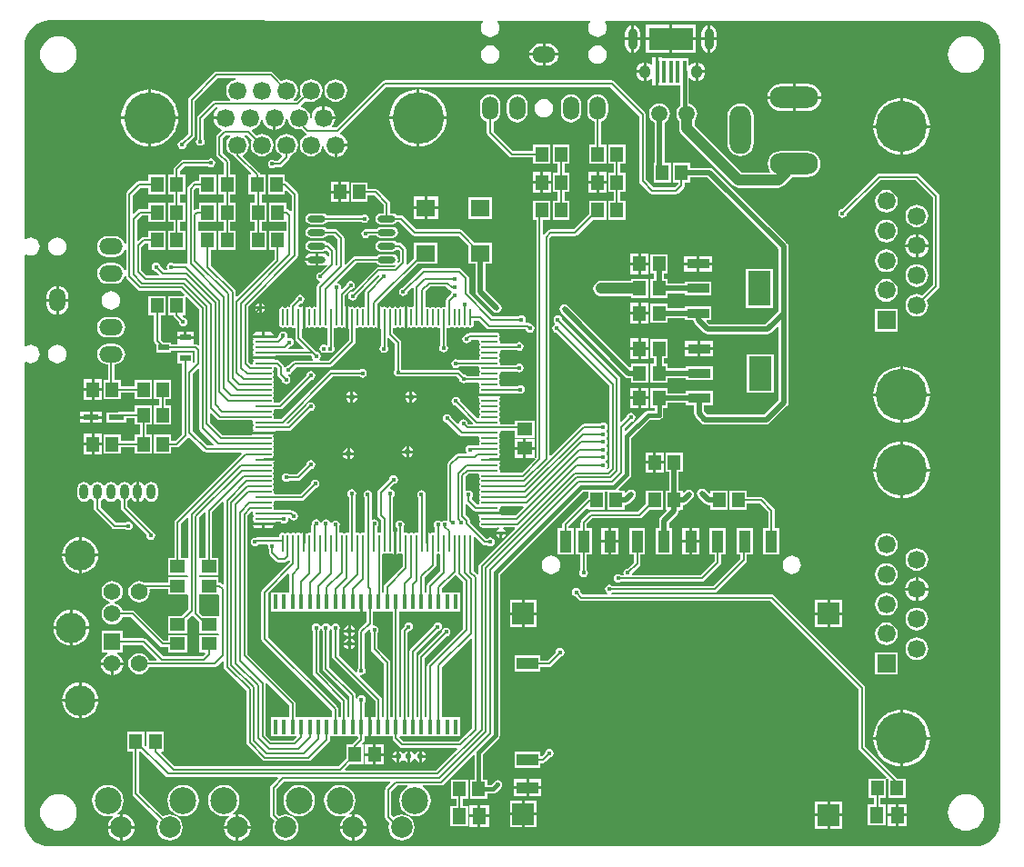
<source format=gtl>
%FSLAX44Y44*%
%MOMM*%
G71*
G01*
G75*
G04 Layer_Physical_Order=1*
G04 Layer_Color=255*
%ADD10R,0.4064X2.1082*%
%ADD11R,4.1000X2.1082*%
%ADD12R,1.2000X1.4000*%
%ADD13R,1.4500X0.5500*%
%ADD14R,1.3000X1.5000*%
%ADD15R,1.4000X1.2000*%
%ADD16O,0.2500X1.5500*%
%ADD17O,1.5500X0.2500*%
%ADD18R,0.4064X1.3208*%
%ADD19R,1.8000X1.6000*%
%ADD20R,2.0000X1.1000*%
%ADD21R,2.0000X2.0000*%
%ADD22R,1.1000X2.0000*%
%ADD23R,2.1000X3.2000*%
%ADD24R,2.1000X0.9000*%
%ADD25R,1.0000X0.6000*%
%ADD26O,1.7000X0.6000*%
%ADD27C,0.2000*%
%ADD28C,0.5000*%
%ADD29C,0.4000*%
%ADD30C,1.0000*%
%ADD31C,2.5000*%
%ADD32C,2.0000*%
%ADD33R,1.5748X1.5748*%
%ADD34C,1.5748*%
%ADD35C,2.8448*%
%ADD36O,1.5000X2.2000*%
%ADD37O,2.2000X1.5000*%
%ADD38O,0.8500X2.0000*%
%ADD39O,1.0500X1.2500*%
%ADD40R,1.6900X1.6900*%
%ADD41C,1.6900*%
%ADD42C,4.7600*%
%ADD43O,0.8000X1.4220*%
%ADD44C,1.5000*%
%ADD45O,2.0000X4.5000*%
%ADD46O,4.5000X2.0000*%
%ADD47C,4.8000*%
%ADD48C,0.4000*%
%ADD49C,0.5500*%
G36*
X3727206Y2416759D02*
X4130003Y2416715D01*
X4130565Y2415576D01*
X4129576Y2414287D01*
X4128719Y2412219D01*
X4128427Y2410000D01*
X4128719Y2407781D01*
X4129576Y2405714D01*
X4130938Y2403938D01*
X4132714Y2402576D01*
X4134781Y2401719D01*
X4137000Y2401427D01*
X4139219Y2401719D01*
X4141287Y2402576D01*
X4143062Y2403938D01*
X4144425Y2405714D01*
X4145281Y2407781D01*
X4145574Y2410000D01*
X4145281Y2412219D01*
X4144425Y2414287D01*
X4143437Y2415574D01*
X4143999Y2416713D01*
X4230032Y2416704D01*
X4230594Y2415565D01*
X4229613Y2414287D01*
X4228757Y2412219D01*
X4228465Y2410000D01*
X4228757Y2407781D01*
X4229613Y2405714D01*
X4230976Y2403938D01*
X4232751Y2402576D01*
X4234819Y2401719D01*
X4237038Y2401427D01*
X4239257Y2401719D01*
X4241325Y2402576D01*
X4243100Y2403938D01*
X4244463Y2405714D01*
X4245320Y2407781D01*
X4245612Y2410000D01*
X4245320Y2412219D01*
X4244463Y2414287D01*
X4243483Y2415564D01*
X4244045Y2416703D01*
X4588014Y2416665D01*
X4588014Y2416665D01*
X4588014Y2416665D01*
X4588030Y2416668D01*
Y2416668D01*
X4588228Y2416707D01*
X4592742Y2416263D01*
X4597164Y2414921D01*
X4601240Y2412743D01*
X4604812Y2409811D01*
X4607744Y2406239D01*
X4609922Y2402163D01*
X4611264Y2397741D01*
X4611692Y2393399D01*
X4611666Y2393270D01*
Y1670930D01*
X4611696Y1670782D01*
X4611263Y1666386D01*
X4609917Y1661950D01*
X4607732Y1657862D01*
X4604791Y1654278D01*
X4601207Y1651337D01*
X4597119Y1649152D01*
X4592683Y1647807D01*
X4588195Y1647365D01*
X4588009Y1647401D01*
D01*
X4588000Y1647403D01*
X3727000D01*
X3726598Y1647323D01*
X3722383Y1647738D01*
X3717933Y1649088D01*
X3713832Y1651280D01*
X3710238Y1654230D01*
X3707289Y1657824D01*
X3705097Y1661924D01*
X3703747Y1666374D01*
X3703291Y1671001D01*
X3703302Y1671110D01*
X3703326Y1671233D01*
X3703337Y1671233D01*
X3703344Y1671266D01*
X3703333Y1671320D01*
Y2098199D01*
X3704472Y2098760D01*
X3704713Y2098575D01*
X3706781Y2097719D01*
X3709000Y2097427D01*
X3711219Y2097719D01*
X3713286Y2098575D01*
X3715062Y2099938D01*
X3716425Y2101713D01*
X3717281Y2103781D01*
X3717573Y2106000D01*
X3717281Y2108219D01*
X3716425Y2110287D01*
X3715062Y2112062D01*
X3713286Y2113425D01*
X3711219Y2114281D01*
X3709000Y2114573D01*
X3706781Y2114281D01*
X3704713Y2113425D01*
X3704472Y2113240D01*
X3703333Y2113802D01*
Y2198237D01*
X3704472Y2198798D01*
X3704713Y2198613D01*
X3706781Y2197757D01*
X3709000Y2197465D01*
X3711219Y2197757D01*
X3713286Y2198613D01*
X3715062Y2199976D01*
X3716425Y2201751D01*
X3717281Y2203819D01*
X3717573Y2206038D01*
X3717281Y2208257D01*
X3716425Y2210325D01*
X3715062Y2212100D01*
X3713286Y2213463D01*
X3711219Y2214319D01*
X3709000Y2214611D01*
X3706781Y2214319D01*
X3704713Y2213463D01*
X3704472Y2213278D01*
X3703333Y2213839D01*
Y2393152D01*
X3703342Y2393197D01*
X3703333D01*
Y2393198D01*
X3703306Y2393335D01*
X3703746Y2397802D01*
X3705092Y2402239D01*
X3707277Y2406328D01*
X3710218Y2409912D01*
X3713802Y2412853D01*
X3717891Y2415038D01*
X3722328Y2416384D01*
X3726849Y2416830D01*
X3727206Y2416759D01*
D02*
G37*
%LPC*%
G36*
X4316000Y2014000D02*
X4300000D01*
Y1996000D01*
X4303412D01*
Y1979000D01*
X4300000D01*
Y1961000D01*
X4300852D01*
X4301338Y1959827D01*
X4295506Y1953994D01*
X4294511Y1952506D01*
X4294162Y1950750D01*
Y1943569D01*
X4291250D01*
Y1919569D01*
X4306250D01*
Y1943569D01*
X4303338D01*
Y1948849D01*
X4311244Y1956756D01*
X4312239Y1958244D01*
X4312588Y1960000D01*
Y1960000D01*
X4312588Y1960000D01*
X4314588Y1961000D01*
X4316000D01*
Y1965412D01*
X4317000D01*
X4318756Y1965761D01*
X4320244Y1966756D01*
X4325244Y1971756D01*
X4326239Y1973244D01*
X4326588Y1975000D01*
X4326239Y1976756D01*
X4325244Y1978244D01*
X4323756Y1979239D01*
X4322000Y1979588D01*
X4320244Y1979239D01*
X4318756Y1978244D01*
X4317173Y1976662D01*
X4316000Y1977148D01*
Y1979000D01*
X4312588D01*
Y1996000D01*
X4316000D01*
Y2014000D01*
D02*
G37*
G36*
X4334000Y1980588D02*
X4332244Y1980239D01*
X4330756Y1979244D01*
X4329761Y1977756D01*
X4329412Y1976000D01*
X4329761Y1974244D01*
X4330756Y1972756D01*
X4336756Y1966756D01*
X4336756Y1966756D01*
X4336756D01*
X4336756Y1966756D01*
X4336756D01*
X4336756Y1966756D01*
Y1966756D01*
Y1966756D01*
D01*
D01*
X4336756D01*
Y1966756D01*
X4338244Y1965761D01*
X4340000Y1965412D01*
X4342000D01*
Y1961000D01*
X4358000D01*
Y1979000D01*
X4342000D01*
Y1976148D01*
X4340827Y1975662D01*
X4337244Y1979244D01*
X4335756Y1980239D01*
X4334000Y1980588D01*
D02*
G37*
G36*
X3810066Y1987112D02*
Y1977572D01*
Y1968033D01*
X3810504Y1968091D01*
X3812094Y1968750D01*
X3813461Y1969798D01*
X3814509Y1971164D01*
X3814749Y1971744D01*
X3816013Y1971869D01*
X3817170Y1970137D01*
X3819155Y1968810D01*
X3821496Y1968345D01*
X3823837Y1968810D01*
X3825822Y1970137D01*
X3827148Y1972121D01*
X3827614Y1974462D01*
Y1980682D01*
X3827148Y1983023D01*
X3825822Y1985008D01*
X3823837Y1986334D01*
X3821496Y1986800D01*
X3819155Y1986334D01*
X3817170Y1985008D01*
X3816013Y1983276D01*
X3814749Y1983400D01*
X3814509Y1983981D01*
X3813461Y1985347D01*
X3812094Y1986395D01*
X3810504Y1987054D01*
X3810066Y1987112D01*
D02*
G37*
G36*
X4298000Y1979000D02*
X4282000D01*
Y1966326D01*
X4274733Y1959059D01*
X4231000D01*
X4231000Y1959059D01*
X4229829Y1958826D01*
X4228837Y1958163D01*
X4228837Y1958163D01*
X4221837Y1951163D01*
X4221174Y1950170D01*
X4220941Y1949000D01*
X4220941Y1949000D01*
Y1943569D01*
X4216500D01*
Y1919569D01*
X4220941D01*
Y1904622D01*
X4220232Y1903561D01*
X4219922Y1902000D01*
X4220232Y1900439D01*
X4221116Y1899116D01*
X4222439Y1898232D01*
X4224000Y1897922D01*
X4225561Y1898232D01*
X4226884Y1899116D01*
X4227768Y1900439D01*
X4228078Y1902000D01*
X4227768Y1903561D01*
X4227059Y1904622D01*
Y1919569D01*
X4231500D01*
Y1943569D01*
X4227059D01*
Y1947733D01*
X4232267Y1952941D01*
X4276000D01*
X4276000Y1952941D01*
X4277170Y1953174D01*
X4278163Y1953837D01*
X4285326Y1961000D01*
X4298000D01*
Y1979000D01*
D02*
G37*
G36*
X4331790Y1944109D02*
X4325020D01*
Y1932839D01*
X4331790D01*
Y1944109D01*
D02*
G37*
G36*
X4322480D02*
X4315710D01*
Y1932839D01*
X4322480D01*
Y1944109D01*
D02*
G37*
G36*
X3935862Y1946230D02*
X3927020D01*
Y1943636D01*
X3932250D01*
X3933729Y1943930D01*
X3934983Y1944768D01*
X3935820Y1946021D01*
X3935862Y1946230D01*
D02*
G37*
G36*
X3924480D02*
X3915638D01*
X3915680Y1946021D01*
X3916518Y1944768D01*
X3917771Y1943930D01*
X3919250Y1943636D01*
X3924480D01*
Y1946230D01*
D02*
G37*
G36*
X4518730Y2024272D02*
X4515867Y2024046D01*
X4511835Y2023078D01*
X4508005Y2021492D01*
X4504470Y2019326D01*
X4501317Y2016633D01*
X4498625Y2013480D01*
X4496458Y2009945D01*
X4494872Y2006115D01*
X4493904Y2002083D01*
X4493678Y1999220D01*
X4518730D01*
Y2024272D01*
D02*
G37*
G36*
X4298540Y2003730D02*
X4291270D01*
Y1995460D01*
X4298540D01*
Y2003730D01*
D02*
G37*
G36*
X4288730Y2014540D02*
X4281460D01*
Y2006270D01*
X4288730D01*
Y2014540D01*
D02*
G37*
G36*
X4521270Y2024272D02*
Y1999220D01*
X4546321D01*
X4546096Y2002083D01*
X4545128Y2006115D01*
X4543542Y2009945D01*
X4541375Y2013480D01*
X4538683Y2016633D01*
X4535530Y2019326D01*
X4531995Y2021492D01*
X4528165Y2023078D01*
X4524133Y2024046D01*
X4521270Y2024272D01*
D02*
G37*
G36*
X4288730Y2003730D02*
X4281460D01*
Y1995460D01*
X4288730D01*
Y2003730D01*
D02*
G37*
G36*
X4546321Y1996680D02*
X4521270D01*
Y1971629D01*
X4524133Y1971854D01*
X4528165Y1972822D01*
X4531995Y1974409D01*
X4535530Y1976575D01*
X4538683Y1979267D01*
X4541375Y1982420D01*
X4543542Y1985955D01*
X4545128Y1989785D01*
X4546096Y1993817D01*
X4546321Y1996680D01*
D02*
G37*
G36*
X4518730D02*
X4493678D01*
X4493904Y1993817D01*
X4494872Y1989785D01*
X4496458Y1985955D01*
X4498625Y1982420D01*
X4501317Y1979267D01*
X4504470Y1976575D01*
X4508005Y1974409D01*
X4511835Y1972822D01*
X4515867Y1971854D01*
X4518730Y1971629D01*
Y1996680D01*
D02*
G37*
G36*
X3970000Y2007078D02*
X3968439Y2006768D01*
X3967116Y2005884D01*
X3966232Y2004561D01*
X3965983Y2003309D01*
X3956733Y1994059D01*
X3949622D01*
X3948561Y1994768D01*
X3947000Y1995078D01*
X3945439Y1994768D01*
X3944116Y1993884D01*
X3943232Y1992561D01*
X3942922Y1991000D01*
X3943232Y1989439D01*
X3944116Y1988116D01*
X3945439Y1987232D01*
X3947000Y1986922D01*
X3948561Y1987232D01*
X3949622Y1987941D01*
X3958000D01*
X3958000Y1987941D01*
X3959171Y1988174D01*
X3960163Y1988837D01*
X3970309Y1998983D01*
X3971561Y1999232D01*
X3972884Y2000116D01*
X3973768Y2001439D01*
X3974078Y2003000D01*
X3973768Y2004561D01*
X3972884Y2005884D01*
X3971561Y2006768D01*
X3970000Y2007078D01*
D02*
G37*
G36*
X3807526Y1987112D02*
X3807089Y1987054D01*
X3805498Y1986395D01*
X3804132Y1985347D01*
X3803083Y1983981D01*
X3802940Y1983635D01*
X3801677Y1983510D01*
X3800676Y1985008D01*
X3798691Y1986334D01*
X3796350Y1986800D01*
X3794009Y1986334D01*
X3792025Y1985008D01*
X3790699Y1983023D01*
X3790685Y1982956D01*
X3789415D01*
X3789402Y1983023D01*
X3788076Y1985008D01*
X3786091Y1986334D01*
X3783750Y1986800D01*
X3781409Y1986334D01*
X3779424Y1985008D01*
X3778135Y1983079D01*
X3776865D01*
X3775576Y1985008D01*
X3773591Y1986334D01*
X3771250Y1986800D01*
X3768909Y1986334D01*
X3766924Y1985008D01*
X3765635Y1983079D01*
X3764365D01*
X3763076Y1985008D01*
X3761091Y1986334D01*
X3758750Y1986800D01*
X3756409Y1986334D01*
X3754424Y1985008D01*
X3753098Y1983023D01*
X3752633Y1980682D01*
Y1974462D01*
X3753098Y1972121D01*
X3754424Y1970137D01*
X3756409Y1968810D01*
X3758750Y1968345D01*
X3761091Y1968810D01*
X3763076Y1970137D01*
X3764365Y1972066D01*
X3765635D01*
X3766924Y1970137D01*
X3768191Y1969290D01*
Y1961750D01*
X3768191Y1961750D01*
X3768424Y1960580D01*
X3769087Y1959587D01*
X3784837Y1943837D01*
X3784837Y1943837D01*
X3785829Y1943174D01*
X3785829Y1943174D01*
X3785829Y1943174D01*
D01*
X3785829Y1943174D01*
X3785829Y1943174D01*
X3787000Y1942941D01*
X3787000Y1942941D01*
X3797378D01*
X3798439Y1942232D01*
X3800000Y1941922D01*
X3801561Y1942232D01*
X3802884Y1943116D01*
X3803768Y1944439D01*
X3804078Y1946000D01*
X3803768Y1947561D01*
X3802884Y1948884D01*
X3801561Y1949768D01*
X3800000Y1950078D01*
X3798439Y1949768D01*
X3797378Y1949059D01*
X3788267D01*
X3774309Y1963017D01*
Y1969290D01*
X3775576Y1970137D01*
X3776865Y1972066D01*
X3778135D01*
X3779424Y1970137D01*
X3781409Y1968810D01*
X3783750Y1968345D01*
X3786091Y1968810D01*
X3788076Y1970137D01*
X3789402Y1972121D01*
X3789415Y1972188D01*
X3790685D01*
X3790699Y1972121D01*
X3792025Y1970137D01*
X3793292Y1969290D01*
Y1962650D01*
X3793291Y1962650D01*
X3793524Y1961479D01*
X3794187Y1960487D01*
X3817047Y1937628D01*
X3816922Y1937000D01*
X3817232Y1935439D01*
X3818116Y1934116D01*
X3819439Y1933232D01*
X3821000Y1932922D01*
X3822561Y1933232D01*
X3823884Y1934116D01*
X3824768Y1935439D01*
X3825078Y1937000D01*
X3824768Y1938561D01*
X3823884Y1939884D01*
X3822561Y1940768D01*
X3822557Y1940769D01*
X3799409Y1963917D01*
Y1969290D01*
X3800676Y1970137D01*
X3801677Y1971634D01*
X3802940Y1971509D01*
X3803083Y1971164D01*
X3804132Y1969798D01*
X3805498Y1968750D01*
X3807089Y1968091D01*
X3807526Y1968033D01*
Y1977572D01*
Y1987112D01*
D02*
G37*
G36*
X4534200Y1925090D02*
X4531472Y1924731D01*
X4528930Y1923678D01*
X4526747Y1922003D01*
X4525072Y1919820D01*
X4524019Y1917278D01*
X4523660Y1914550D01*
X4524019Y1911822D01*
X4525072Y1909280D01*
X4526747Y1907097D01*
X4528930Y1905422D01*
X4531472Y1904369D01*
X4534200Y1904010D01*
X4536928Y1904369D01*
X4539470Y1905422D01*
X4541653Y1907097D01*
X4543328Y1909280D01*
X4544381Y1911822D01*
X4544740Y1914550D01*
X4544381Y1917278D01*
X4543328Y1919820D01*
X4541653Y1922003D01*
X4539470Y1923678D01*
X4536928Y1924731D01*
X4534200Y1925090D01*
D02*
G37*
G36*
X3771838Y1917294D02*
X3756388D01*
Y1901844D01*
X3758404Y1902043D01*
X3761564Y1903001D01*
X3764477Y1904558D01*
X3767029Y1906653D01*
X3769124Y1909205D01*
X3770681Y1912118D01*
X3771639Y1915278D01*
X3771838Y1917294D01*
D02*
G37*
G36*
X4505800Y1938940D02*
X4503072Y1938581D01*
X4500530Y1937528D01*
X4498347Y1935853D01*
X4496672Y1933670D01*
X4495619Y1931128D01*
X4495260Y1928400D01*
X4495619Y1925672D01*
X4496672Y1923130D01*
X4498347Y1920947D01*
X4500530Y1919272D01*
X4503072Y1918219D01*
X4505800Y1917860D01*
X4508528Y1918219D01*
X4511070Y1919272D01*
X4513253Y1920947D01*
X4514928Y1923130D01*
X4515981Y1925672D01*
X4516340Y1928400D01*
X4515981Y1931128D01*
X4514928Y1933670D01*
X4513253Y1935853D01*
X4511070Y1937528D01*
X4508528Y1938581D01*
X4505800Y1938940D01*
D02*
G37*
G36*
X4356250Y1943569D02*
X4341250D01*
Y1919569D01*
X4345691D01*
Y1913017D01*
X4332733Y1900059D01*
X4269693D01*
X4268888Y1901040D01*
X4269017Y1901691D01*
X4275913Y1908587D01*
X4275913Y1908587D01*
X4276576Y1909579D01*
X4276576Y1909579D01*
X4276576Y1909579D01*
X4276809Y1910750D01*
X4276809Y1910750D01*
Y1919569D01*
X4281250D01*
Y1943569D01*
X4266250D01*
Y1919569D01*
X4270691D01*
Y1912017D01*
X4264691Y1906017D01*
X4263439Y1905768D01*
X4262116Y1904884D01*
X4261232Y1903561D01*
X4260922Y1902000D01*
X4261112Y1901040D01*
X4260307Y1900059D01*
X4258622D01*
X4257561Y1900768D01*
X4256000Y1901078D01*
X4254439Y1900768D01*
X4253116Y1899884D01*
X4252232Y1898561D01*
X4251922Y1897000D01*
X4252232Y1895439D01*
X4253116Y1894116D01*
X4254439Y1893232D01*
X4256000Y1892922D01*
X4257561Y1893232D01*
X4258622Y1893941D01*
X4334000D01*
X4334000Y1893941D01*
X4335171Y1894174D01*
X4336163Y1894837D01*
X4350913Y1909587D01*
X4351576Y1910580D01*
X4351809Y1911750D01*
X4351809Y1911750D01*
Y1919569D01*
X4356250D01*
Y1943569D01*
D02*
G37*
G36*
X4193750Y1918142D02*
X4191531Y1917850D01*
X4189463Y1916994D01*
X4187688Y1915631D01*
X4186325Y1913856D01*
X4185469Y1911788D01*
X4185177Y1909569D01*
X4185469Y1907350D01*
X4186325Y1905282D01*
X4187688Y1903507D01*
X4189463Y1902144D01*
X4191531Y1901288D01*
X4193750Y1900996D01*
X4195969Y1901288D01*
X4198037Y1902144D01*
X4199812Y1903507D01*
X4201175Y1905282D01*
X4202031Y1907350D01*
X4202323Y1909569D01*
X4202031Y1911788D01*
X4201175Y1913856D01*
X4199812Y1915631D01*
X4198037Y1916994D01*
X4195969Y1917850D01*
X4193750Y1918142D01*
D02*
G37*
G36*
X4505800Y1911240D02*
X4503072Y1910881D01*
X4500530Y1909828D01*
X4498347Y1908153D01*
X4496672Y1905970D01*
X4495619Y1903428D01*
X4495260Y1900700D01*
X4495619Y1897972D01*
X4496672Y1895430D01*
X4498347Y1893247D01*
X4500530Y1891572D01*
X4503072Y1890519D01*
X4505800Y1890160D01*
X4508528Y1890519D01*
X4511070Y1891572D01*
X4513253Y1893247D01*
X4514928Y1895430D01*
X4515981Y1897972D01*
X4516340Y1900700D01*
X4515981Y1903428D01*
X4514928Y1905970D01*
X4513253Y1908153D01*
X4511070Y1909828D01*
X4508528Y1910881D01*
X4505800Y1911240D01*
D02*
G37*
G36*
X3753848Y1917294D02*
X3738398D01*
X3738596Y1915278D01*
X3739555Y1912118D01*
X3741112Y1909205D01*
X3743207Y1906653D01*
X3745759Y1904558D01*
X3748672Y1903001D01*
X3751832Y1902043D01*
X3753848Y1901844D01*
Y1917294D01*
D02*
G37*
G36*
X4417750Y1918142D02*
X4415531Y1917850D01*
X4413463Y1916994D01*
X4411688Y1915631D01*
X4410325Y1913856D01*
X4409469Y1911788D01*
X4409177Y1909569D01*
X4409469Y1907350D01*
X4410325Y1905282D01*
X4411688Y1903507D01*
X4413463Y1902144D01*
X4415531Y1901288D01*
X4417750Y1900996D01*
X4419969Y1901288D01*
X4422037Y1902144D01*
X4423812Y1903507D01*
X4425175Y1905282D01*
X4426031Y1907350D01*
X4426323Y1909569D01*
X4426031Y1911788D01*
X4425175Y1913856D01*
X4423812Y1915631D01*
X4422037Y1916994D01*
X4419969Y1917850D01*
X4417750Y1918142D01*
D02*
G37*
G36*
X4247230Y1930299D02*
X4240460D01*
Y1919029D01*
X4247230D01*
Y1930299D01*
D02*
G37*
G36*
X3756388Y1935284D02*
Y1919834D01*
X3771838D01*
X3771639Y1921850D01*
X3770681Y1925010D01*
X3769124Y1927923D01*
X3767029Y1930475D01*
X3764477Y1932570D01*
X3761564Y1934127D01*
X3758404Y1935085D01*
X3756388Y1935284D01*
D02*
G37*
G36*
X3753848D02*
X3751832Y1935085D01*
X3748672Y1934127D01*
X3745759Y1932570D01*
X3743207Y1930475D01*
X3741112Y1927923D01*
X3739555Y1925010D01*
X3738596Y1921850D01*
X3738398Y1919834D01*
X3753848D01*
Y1935284D01*
D02*
G37*
G36*
X4256540Y1944109D02*
X4249770D01*
Y1932839D01*
X4256540D01*
Y1944109D01*
D02*
G37*
G36*
X4247230D02*
X4240460D01*
Y1932839D01*
X4247230D01*
Y1944109D01*
D02*
G37*
G36*
X4322480Y1930299D02*
X4315710D01*
Y1919029D01*
X4322480D01*
Y1930299D01*
D02*
G37*
G36*
X4256540D02*
X4249770D01*
Y1919029D01*
X4256540D01*
Y1930299D01*
D02*
G37*
G36*
X4376000Y1979000D02*
X4360000D01*
Y1961000D01*
X4376000D01*
Y1966941D01*
X4387733D01*
X4395691Y1958983D01*
Y1943569D01*
X4391250D01*
Y1919569D01*
X4406250D01*
Y1943569D01*
X4401809D01*
Y1960250D01*
X4401809Y1960250D01*
X4401576Y1961420D01*
X4400913Y1962413D01*
X4400913Y1962413D01*
X4391163Y1972163D01*
X4390171Y1972826D01*
X4389000Y1973059D01*
X4389000Y1973059D01*
X4376000D01*
Y1979000D01*
D02*
G37*
G36*
X4331790Y1930299D02*
X4325020D01*
Y1919029D01*
X4331790D01*
Y1930299D01*
D02*
G37*
G36*
X4298540Y2014540D02*
X4291270D01*
Y2006270D01*
X4298540D01*
Y2014540D01*
D02*
G37*
G36*
X4274730Y2063730D02*
X4267460D01*
Y2055460D01*
X4274730D01*
Y2063730D01*
D02*
G37*
G36*
X3775040Y2052290D02*
X3766520D01*
Y2048270D01*
X3775040D01*
Y2052290D01*
D02*
G37*
G36*
X4006730Y2064730D02*
X4002859D01*
X4003017Y2063936D01*
X4004186Y2062186D01*
X4005936Y2061017D01*
X4006730Y2060859D01*
Y2064730D01*
D02*
G37*
G36*
X4284540Y2063730D02*
X4277270D01*
Y2055460D01*
X4284540D01*
Y2063730D01*
D02*
G37*
G36*
X4518730Y2066780D02*
X4493679D01*
X4493904Y2063917D01*
X4494872Y2059885D01*
X4496458Y2056055D01*
X4498625Y2052520D01*
X4501317Y2049367D01*
X4504470Y2046675D01*
X4508005Y2044508D01*
X4511835Y2042922D01*
X4515867Y2041954D01*
X4518730Y2041729D01*
Y2066780D01*
D02*
G37*
G36*
X3775040Y2045730D02*
X3766520D01*
Y2041710D01*
X3775040D01*
Y2045730D01*
D02*
G37*
G36*
X3763980Y2052290D02*
X3755460D01*
Y2048270D01*
X3763980D01*
Y2052290D01*
D02*
G37*
G36*
X4546321Y2066780D02*
X4521270D01*
Y2041729D01*
X4524133Y2041954D01*
X4528165Y2042922D01*
X4531995Y2044508D01*
X4535530Y2046675D01*
X4538683Y2049367D01*
X4541375Y2052520D01*
X4543542Y2056055D01*
X4545128Y2059885D01*
X4546096Y2063917D01*
X4546321Y2066780D01*
D02*
G37*
G36*
X4013141Y2064730D02*
X4009270D01*
Y2060859D01*
X4010064Y2061017D01*
X4011814Y2062186D01*
X4012983Y2063936D01*
X4013141Y2064730D01*
D02*
G37*
G36*
X4274730Y2074540D02*
X4267460D01*
Y2066270D01*
X4274730D01*
Y2074540D01*
D02*
G37*
G36*
X3787538Y2115582D02*
X3780538D01*
X3778058Y2115256D01*
X3775747Y2114298D01*
X3773763Y2112776D01*
X3772240Y2110791D01*
X3771282Y2108480D01*
X3770956Y2106000D01*
X3771282Y2103520D01*
X3772240Y2101209D01*
X3773763Y2099225D01*
X3775747Y2097702D01*
X3778058Y2096745D01*
X3780538Y2096418D01*
X3780979D01*
Y2082000D01*
X3777000D01*
Y2064000D01*
X3793000D01*
Y2069941D01*
X3806000D01*
Y2064000D01*
X3822000D01*
Y2082000D01*
X3806000D01*
Y2076059D01*
X3793000D01*
Y2082000D01*
X3787097D01*
Y2096418D01*
X3787538D01*
X3790018Y2096745D01*
X3792329Y2097702D01*
X3794313Y2099225D01*
X3795836Y2101209D01*
X3796794Y2103520D01*
X3797120Y2106000D01*
X3796794Y2108480D01*
X3795836Y2110791D01*
X3794313Y2112776D01*
X3792329Y2114298D01*
X3790018Y2115256D01*
X3787538Y2115582D01*
D02*
G37*
G36*
X4006730Y2071141D02*
X4005936Y2070983D01*
X4004186Y2069814D01*
X4003017Y2068064D01*
X4002859Y2067270D01*
X4006730D01*
Y2071141D01*
D02*
G37*
G36*
X4284540Y2074540D02*
X4277270D01*
Y2066270D01*
X4284540D01*
Y2074540D01*
D02*
G37*
G36*
X4068141Y2064730D02*
X4064270D01*
Y2060859D01*
X4065064Y2061017D01*
X4066814Y2062186D01*
X4067983Y2063936D01*
X4068141Y2064730D01*
D02*
G37*
G36*
X4061730D02*
X4057859D01*
X4058017Y2063936D01*
X4059186Y2062186D01*
X4060936Y2061017D01*
X4061730Y2060859D01*
Y2064730D01*
D02*
G37*
G36*
X3775540Y2071730D02*
X3768270D01*
Y2063460D01*
X3775540D01*
Y2071730D01*
D02*
G37*
G36*
X3765730D02*
X3758460D01*
Y2063460D01*
X3765730D01*
Y2071730D01*
D02*
G37*
G36*
X3763980Y2045730D02*
X3755460D01*
Y2041710D01*
X3763980D01*
Y2045730D01*
D02*
G37*
G36*
X3765730Y2020730D02*
X3758460D01*
Y2012460D01*
X3765730D01*
Y2020730D01*
D02*
G37*
G36*
X4065141Y2013730D02*
X4061270D01*
Y2009859D01*
X4062064Y2010017D01*
X4063814Y2011186D01*
X4064983Y2012936D01*
X4065141Y2013730D01*
D02*
G37*
G36*
X4003730Y2018141D02*
X4002936Y2017983D01*
X4001186Y2016814D01*
X4000017Y2015064D01*
X3999859Y2014270D01*
X4003730D01*
Y2018141D01*
D02*
G37*
G36*
X3775540Y2020730D02*
X3768270D01*
Y2012460D01*
X3775540D01*
Y2020730D01*
D02*
G37*
G36*
X4010141Y2011730D02*
X4006270D01*
Y2007859D01*
X4007064Y2008017D01*
X4008814Y2009186D01*
X4009983Y2010936D01*
X4010141Y2011730D01*
D02*
G37*
G36*
X4003730D02*
X3999859D01*
X4000017Y2010936D01*
X4001186Y2009186D01*
X4002936Y2008017D01*
X4003730Y2007859D01*
Y2011730D01*
D02*
G37*
G36*
X4058730Y2013730D02*
X4054859D01*
X4055017Y2012936D01*
X4056186Y2011186D01*
X4057936Y2010017D01*
X4058730Y2009859D01*
Y2013730D01*
D02*
G37*
G36*
X4167730Y2016730D02*
X4159460D01*
Y2009460D01*
X4167730D01*
Y2016730D01*
D02*
G37*
G36*
X4006270Y2018141D02*
Y2014270D01*
X4010141D01*
X4009983Y2015064D01*
X4008814Y2016814D01*
X4007064Y2017983D01*
X4006270Y2018141D01*
D02*
G37*
G36*
X3775540Y2031540D02*
X3768270D01*
Y2023270D01*
X3775540D01*
Y2031540D01*
D02*
G37*
G36*
X3765730D02*
X3758460D01*
Y2023270D01*
X3765730D01*
Y2031540D01*
D02*
G37*
G36*
X3840000Y2082000D02*
X3824000D01*
Y2064000D01*
X3828941D01*
Y2058000D01*
X3824000D01*
Y2040000D01*
X3840000D01*
Y2058000D01*
X3835059D01*
Y2064000D01*
X3840000D01*
Y2082000D01*
D02*
G37*
G36*
X3822000Y2058000D02*
X3806000D01*
Y2052059D01*
X3790750D01*
X3789579Y2051826D01*
X3789466Y2051750D01*
X3779500D01*
Y2042250D01*
X3798000D01*
Y2045941D01*
X3806000D01*
Y2040000D01*
X3810941D01*
Y2031000D01*
X3806000D01*
Y2025059D01*
X3793000D01*
Y2031000D01*
X3777000D01*
Y2013000D01*
X3793000D01*
Y2018941D01*
X3806000D01*
Y2013000D01*
X3822000D01*
Y2031000D01*
X3817059D01*
Y2040000D01*
X3822000D01*
Y2058000D01*
D02*
G37*
G36*
X4061270Y2020141D02*
Y2016270D01*
X4065141D01*
X4064983Y2017064D01*
X4063814Y2018814D01*
X4062064Y2019983D01*
X4061270Y2020141D01*
D02*
G37*
G36*
X4058730D02*
X4057936Y2019983D01*
X4056186Y2018814D01*
X4055017Y2017064D01*
X4054859Y2016270D01*
X4058730D01*
Y2020141D01*
D02*
G37*
G36*
X4178540Y2026540D02*
X4170270D01*
Y2019270D01*
X4178540D01*
Y2026540D01*
D02*
G37*
G36*
X4167730D02*
X4159460D01*
Y2019270D01*
X4167730D01*
Y2026540D01*
D02*
G37*
G36*
X4381250Y1943569D02*
X4366250D01*
Y1919569D01*
X4369941D01*
Y1915267D01*
X4344733Y1890059D01*
X4250622D01*
X4249561Y1890768D01*
X4248000Y1891078D01*
X4246439Y1890768D01*
X4245116Y1889884D01*
X4244232Y1888561D01*
X4243922Y1887000D01*
X4244232Y1885439D01*
X4245116Y1884116D01*
X4246376Y1883274D01*
X4246008Y1882059D01*
X4223267D01*
X4221017Y1884309D01*
X4220768Y1885561D01*
X4219884Y1886884D01*
X4218561Y1887768D01*
X4217000Y1888078D01*
X4215439Y1887768D01*
X4214116Y1886884D01*
X4213232Y1885561D01*
X4212921Y1884000D01*
X4213232Y1882439D01*
X4214116Y1881116D01*
X4215439Y1880232D01*
X4216691Y1879983D01*
X4219837Y1876837D01*
X4220829Y1876174D01*
X4222000Y1875941D01*
X4222000Y1875941D01*
X4397733D01*
X4479941Y1793733D01*
Y1739000D01*
X4479941Y1739000D01*
X4480174Y1737829D01*
X4480837Y1736837D01*
X4505915Y1711759D01*
X4505429Y1710586D01*
X4505429Y1710586D01*
D01*
X4489500D01*
Y1692586D01*
X4494441D01*
Y1686086D01*
X4488500D01*
Y1667086D01*
X4505500D01*
Y1686086D01*
X4500559D01*
Y1692586D01*
X4505500D01*
Y1710515D01*
X4506303Y1710848D01*
X4506673Y1711001D01*
X4507500Y1710174D01*
Y1692586D01*
X4523500D01*
Y1710586D01*
X4515740D01*
X4486059Y1740267D01*
Y1795000D01*
X4486059Y1795000D01*
X4485826Y1796171D01*
X4485163Y1797163D01*
X4401163Y1881163D01*
X4400171Y1881826D01*
X4399000Y1882059D01*
X4399000Y1882059D01*
X4249992D01*
X4249624Y1883274D01*
X4250622Y1883941D01*
X4346000D01*
X4346000Y1883941D01*
X4347170Y1884174D01*
X4348163Y1884837D01*
X4375163Y1911837D01*
X4375163Y1911837D01*
X4375826Y1912829D01*
X4376059Y1914000D01*
X4376059Y1914000D01*
Y1919569D01*
X4381250D01*
Y1943569D01*
D02*
G37*
G36*
X3851000Y1704625D02*
X3847215Y1704127D01*
X3843687Y1702666D01*
X3840659Y1700341D01*
X3838334Y1697313D01*
X3836873Y1693785D01*
X3836375Y1690000D01*
X3836873Y1686215D01*
X3838334Y1682687D01*
X3840659Y1679659D01*
X3843687Y1677334D01*
X3847215Y1675873D01*
X3851000Y1675375D01*
X3854785Y1675873D01*
X3858313Y1677334D01*
X3861342Y1679659D01*
X3863666Y1682687D01*
X3865127Y1686215D01*
X3865625Y1690000D01*
X3865127Y1693785D01*
X3863666Y1697313D01*
X3861342Y1700341D01*
X3858313Y1702666D01*
X3854785Y1704127D01*
X3851000Y1704625D01*
D02*
G37*
G36*
X4525040Y1675316D02*
X4517270D01*
Y1666546D01*
X4525040D01*
Y1675316D01*
D02*
G37*
G36*
X4125484Y1685625D02*
X4117714D01*
Y1676855D01*
X4125484D01*
Y1685625D01*
D02*
G37*
G36*
X3959000Y1704625D02*
X3955215Y1704127D01*
X3951687Y1702666D01*
X3948658Y1700341D01*
X3946334Y1697313D01*
X3944873Y1693785D01*
X3944375Y1690000D01*
X3944873Y1686215D01*
X3946334Y1682687D01*
X3948658Y1679659D01*
X3951687Y1677334D01*
X3955215Y1675873D01*
X3959000Y1675375D01*
X3962785Y1675873D01*
X3966313Y1677334D01*
X3969341Y1679659D01*
X3971666Y1682687D01*
X3973127Y1686215D01*
X3973625Y1690000D01*
X3973127Y1693785D01*
X3971666Y1697313D01*
X3969341Y1700341D01*
X3966313Y1702666D01*
X3962785Y1704127D01*
X3959000Y1704625D01*
D02*
G37*
G36*
X3997000D02*
X3993215Y1704127D01*
X3989688Y1702666D01*
X3986659Y1700341D01*
X3984334Y1697313D01*
X3982873Y1693785D01*
X3982375Y1690000D01*
X3982873Y1686215D01*
X3984334Y1682687D01*
X3986659Y1679659D01*
X3989688Y1677334D01*
X3993215Y1675873D01*
X3997000Y1675375D01*
X4000785Y1675873D01*
X4001258Y1676069D01*
X4001893Y1674969D01*
X4000556Y1673944D01*
X3998546Y1671324D01*
X3997283Y1668274D01*
X3997019Y1666270D01*
X4008230D01*
Y1677481D01*
X4006227Y1677217D01*
X4005728Y1678420D01*
X4007342Y1679659D01*
X4009666Y1682687D01*
X4011127Y1686215D01*
X4011625Y1690000D01*
X4011127Y1693785D01*
X4009666Y1697313D01*
X4007342Y1700341D01*
X4004312Y1702666D01*
X4000785Y1704127D01*
X3997000Y1704625D01*
D02*
G37*
G36*
X3902770Y1677481D02*
Y1666270D01*
X3913981D01*
X3913717Y1668274D01*
X3912454Y1671324D01*
X3910444Y1673944D01*
X3907824Y1675954D01*
X3904774Y1677217D01*
X3902770Y1677481D01*
D02*
G37*
G36*
X4514730Y1675316D02*
X4506960D01*
Y1666546D01*
X4514730D01*
Y1675316D01*
D02*
G37*
G36*
X4010770Y1677481D02*
Y1666270D01*
X4021981D01*
X4021717Y1668274D01*
X4020454Y1671324D01*
X4018444Y1673944D01*
X4015824Y1675954D01*
X4012774Y1677217D01*
X4010770Y1677481D01*
D02*
G37*
G36*
X4135794Y1685625D02*
X4128024D01*
Y1676855D01*
X4135794D01*
Y1685625D01*
D02*
G37*
G36*
X4180290Y1690109D02*
X4169020D01*
Y1678839D01*
X4180290D01*
Y1690109D01*
D02*
G37*
G36*
X4166480D02*
X4155210D01*
Y1678839D01*
X4166480D01*
Y1690109D01*
D02*
G37*
G36*
X4184290Y1700799D02*
X4173020D01*
Y1694029D01*
X4184290D01*
Y1700799D01*
D02*
G37*
G36*
X4170480D02*
X4159210D01*
Y1694029D01*
X4170480D01*
Y1700799D01*
D02*
G37*
G36*
X4464540Y1689109D02*
X4453270D01*
Y1677839D01*
X4464540D01*
Y1689109D01*
D02*
G37*
G36*
X4450730D02*
X4439460D01*
Y1677839D01*
X4450730D01*
Y1689109D01*
D02*
G37*
G36*
X4525040Y1686626D02*
X4517270D01*
Y1677856D01*
X4525040D01*
Y1686626D01*
D02*
G37*
G36*
X4514730D02*
X4506960D01*
Y1677856D01*
X4514730D01*
Y1686626D01*
D02*
G37*
G36*
X3889000Y1704625D02*
X3885215Y1704127D01*
X3881687Y1702666D01*
X3878658Y1700341D01*
X3876334Y1697313D01*
X3874873Y1693785D01*
X3874375Y1690000D01*
X3874873Y1686215D01*
X3876334Y1682687D01*
X3878658Y1679659D01*
X3881687Y1677334D01*
X3885215Y1675873D01*
X3889000Y1675375D01*
X3892785Y1675873D01*
X3893258Y1676069D01*
X3893893Y1674969D01*
X3892556Y1673944D01*
X3890546Y1671324D01*
X3889283Y1668274D01*
X3889019Y1666270D01*
X3900230D01*
Y1677481D01*
X3898226Y1677217D01*
X3897728Y1678420D01*
X3899341Y1679659D01*
X3901666Y1682687D01*
X3903127Y1686215D01*
X3903625Y1690000D01*
X3903127Y1693785D01*
X3901666Y1697313D01*
X3899341Y1700341D01*
X3896313Y1702666D01*
X3892785Y1704127D01*
X3889000Y1704625D01*
D02*
G37*
G36*
X4021981Y1663730D02*
X4010770D01*
Y1652519D01*
X4012774Y1652783D01*
X4015824Y1654046D01*
X4018444Y1656056D01*
X4020454Y1658676D01*
X4021717Y1661726D01*
X4021981Y1663730D01*
D02*
G37*
G36*
X4008230D02*
X3997019D01*
X3997283Y1661726D01*
X3998546Y1658676D01*
X4000556Y1656056D01*
X4003176Y1654046D01*
X4006227Y1652783D01*
X4008230Y1652519D01*
Y1663730D01*
D02*
G37*
G36*
X4580000Y1696082D02*
X4576667Y1695754D01*
X4573463Y1694782D01*
X4570510Y1693203D01*
X4567921Y1691079D01*
X4565797Y1688490D01*
X4564218Y1685537D01*
X4563246Y1682333D01*
X4562918Y1679000D01*
X4563246Y1675667D01*
X4564218Y1672463D01*
X4565797Y1669510D01*
X4567921Y1666921D01*
X4570510Y1664797D01*
X4573463Y1663218D01*
X4576667Y1662246D01*
X4580000Y1661918D01*
X4583333Y1662246D01*
X4586537Y1663218D01*
X4589490Y1664797D01*
X4592079Y1666921D01*
X4594203Y1669510D01*
X4595782Y1672463D01*
X4596754Y1675667D01*
X4597082Y1679000D01*
X4596754Y1682333D01*
X4595782Y1685537D01*
X4594203Y1688490D01*
X4592079Y1691079D01*
X4589490Y1693203D01*
X4586537Y1694782D01*
X4583333Y1695754D01*
X4580000Y1696082D01*
D02*
G37*
G36*
X3735000D02*
X3731667Y1695754D01*
X3728463Y1694782D01*
X3725510Y1693203D01*
X3722921Y1691079D01*
X3720797Y1688490D01*
X3719218Y1685537D01*
X3718246Y1682333D01*
X3717918Y1679000D01*
X3718246Y1675667D01*
X3719218Y1672463D01*
X3720797Y1669510D01*
X3722921Y1666921D01*
X3725510Y1664797D01*
X3728463Y1663218D01*
X3731667Y1662246D01*
X3735000Y1661918D01*
X3738333Y1662246D01*
X3741537Y1663218D01*
X3744490Y1664797D01*
X3747079Y1666921D01*
X3749203Y1669510D01*
X3750782Y1672463D01*
X3751754Y1675667D01*
X3752082Y1679000D01*
X3751754Y1682333D01*
X3750782Y1685537D01*
X3749203Y1688490D01*
X3747079Y1691079D01*
X3744490Y1693203D01*
X3741537Y1694782D01*
X3738333Y1695754D01*
X3735000Y1696082D01*
D02*
G37*
G36*
X3805981Y1663730D02*
X3794770D01*
Y1652519D01*
X3796774Y1652783D01*
X3799824Y1654046D01*
X3802444Y1656056D01*
X3804454Y1658676D01*
X3805717Y1661726D01*
X3805981Y1663730D01*
D02*
G37*
G36*
X3792230D02*
X3781019D01*
X3781283Y1661726D01*
X3782546Y1658676D01*
X3784556Y1656056D01*
X3787176Y1654046D01*
X3790226Y1652783D01*
X3792230Y1652519D01*
Y1663730D01*
D02*
G37*
G36*
X3913981D02*
X3902770D01*
Y1652519D01*
X3904774Y1652783D01*
X3907824Y1654046D01*
X3910444Y1656056D01*
X3912454Y1658676D01*
X3913717Y1661726D01*
X3913981Y1663730D01*
D02*
G37*
G36*
X3900230D02*
X3889019D01*
X3889283Y1661726D01*
X3890546Y1658676D01*
X3892556Y1656056D01*
X3895176Y1654046D01*
X3898226Y1652783D01*
X3900230Y1652519D01*
Y1663730D01*
D02*
G37*
G36*
X4450730Y1675299D02*
X4439460D01*
Y1664029D01*
X4450730D01*
Y1675299D01*
D02*
G37*
G36*
X4116254Y1709586D02*
X4100254D01*
Y1691586D01*
X4105195D01*
Y1685085D01*
X4099254D01*
Y1666086D01*
X4116254D01*
Y1685085D01*
X4111313D01*
Y1691586D01*
X4116254D01*
Y1709586D01*
D02*
G37*
G36*
X4135794Y1674315D02*
X4128024D01*
Y1665546D01*
X4135794D01*
Y1674315D01*
D02*
G37*
G36*
X3794770Y1677481D02*
Y1666270D01*
X3805981D01*
X3805717Y1668274D01*
X3804454Y1671324D01*
X3802444Y1673944D01*
X3799824Y1675954D01*
X3796774Y1677217D01*
X3794770Y1677481D01*
D02*
G37*
G36*
X3781000Y1704625D02*
X3777215Y1704127D01*
X3773687Y1702666D01*
X3770659Y1700341D01*
X3768334Y1697313D01*
X3766873Y1693785D01*
X3766375Y1690000D01*
X3766873Y1686215D01*
X3768334Y1682687D01*
X3770659Y1679659D01*
X3773687Y1677334D01*
X3777215Y1675873D01*
X3781000Y1675375D01*
X3784785Y1675873D01*
X3785258Y1676069D01*
X3785893Y1674969D01*
X3784556Y1673944D01*
X3782546Y1671324D01*
X3781283Y1668274D01*
X3781019Y1666270D01*
X3792230D01*
Y1677481D01*
X3790226Y1677217D01*
X3789728Y1678420D01*
X3791342Y1679659D01*
X3793666Y1682687D01*
X3795127Y1686215D01*
X3795625Y1690000D01*
X3795127Y1693785D01*
X3793666Y1697313D01*
X3791342Y1700341D01*
X3788312Y1702666D01*
X3784785Y1704127D01*
X3781000Y1704625D01*
D02*
G37*
G36*
X4166480Y1676299D02*
X4155210D01*
Y1665029D01*
X4166480D01*
Y1676299D01*
D02*
G37*
G36*
X4464540Y1675299D02*
X4453270D01*
Y1664029D01*
X4464540D01*
Y1675299D01*
D02*
G37*
G36*
X4125484Y1674315D02*
X4117714D01*
Y1665546D01*
X4125484D01*
Y1674315D01*
D02*
G37*
G36*
X4180290Y1676299D02*
X4169020D01*
Y1665029D01*
X4180290D01*
Y1676299D01*
D02*
G37*
G36*
X4170480Y1710109D02*
X4159210D01*
Y1703339D01*
X4170480D01*
Y1710109D01*
D02*
G37*
G36*
X4464540Y1862799D02*
X4453270D01*
Y1851529D01*
X4464540D01*
Y1862799D01*
D02*
G37*
G36*
X4450730D02*
X4439460D01*
Y1851529D01*
X4450730D01*
Y1862799D01*
D02*
G37*
G36*
X3748260Y1867720D02*
Y1852270D01*
X3763710D01*
X3763511Y1854286D01*
X3762553Y1857446D01*
X3760996Y1860359D01*
X3758901Y1862911D01*
X3756349Y1865006D01*
X3753436Y1866563D01*
X3750276Y1867521D01*
X3748260Y1867720D01*
D02*
G37*
G36*
X3745720D02*
X3743704Y1867521D01*
X3740544Y1866563D01*
X3737632Y1865006D01*
X3735079Y1862911D01*
X3732984Y1860359D01*
X3731427Y1857446D01*
X3730469Y1854286D01*
X3730270Y1852270D01*
X3745720D01*
Y1867720D01*
D02*
G37*
G36*
X4534200Y1869690D02*
X4531472Y1869331D01*
X4528930Y1868278D01*
X4526747Y1866603D01*
X4525072Y1864420D01*
X4524019Y1861878D01*
X4523660Y1859150D01*
X4524019Y1856422D01*
X4525072Y1853880D01*
X4526747Y1851697D01*
X4528930Y1850022D01*
X4531472Y1848969D01*
X4534200Y1848610D01*
X4536928Y1848969D01*
X4539470Y1850022D01*
X4541653Y1851697D01*
X4543328Y1853880D01*
X4544381Y1856422D01*
X4544740Y1859150D01*
X4544381Y1861878D01*
X4543328Y1864420D01*
X4541653Y1866603D01*
X4539470Y1868278D01*
X4536928Y1869331D01*
X4534200Y1869690D01*
D02*
G37*
G36*
X4505800Y1855840D02*
X4503072Y1855481D01*
X4500530Y1854428D01*
X4498347Y1852753D01*
X4496672Y1850570D01*
X4495619Y1848028D01*
X4495260Y1845300D01*
X4495619Y1842572D01*
X4496672Y1840030D01*
X4498347Y1837847D01*
X4500530Y1836172D01*
X4503072Y1835119D01*
X4505800Y1834760D01*
X4508528Y1835119D01*
X4511070Y1836172D01*
X4513253Y1837847D01*
X4514928Y1840030D01*
X4515981Y1842572D01*
X4516340Y1845300D01*
X4515981Y1848028D01*
X4514928Y1850570D01*
X4513253Y1852753D01*
X4511070Y1854428D01*
X4508528Y1855481D01*
X4505800Y1855840D01*
D02*
G37*
G36*
X4180290Y1862799D02*
X4169020D01*
Y1851529D01*
X4180290D01*
Y1862799D01*
D02*
G37*
G36*
X4166480D02*
X4155210D01*
Y1851529D01*
X4166480D01*
Y1862799D01*
D02*
G37*
G36*
X4505800Y1883540D02*
X4503072Y1883181D01*
X4500530Y1882128D01*
X4498347Y1880453D01*
X4496672Y1878270D01*
X4495619Y1875728D01*
X4495260Y1873000D01*
X4495619Y1870272D01*
X4496672Y1867730D01*
X4498347Y1865547D01*
X4500530Y1863872D01*
X4503072Y1862819D01*
X4505800Y1862460D01*
X4508528Y1862819D01*
X4511070Y1863872D01*
X4513253Y1865547D01*
X4514928Y1867730D01*
X4515981Y1870272D01*
X4516340Y1873000D01*
X4515981Y1875728D01*
X4514928Y1878270D01*
X4513253Y1880453D01*
X4511070Y1882128D01*
X4508528Y1883181D01*
X4505800Y1883540D01*
D02*
G37*
G36*
X4545117Y1885580D02*
X4535470D01*
Y1875932D01*
X4537069Y1876143D01*
X4539742Y1877250D01*
X4542038Y1879012D01*
X4543800Y1881308D01*
X4544907Y1883981D01*
X4545117Y1885580D01*
D02*
G37*
G36*
X4532930D02*
X4523282D01*
X4523493Y1883981D01*
X4524600Y1881308D01*
X4526362Y1879012D01*
X4528658Y1877250D01*
X4531331Y1876143D01*
X4532930Y1875932D01*
Y1885580D01*
D02*
G37*
G36*
X4535470Y1897768D02*
Y1888120D01*
X4545117D01*
X4544907Y1889719D01*
X4543800Y1892392D01*
X4542038Y1894688D01*
X4539742Y1896450D01*
X4537069Y1897557D01*
X4535470Y1897768D01*
D02*
G37*
G36*
X4532930D02*
X4531331Y1897557D01*
X4528658Y1896450D01*
X4526362Y1894688D01*
X4524600Y1892392D01*
X4523493Y1889719D01*
X4523282Y1888120D01*
X4532930D01*
Y1897768D01*
D02*
G37*
G36*
X4180290Y1876609D02*
X4169020D01*
Y1865339D01*
X4180290D01*
Y1876609D01*
D02*
G37*
G36*
X4166480D02*
X4155210D01*
Y1865339D01*
X4166480D01*
Y1876609D01*
D02*
G37*
G36*
X4464540D02*
X4453270D01*
Y1865339D01*
X4464540D01*
Y1876609D01*
D02*
G37*
G36*
X4450730D02*
X4439460D01*
Y1865339D01*
X4450730D01*
Y1876609D01*
D02*
G37*
G36*
X3763710Y1849730D02*
X3748260D01*
Y1834280D01*
X3750276Y1834479D01*
X3753436Y1835437D01*
X3756349Y1836994D01*
X3758901Y1839089D01*
X3760996Y1841641D01*
X3762553Y1844554D01*
X3763511Y1847714D01*
X3763710Y1849730D01*
D02*
G37*
G36*
X4521270Y1774371D02*
Y1749320D01*
X4546321D01*
X4546096Y1752183D01*
X4545128Y1756214D01*
X4543542Y1760045D01*
X4541375Y1763580D01*
X4538683Y1766733D01*
X4535530Y1769425D01*
X4531995Y1771591D01*
X4528165Y1773178D01*
X4524133Y1774146D01*
X4521270Y1774371D01*
D02*
G37*
G36*
X4518730D02*
X4515867Y1774146D01*
X4511835Y1773178D01*
X4508005Y1771591D01*
X4504470Y1769425D01*
X4501317Y1766733D01*
X4498625Y1763580D01*
X4496458Y1760045D01*
X4494872Y1756214D01*
X4493904Y1752183D01*
X4493678Y1749320D01*
X4518730D01*
Y1774371D01*
D02*
G37*
G36*
X3771838Y1782166D02*
X3756388D01*
Y1766716D01*
X3758404Y1766915D01*
X3761564Y1767873D01*
X3764477Y1769430D01*
X3767029Y1771525D01*
X3769124Y1774077D01*
X3770681Y1776990D01*
X3771639Y1780150D01*
X3771838Y1782166D01*
D02*
G37*
G36*
X3753848D02*
X3738398D01*
X3738596Y1780150D01*
X3739555Y1776990D01*
X3741112Y1774077D01*
X3743207Y1771525D01*
X3745759Y1769430D01*
X3748672Y1767873D01*
X3751832Y1766915D01*
X3753848Y1766716D01*
Y1782166D01*
D02*
G37*
G36*
X4518730Y1746780D02*
X4493678D01*
X4493904Y1743917D01*
X4494872Y1739885D01*
X4496458Y1736055D01*
X4498625Y1732520D01*
X4501317Y1729367D01*
X4504470Y1726674D01*
X4508005Y1724508D01*
X4511835Y1722921D01*
X4515867Y1721954D01*
X4518730Y1721728D01*
Y1746780D01*
D02*
G37*
G36*
X4184290Y1710109D02*
X4173020D01*
Y1703339D01*
X4184290D01*
Y1710109D01*
D02*
G37*
G36*
X4192000Y1738078D02*
X4190439Y1737768D01*
X4189116Y1736884D01*
X4188232Y1735561D01*
X4187983Y1734309D01*
X4184923Y1731249D01*
X4183750Y1731735D01*
Y1735569D01*
X4159750D01*
Y1720569D01*
X4183750D01*
Y1725010D01*
X4186069D01*
X4186069Y1725010D01*
X4187240Y1725243D01*
X4188232Y1725906D01*
X4192309Y1729983D01*
X4193561Y1730232D01*
X4194884Y1731116D01*
X4195768Y1732439D01*
X4196078Y1734000D01*
X4195768Y1735561D01*
X4194884Y1736884D01*
X4193561Y1737768D01*
X4192000Y1738078D01*
D02*
G37*
G36*
X4546321Y1746780D02*
X4521270D01*
Y1721728D01*
X4524133Y1721954D01*
X4528165Y1722921D01*
X4531995Y1724508D01*
X4535530Y1726674D01*
X4538683Y1729367D01*
X4541375Y1732520D01*
X4543542Y1736055D01*
X4545128Y1739885D01*
X4546096Y1743917D01*
X4546321Y1746780D01*
D02*
G37*
G36*
X3753848Y1800156D02*
X3751832Y1799957D01*
X3748672Y1798999D01*
X3745759Y1797442D01*
X3743207Y1795347D01*
X3741112Y1792795D01*
X3739555Y1789882D01*
X3738596Y1786722D01*
X3738398Y1784706D01*
X3753848D01*
Y1800156D01*
D02*
G37*
G36*
X4534200Y1841990D02*
X4531472Y1841631D01*
X4528930Y1840578D01*
X4526747Y1838903D01*
X4525072Y1836720D01*
X4524019Y1834178D01*
X4523660Y1831450D01*
X4524019Y1828722D01*
X4525072Y1826180D01*
X4526747Y1823997D01*
X4528930Y1822322D01*
X4531472Y1821269D01*
X4534200Y1820910D01*
X4536928Y1821269D01*
X4539470Y1822322D01*
X4541653Y1823997D01*
X4543328Y1826180D01*
X4544381Y1828722D01*
X4544740Y1831450D01*
X4544381Y1834178D01*
X4543328Y1836720D01*
X4541653Y1838903D01*
X4539470Y1840578D01*
X4536928Y1841631D01*
X4534200Y1841990D01*
D02*
G37*
G36*
X4202000Y1832078D02*
X4200439Y1831768D01*
X4199116Y1830884D01*
X4198232Y1829561D01*
X4197983Y1828309D01*
X4190302Y1820628D01*
X4183750D01*
Y1825069D01*
X4159750D01*
Y1810069D01*
X4183750D01*
Y1814510D01*
X4191569D01*
X4191569Y1814510D01*
X4192740Y1814743D01*
X4193732Y1815406D01*
X4202309Y1823983D01*
X4203561Y1824232D01*
X4204884Y1825116D01*
X4205768Y1826439D01*
X4206078Y1828000D01*
X4205768Y1829561D01*
X4204884Y1830884D01*
X4203561Y1831768D01*
X4202000Y1832078D01*
D02*
G37*
G36*
X3745720Y1849730D02*
X3730270D01*
X3730469Y1847714D01*
X3731427Y1844554D01*
X3732984Y1841641D01*
X3735079Y1839089D01*
X3737632Y1836994D01*
X3740544Y1835437D01*
X3743704Y1834479D01*
X3745720Y1834280D01*
Y1849730D01*
D02*
G37*
G36*
X3785090Y1894487D02*
X3782513Y1894148D01*
X3780110Y1893153D01*
X3778048Y1891570D01*
X3776465Y1889508D01*
X3775470Y1887106D01*
X3775131Y1884528D01*
X3775470Y1881950D01*
X3776465Y1879548D01*
X3778048Y1877486D01*
X3780110Y1875903D01*
X3782513Y1874908D01*
X3782757Y1874876D01*
Y1873606D01*
X3782513Y1873574D01*
X3780110Y1872579D01*
X3778048Y1870996D01*
X3776465Y1868934D01*
X3775470Y1866532D01*
X3775131Y1863954D01*
X3775470Y1861376D01*
X3776465Y1858974D01*
X3778048Y1856912D01*
X3780110Y1855329D01*
X3782513Y1854334D01*
X3785090Y1853995D01*
X3787668Y1854334D01*
X3790070Y1855329D01*
X3792132Y1856912D01*
X3793715Y1858974D01*
X3794510Y1860895D01*
X3802779D01*
X3829837Y1833837D01*
X3829837Y1833837D01*
X3830829Y1833174D01*
X3832000Y1832941D01*
X3832000Y1832941D01*
X3837000D01*
Y1828000D01*
X3855000D01*
Y1844000D01*
X3837000D01*
Y1839059D01*
X3833267D01*
X3806209Y1866117D01*
X3805216Y1866780D01*
X3804046Y1867013D01*
X3804046Y1867013D01*
X3794510D01*
X3793715Y1868934D01*
X3792132Y1870996D01*
X3790070Y1872579D01*
X3787668Y1873574D01*
X3787423Y1873606D01*
Y1874876D01*
X3787668Y1874908D01*
X3790070Y1875903D01*
X3792132Y1877486D01*
X3793715Y1879548D01*
X3794710Y1881950D01*
X3795049Y1884528D01*
X3794710Y1887106D01*
X3793715Y1889508D01*
X3792132Y1891570D01*
X3790070Y1893153D01*
X3787668Y1894148D01*
X3785090Y1894487D01*
D02*
G37*
G36*
X3783820Y1816202D02*
X3774753D01*
X3774944Y1814753D01*
X3775993Y1812220D01*
X3777663Y1810045D01*
X3779838Y1808375D01*
X3782372Y1807326D01*
X3783820Y1807135D01*
Y1816202D01*
D02*
G37*
G36*
X3756388Y1800156D02*
Y1784706D01*
X3771838D01*
X3771639Y1786722D01*
X3770681Y1789882D01*
X3769124Y1792795D01*
X3767029Y1795347D01*
X3764477Y1797442D01*
X3761564Y1798999D01*
X3758404Y1799957D01*
X3756388Y1800156D01*
D02*
G37*
G36*
X4516250Y1828050D02*
X4495350D01*
Y1807150D01*
X4516250D01*
Y1828050D01*
D02*
G37*
G36*
X3795427Y1816202D02*
X3786360D01*
Y1807135D01*
X3787809Y1807326D01*
X3790342Y1808375D01*
X3792517Y1810045D01*
X3794187Y1812220D01*
X3795236Y1814753D01*
X3795427Y1816202D01*
D02*
G37*
G36*
X4009270Y2071141D02*
Y2067270D01*
X4013141D01*
X4012983Y2068064D01*
X4011814Y2069814D01*
X4010064Y2070983D01*
X4009270Y2071141D01*
D02*
G37*
G36*
X3877000Y2288078D02*
X3875439Y2287768D01*
X3874378Y2287059D01*
X3851000D01*
X3851000Y2287059D01*
X3849829Y2286826D01*
X3848837Y2286163D01*
X3842837Y2280163D01*
X3842174Y2279171D01*
X3841941Y2278000D01*
X3841941Y2278000D01*
Y2273000D01*
X3837000D01*
Y2255000D01*
X3841941D01*
Y2247000D01*
X3837000D01*
Y2229000D01*
X3841941D01*
Y2221000D01*
X3837000D01*
Y2203000D01*
X3853000D01*
Y2221000D01*
X3848059D01*
Y2229000D01*
X3853000D01*
Y2247000D01*
X3848059D01*
Y2255000D01*
X3853000D01*
Y2273000D01*
X3848059D01*
Y2276733D01*
X3852267Y2280941D01*
X3874378D01*
X3875439Y2280232D01*
X3877000Y2279922D01*
X3878561Y2280232D01*
X3879884Y2281116D01*
X3880768Y2282439D01*
X3881078Y2284000D01*
X3880768Y2285561D01*
X3879884Y2286884D01*
X3878561Y2287768D01*
X3877000Y2288078D01*
D02*
G37*
G36*
X3947382Y2311140D02*
X3944654Y2310781D01*
X3942112Y2309728D01*
X3939929Y2308053D01*
X3938254Y2305870D01*
X3937201Y2303328D01*
X3936842Y2300600D01*
X3937201Y2297872D01*
X3938254Y2295330D01*
X3939929Y2293147D01*
X3942112Y2291472D01*
X3943202Y2291021D01*
X3943449Y2289775D01*
X3939733Y2286059D01*
X3936622D01*
X3935561Y2286768D01*
X3934000Y2287078D01*
X3932439Y2286768D01*
X3931116Y2285884D01*
X3930232Y2284561D01*
X3929922Y2283000D01*
X3930232Y2281439D01*
X3931116Y2280116D01*
X3932439Y2279232D01*
X3934000Y2278922D01*
X3935561Y2279232D01*
X3936622Y2279941D01*
X3941000D01*
X3941000Y2279941D01*
X3942171Y2280174D01*
X3943163Y2280837D01*
X3949545Y2287219D01*
X3950208Y2288212D01*
X3950441Y2289382D01*
X3950441Y2289382D01*
Y2290556D01*
X3952652Y2291472D01*
X3954835Y2293147D01*
X3956510Y2295330D01*
X3957563Y2297872D01*
X3957922Y2300600D01*
X3957563Y2303328D01*
X3956510Y2305870D01*
X3954835Y2308053D01*
X3952652Y2309728D01*
X3950110Y2310781D01*
X3947382Y2311140D01*
D02*
G37*
G36*
X4370000Y2339604D02*
X4366867Y2339191D01*
X4363948Y2337982D01*
X4361442Y2336059D01*
X4359518Y2333552D01*
X4358309Y2330633D01*
X4357896Y2327500D01*
Y2302500D01*
X4358309Y2299367D01*
X4359518Y2296448D01*
X4361442Y2293941D01*
X4363948Y2292018D01*
X4366867Y2290809D01*
X4370000Y2290397D01*
X4373133Y2290809D01*
X4376052Y2292018D01*
X4378558Y2293941D01*
X4380482Y2296448D01*
X4381691Y2299367D01*
X4382104Y2302500D01*
Y2327500D01*
X4381691Y2330633D01*
X4380482Y2333552D01*
X4378558Y2336059D01*
X4376052Y2337982D01*
X4373133Y2339191D01*
X4370000Y2339604D01*
D02*
G37*
G36*
X4004019Y2299330D02*
X3994372D01*
Y2289682D01*
X3995971Y2289893D01*
X3998644Y2291000D01*
X4000940Y2292762D01*
X4002702Y2295058D01*
X4003809Y2297731D01*
X4004019Y2299330D01*
D02*
G37*
G36*
X4237038Y2348044D02*
X4234558Y2347717D01*
X4232247Y2346760D01*
X4230263Y2345237D01*
X4228740Y2343253D01*
X4227783Y2340942D01*
X4227456Y2338462D01*
Y2331462D01*
X4227783Y2328982D01*
X4228740Y2326671D01*
X4230263Y2324687D01*
X4232247Y2323164D01*
X4233941Y2322462D01*
Y2301000D01*
X4229000D01*
Y2283000D01*
X4245000D01*
Y2301000D01*
X4240059D01*
Y2322431D01*
X4241829Y2323164D01*
X4243813Y2324687D01*
X4245336Y2326671D01*
X4246294Y2328982D01*
X4246620Y2331462D01*
Y2338462D01*
X4246294Y2340942D01*
X4245336Y2343253D01*
X4243813Y2345237D01*
X4241829Y2346760D01*
X4239518Y2347717D01*
X4237038Y2348044D01*
D02*
G37*
G36*
X4235730Y2275540D02*
X4228460D01*
Y2267270D01*
X4235730D01*
Y2275540D01*
D02*
G37*
G36*
X4193540D02*
X4186270D01*
Y2267270D01*
X4193540D01*
Y2275540D01*
D02*
G37*
G36*
X4137000Y2348044D02*
X4134520Y2347717D01*
X4132209Y2346760D01*
X4130225Y2345237D01*
X4128702Y2343253D01*
X4127745Y2340942D01*
X4127418Y2338462D01*
Y2331462D01*
X4127745Y2328982D01*
X4128702Y2326671D01*
X4130225Y2324687D01*
X4132209Y2323164D01*
X4133942Y2322446D01*
Y2312000D01*
X4133942Y2312000D01*
X4134174Y2310829D01*
X4134837Y2309837D01*
X4154837Y2289837D01*
X4155829Y2289174D01*
X4157000Y2288941D01*
X4157000Y2288941D01*
X4177000D01*
Y2283000D01*
X4193000D01*
Y2301000D01*
X4177000D01*
Y2295059D01*
X4158267D01*
X4140059Y2313267D01*
Y2322446D01*
X4141791Y2323164D01*
X4143776Y2324687D01*
X4145298Y2326671D01*
X4146256Y2328982D01*
X4146582Y2331462D01*
Y2338462D01*
X4146256Y2340942D01*
X4145298Y2343253D01*
X4143776Y2345237D01*
X4141791Y2346760D01*
X4139480Y2347717D01*
X4137000Y2348044D01*
D02*
G37*
G36*
X4245540Y2275540D02*
X4238270D01*
Y2267270D01*
X4245540D01*
Y2275540D01*
D02*
G37*
G36*
X4518730Y2344272D02*
X4515867Y2344046D01*
X4511835Y2343078D01*
X4508005Y2341492D01*
X4504470Y2339325D01*
X4501317Y2336633D01*
X4498625Y2333480D01*
X4496458Y2329945D01*
X4494872Y2326115D01*
X4493904Y2322083D01*
X4493679Y2319220D01*
X4518730D01*
Y2344272D01*
D02*
G37*
G36*
X4096332Y2324730D02*
X4071080D01*
Y2299478D01*
X4073975Y2299706D01*
X4078037Y2300681D01*
X4081896Y2302280D01*
X4085458Y2304462D01*
X4088635Y2307175D01*
X4091348Y2310352D01*
X4093530Y2313914D01*
X4095129Y2317773D01*
X4096104Y2321835D01*
X4096332Y2324730D01*
D02*
G37*
G36*
X4162000Y2348044D02*
X4159520Y2347717D01*
X4157209Y2346760D01*
X4155225Y2345237D01*
X4153702Y2343253D01*
X4152744Y2340942D01*
X4152418Y2338462D01*
Y2331462D01*
X4152744Y2328982D01*
X4153702Y2326671D01*
X4155225Y2324687D01*
X4157209Y2323164D01*
X4159520Y2322207D01*
X4162000Y2321880D01*
X4164480Y2322207D01*
X4166791Y2323164D01*
X4168775Y2324687D01*
X4170298Y2326671D01*
X4171255Y2328982D01*
X4171582Y2331462D01*
Y2338462D01*
X4171255Y2340942D01*
X4170298Y2343253D01*
X4168775Y2345237D01*
X4166791Y2346760D01*
X4164480Y2347717D01*
X4162000Y2348044D01*
D02*
G37*
G36*
X4521270Y2344272D02*
Y2319220D01*
X4546321D01*
X4546096Y2322083D01*
X4545128Y2326115D01*
X4543542Y2329945D01*
X4541375Y2333480D01*
X4538683Y2336633D01*
X4535530Y2339325D01*
X4531995Y2341492D01*
X4528165Y2343078D01*
X4524133Y2344046D01*
X4521270Y2344272D01*
D02*
G37*
G36*
X4068540Y2324730D02*
X4043288D01*
X4043516Y2321835D01*
X4044491Y2317773D01*
X4046089Y2313914D01*
X4048272Y2310352D01*
X4050985Y2307175D01*
X4054162Y2304462D01*
X4057724Y2302280D01*
X4061583Y2300681D01*
X4065645Y2299706D01*
X4068540Y2299478D01*
Y2324730D01*
D02*
G37*
G36*
X4546321Y2316680D02*
X4521270D01*
Y2291629D01*
X4524133Y2291854D01*
X4528165Y2292822D01*
X4531995Y2294408D01*
X4535530Y2296575D01*
X4538683Y2299267D01*
X4541375Y2302420D01*
X4543542Y2305955D01*
X4545128Y2309785D01*
X4546096Y2313817D01*
X4546321Y2316680D01*
D02*
G37*
G36*
X4518730D02*
X4493679D01*
X4493904Y2313817D01*
X4494872Y2309785D01*
X4496458Y2305955D01*
X4498625Y2302420D01*
X4501317Y2299267D01*
X4504470Y2296575D01*
X4508005Y2294408D01*
X4511835Y2292822D01*
X4515867Y2291854D01*
X4518730Y2291629D01*
Y2316680D01*
D02*
G37*
G36*
X3846396Y2324730D02*
X3821144D01*
Y2299478D01*
X3824039Y2299706D01*
X3828101Y2300681D01*
X3831960Y2302280D01*
X3835522Y2304462D01*
X3838699Y2307175D01*
X3841412Y2310352D01*
X3843594Y2313914D01*
X3845193Y2317773D01*
X3846168Y2321835D01*
X3846396Y2324730D01*
D02*
G37*
G36*
X3818604D02*
X3793352D01*
X3793580Y2321835D01*
X3794555Y2317773D01*
X3796154Y2313914D01*
X3798336Y2310352D01*
X3801049Y2307175D01*
X3804226Y2304462D01*
X3807788Y2302280D01*
X3811647Y2300681D01*
X3815710Y2299706D01*
X3818604Y2299478D01*
Y2324730D01*
D02*
G37*
G36*
X4183730Y2275540D02*
X4176460D01*
Y2267270D01*
X4183730D01*
Y2275540D01*
D02*
G37*
G36*
X4505800Y2258940D02*
X4503072Y2258581D01*
X4500530Y2257528D01*
X4498347Y2255853D01*
X4496672Y2253670D01*
X4495619Y2251128D01*
X4495260Y2248400D01*
X4495619Y2245672D01*
X4496672Y2243130D01*
X4498347Y2240947D01*
X4500530Y2239272D01*
X4503072Y2238219D01*
X4505800Y2237860D01*
X4508528Y2238219D01*
X4511070Y2239272D01*
X4513253Y2240947D01*
X4514928Y2243130D01*
X4515981Y2245672D01*
X4516340Y2248400D01*
X4515981Y2251128D01*
X4514928Y2253670D01*
X4513253Y2255853D01*
X4511070Y2257528D01*
X4508528Y2258581D01*
X4505800Y2258940D01*
D02*
G37*
G36*
X4139000Y2252000D02*
X4117000D01*
Y2232000D01*
X4139000D01*
Y2252000D01*
D02*
G37*
G36*
X4088740Y2252540D02*
X4078470D01*
Y2243270D01*
X4088740D01*
Y2252540D01*
D02*
G37*
G36*
X4075930D02*
X4065660D01*
Y2243270D01*
X4075930D01*
Y2252540D01*
D02*
G37*
G36*
X4088740Y2240730D02*
X4078470D01*
Y2231460D01*
X4088740D01*
Y2240730D01*
D02*
G37*
G36*
X4211000Y2301000D02*
X4195000D01*
Y2283000D01*
X4199941D01*
Y2275000D01*
X4195000D01*
Y2257000D01*
X4199941D01*
Y2249000D01*
X4195000D01*
Y2231000D01*
X4211000D01*
Y2249000D01*
X4206059D01*
Y2257000D01*
X4211000D01*
Y2275000D01*
X4206059D01*
Y2283000D01*
X4211000D01*
Y2301000D01*
D02*
G37*
G36*
X3981000Y2237148D02*
X3970000D01*
X3968050Y2236760D01*
X3966396Y2235655D01*
X3965291Y2234001D01*
X3964902Y2232050D01*
X3965291Y2230099D01*
X3966396Y2228445D01*
X3968050Y2227340D01*
X3970000Y2226952D01*
X3981000D01*
X3982951Y2227340D01*
X3984605Y2228445D01*
X3984970Y2228991D01*
X4017328D01*
X4018389Y2228282D01*
X4019950Y2227972D01*
X4021511Y2228282D01*
X4022834Y2229166D01*
X4023718Y2230489D01*
X4024028Y2232050D01*
X4023718Y2233611D01*
X4022834Y2234934D01*
X4021511Y2235818D01*
X4019950Y2236128D01*
X4018389Y2235818D01*
X4017328Y2235109D01*
X3984970D01*
X3984605Y2235655D01*
X3982951Y2236760D01*
X3981000Y2237148D01*
D02*
G37*
G36*
X4075930Y2240730D02*
X4065660D01*
Y2231460D01*
X4075930D01*
Y2240730D01*
D02*
G37*
G36*
X4263000Y2301000D02*
X4247000D01*
Y2283000D01*
X4251941D01*
Y2275000D01*
X4247000D01*
Y2257000D01*
X4251941D01*
Y2249000D01*
X4247000D01*
Y2231000D01*
X4263000D01*
Y2249000D01*
X4258059D01*
Y2257000D01*
X4263000D01*
Y2275000D01*
X4258059D01*
Y2283000D01*
X4263000D01*
Y2301000D01*
D02*
G37*
G36*
X3995730Y2266540D02*
X3988460D01*
Y2258270D01*
X3995730D01*
Y2266540D01*
D02*
G37*
G36*
X4245540Y2264730D02*
X4238270D01*
Y2256460D01*
X4245540D01*
Y2264730D01*
D02*
G37*
G36*
X4294600Y2339582D02*
X4292120Y2339256D01*
X4289809Y2338298D01*
X4287824Y2336776D01*
X4286302Y2334791D01*
X4285344Y2332480D01*
X4285018Y2330000D01*
X4285344Y2327520D01*
X4286302Y2325209D01*
X4287824Y2323225D01*
X4289809Y2321702D01*
X4290012Y2321618D01*
Y2284000D01*
X4289000D01*
Y2266000D01*
X4305000D01*
Y2284000D01*
X4299188D01*
Y2321618D01*
X4299391Y2321702D01*
X4301375Y2323225D01*
X4302898Y2325209D01*
X4303855Y2327520D01*
X4304182Y2330000D01*
X4303855Y2332480D01*
X4302898Y2334791D01*
X4301375Y2336776D01*
X4299391Y2338298D01*
X4297080Y2339256D01*
X4294600Y2339582D01*
D02*
G37*
G36*
X4005540Y2266540D02*
X3998270D01*
Y2258270D01*
X4005540D01*
Y2266540D01*
D02*
G37*
G36*
X4235730Y2264730D02*
X4228460D01*
Y2256460D01*
X4235730D01*
Y2264730D01*
D02*
G37*
G36*
X4005540Y2255730D02*
X3998270D01*
Y2247460D01*
X4005540D01*
Y2255730D01*
D02*
G37*
G36*
X3995730D02*
X3988460D01*
Y2247460D01*
X3995730D01*
Y2255730D01*
D02*
G37*
G36*
X4193540Y2264730D02*
X4186270D01*
Y2256460D01*
X4193540D01*
Y2264730D01*
D02*
G37*
G36*
X4183730D02*
X4176460D01*
Y2256460D01*
X4183730D01*
Y2264730D01*
D02*
G37*
G36*
X4212146Y2348044D02*
X4209666Y2347717D01*
X4207355Y2346760D01*
X4205371Y2345237D01*
X4203848Y2343253D01*
X4202891Y2340942D01*
X4202564Y2338462D01*
Y2331462D01*
X4202891Y2328982D01*
X4203848Y2326671D01*
X4205371Y2324687D01*
X4207355Y2323164D01*
X4209666Y2322207D01*
X4212146Y2321880D01*
X4214626Y2322207D01*
X4216937Y2323164D01*
X4218922Y2324687D01*
X4220444Y2326671D01*
X4221402Y2328982D01*
X4221728Y2331462D01*
Y2338462D01*
X4221402Y2340942D01*
X4220444Y2343253D01*
X4218922Y2345237D01*
X4216937Y2346760D01*
X4214626Y2347717D01*
X4212146Y2348044D01*
D02*
G37*
G36*
X4303730Y2398210D02*
X4281960D01*
Y2386398D01*
X4303730D01*
Y2398210D01*
D02*
G37*
G36*
X4190500Y2395127D02*
X4188270D01*
Y2386270D01*
X4200460D01*
X4200282Y2387621D01*
X4199270Y2390063D01*
X4197661Y2392161D01*
X4195563Y2393770D01*
X4193121Y2394782D01*
X4190500Y2395127D01*
D02*
G37*
G36*
X4268170Y2398210D02*
X4262591D01*
Y2393730D01*
X4262825Y2391957D01*
X4263509Y2390305D01*
X4264597Y2388887D01*
X4266016Y2387798D01*
X4267668Y2387114D01*
X4268170Y2387048D01*
Y2398210D01*
D02*
G37*
G36*
X4328040D02*
X4306270D01*
Y2386398D01*
X4328040D01*
Y2398210D01*
D02*
G37*
G36*
X4185730Y2395127D02*
X4183500D01*
X4180879Y2394782D01*
X4178437Y2393770D01*
X4176339Y2392161D01*
X4174730Y2390063D01*
X4173719Y2387621D01*
X4173541Y2386270D01*
X4185730D01*
Y2395127D01*
D02*
G37*
G36*
X4291030Y2382081D02*
X4287728D01*
Y2375834D01*
X4286525Y2375426D01*
X4286426Y2375555D01*
X4284799Y2376804D01*
X4282904Y2377589D01*
X4282140Y2377690D01*
Y2368999D01*
Y2360309D01*
X4282904Y2360410D01*
X4284799Y2361195D01*
X4286426Y2362444D01*
X4286525Y2362573D01*
X4287728Y2362165D01*
Y2355918D01*
X4291030D01*
Y2368999D01*
Y2382081D01*
D02*
G37*
G36*
X4200460Y2383730D02*
X4188270D01*
Y2374873D01*
X4190500D01*
X4193121Y2375219D01*
X4195563Y2376230D01*
X4197661Y2377839D01*
X4199270Y2379937D01*
X4200282Y2382379D01*
X4200460Y2383730D01*
D02*
G37*
G36*
X4237038Y2393573D02*
X4234819Y2393281D01*
X4232751Y2392425D01*
X4230976Y2391062D01*
X4229613Y2389287D01*
X4228757Y2387219D01*
X4228465Y2385000D01*
X4228757Y2382781D01*
X4229613Y2380713D01*
X4230976Y2378938D01*
X4232751Y2377575D01*
X4234819Y2376719D01*
X4237038Y2376427D01*
X4239257Y2376719D01*
X4241325Y2377575D01*
X4243100Y2378938D01*
X4244463Y2380713D01*
X4245320Y2382781D01*
X4245612Y2385000D01*
X4245320Y2387219D01*
X4244463Y2389287D01*
X4243100Y2391062D01*
X4241325Y2392425D01*
X4239257Y2393281D01*
X4237038Y2393573D01*
D02*
G37*
G36*
X4137000D02*
X4134781Y2393281D01*
X4132714Y2392425D01*
X4130938Y2391062D01*
X4129576Y2389287D01*
X4128719Y2387219D01*
X4128427Y2385000D01*
X4128719Y2382781D01*
X4129576Y2380713D01*
X4130938Y2378938D01*
X4132714Y2377575D01*
X4134781Y2376719D01*
X4137000Y2376427D01*
X4139219Y2376719D01*
X4141287Y2377575D01*
X4143062Y2378938D01*
X4144425Y2380713D01*
X4145281Y2382781D01*
X4145574Y2385000D01*
X4145281Y2387219D01*
X4144425Y2389287D01*
X4143062Y2391062D01*
X4141287Y2392425D01*
X4139219Y2393281D01*
X4137000Y2393573D01*
D02*
G37*
G36*
X4328040Y2412560D02*
X4306270D01*
Y2400750D01*
X4328040D01*
Y2412560D01*
D02*
G37*
G36*
X4303730D02*
X4281960D01*
Y2400750D01*
X4303730D01*
Y2412560D01*
D02*
G37*
G36*
X4341830Y2411911D02*
Y2400750D01*
X4347409D01*
Y2405229D01*
X4347175Y2407002D01*
X4346491Y2408654D01*
X4345403Y2410072D01*
X4343984Y2411161D01*
X4342332Y2411845D01*
X4341830Y2411911D01*
D02*
G37*
G36*
X4339290D02*
X4338788Y2411845D01*
X4337136Y2411161D01*
X4335717Y2410072D01*
X4334629Y2408654D01*
X4333945Y2407002D01*
X4333712Y2405229D01*
Y2400750D01*
X4339290D01*
Y2411911D01*
D02*
G37*
G36*
X4270710D02*
Y2400750D01*
X4276288D01*
Y2405229D01*
X4276055Y2407002D01*
X4275371Y2408654D01*
X4274283Y2410072D01*
X4272864Y2411161D01*
X4271212Y2411845D01*
X4270710Y2411911D01*
D02*
G37*
G36*
X4339290Y2398210D02*
X4333712D01*
Y2393730D01*
X4333945Y2391957D01*
X4334629Y2390305D01*
X4335717Y2388887D01*
X4337136Y2387798D01*
X4338788Y2387114D01*
X4339290Y2387048D01*
Y2398210D01*
D02*
G37*
G36*
X4276288D02*
X4270710D01*
Y2387048D01*
X4271212Y2387114D01*
X4272864Y2387798D01*
X4274283Y2388887D01*
X4275371Y2390305D01*
X4276055Y2391957D01*
X4276288Y2393730D01*
Y2398210D01*
D02*
G37*
G36*
X4268170Y2411911D02*
X4267668Y2411845D01*
X4266016Y2411161D01*
X4264597Y2410072D01*
X4263509Y2408654D01*
X4262825Y2407002D01*
X4262591Y2405229D01*
Y2400750D01*
X4268170D01*
Y2411911D01*
D02*
G37*
G36*
X4347409Y2398210D02*
X4341830D01*
Y2387048D01*
X4342332Y2387114D01*
X4343984Y2387798D01*
X4345403Y2388887D01*
X4346491Y2390305D01*
X4347175Y2391957D01*
X4347409Y2393730D01*
Y2398210D01*
D02*
G37*
G36*
X4185730Y2383730D02*
X4173541D01*
X4173719Y2382379D01*
X4174730Y2379937D01*
X4176339Y2377839D01*
X4178437Y2376230D01*
X4180879Y2375219D01*
X4183500Y2374873D01*
X4185730D01*
Y2383730D01*
D02*
G37*
G36*
X4418730Y2343730D02*
X4395019D01*
X4395283Y2341726D01*
X4396546Y2338676D01*
X4398557Y2336056D01*
X4401176Y2334046D01*
X4404226Y2332783D01*
X4407500Y2332352D01*
X4418730D01*
Y2343730D01*
D02*
G37*
G36*
X4071080Y2352522D02*
Y2327270D01*
X4096332D01*
X4096104Y2330165D01*
X4095129Y2334227D01*
X4093530Y2338086D01*
X4091348Y2341648D01*
X4088635Y2344825D01*
X4085458Y2347538D01*
X4081896Y2349720D01*
X4078037Y2351319D01*
X4073975Y2352294D01*
X4071080Y2352522D01*
D02*
G37*
G36*
X3993102Y2361940D02*
X3990374Y2361581D01*
X3987832Y2360528D01*
X3985649Y2358853D01*
X3983974Y2356670D01*
X3982921Y2354128D01*
X3982562Y2351400D01*
X3982921Y2348672D01*
X3983974Y2346130D01*
X3985649Y2343947D01*
X3987832Y2342272D01*
X3990374Y2341219D01*
X3993102Y2340860D01*
X3995830Y2341219D01*
X3998372Y2342272D01*
X4000555Y2343947D01*
X4002230Y2346130D01*
X4003283Y2348672D01*
X4003642Y2351400D01*
X4003283Y2354128D01*
X4002230Y2356670D01*
X4000555Y2358853D01*
X3998372Y2360528D01*
X3995830Y2361581D01*
X3993102Y2361940D01*
D02*
G37*
G36*
X4444981Y2343730D02*
X4421270D01*
Y2332352D01*
X4432500D01*
X4435774Y2332783D01*
X4438824Y2334046D01*
X4441443Y2336056D01*
X4443454Y2338676D01*
X4444717Y2341726D01*
X4444981Y2343730D01*
D02*
G37*
G36*
X4068540Y2352522D02*
X4065645Y2352294D01*
X4061583Y2351319D01*
X4057724Y2349720D01*
X4054162Y2347538D01*
X4050985Y2344825D01*
X4048272Y2341648D01*
X4046089Y2338086D01*
X4044491Y2334227D01*
X4043516Y2330165D01*
X4043288Y2327270D01*
X4068540D01*
Y2352522D01*
D02*
G37*
G36*
X3818604D02*
X3815710Y2352294D01*
X3811647Y2351319D01*
X3807788Y2349720D01*
X3804226Y2347538D01*
X3801049Y2344825D01*
X3798336Y2341648D01*
X3796154Y2338086D01*
X3794555Y2334227D01*
X3793580Y2330165D01*
X3793352Y2327270D01*
X3818604D01*
Y2352522D01*
D02*
G37*
G36*
X4187000Y2343535D02*
X4184781Y2343243D01*
X4182714Y2342387D01*
X4180938Y2341024D01*
X4179576Y2339249D01*
X4178719Y2337181D01*
X4178427Y2334962D01*
X4178719Y2332743D01*
X4179576Y2330675D01*
X4180938Y2328900D01*
X4182714Y2327537D01*
X4184781Y2326681D01*
X4187000Y2326389D01*
X4189219Y2326681D01*
X4191287Y2327537D01*
X4193062Y2328900D01*
X4194425Y2330675D01*
X4195281Y2332743D01*
X4195573Y2334962D01*
X4195281Y2337181D01*
X4194425Y2339249D01*
X4193062Y2341024D01*
X4191287Y2342387D01*
X4189219Y2343243D01*
X4187000Y2343535D01*
D02*
G37*
G36*
X3982942Y2336918D02*
Y2327270D01*
X3992590D01*
X3992379Y2328869D01*
X3991272Y2331542D01*
X3989510Y2333838D01*
X3987214Y2335600D01*
X3984541Y2336707D01*
X3982942Y2336918D01*
D02*
G37*
G36*
X3821144Y2352522D02*
Y2327270D01*
X3846396D01*
X3846168Y2330165D01*
X3845193Y2334227D01*
X3843594Y2338086D01*
X3841412Y2341648D01*
X3838699Y2344825D01*
X3835522Y2347538D01*
X3831960Y2349720D01*
X3828101Y2351319D01*
X3824039Y2352294D01*
X3821144Y2352522D01*
D02*
G37*
G36*
X4580000Y2402082D02*
X4576667Y2401754D01*
X4573463Y2400782D01*
X4570510Y2399203D01*
X4567921Y2397079D01*
X4565797Y2394490D01*
X4564218Y2391537D01*
X4563246Y2388333D01*
X4562918Y2385000D01*
X4563246Y2381667D01*
X4564218Y2378463D01*
X4565797Y2375510D01*
X4567921Y2372921D01*
X4570510Y2370797D01*
X4573463Y2369218D01*
X4576667Y2368246D01*
X4580000Y2367918D01*
X4583333Y2368246D01*
X4586537Y2369218D01*
X4589490Y2370797D01*
X4592079Y2372921D01*
X4594203Y2375510D01*
X4595782Y2378463D01*
X4596754Y2381667D01*
X4597082Y2385000D01*
X4596754Y2388333D01*
X4595782Y2391537D01*
X4594203Y2394490D01*
X4592079Y2397079D01*
X4589490Y2399203D01*
X4586537Y2400782D01*
X4583333Y2401754D01*
X4580000Y2402082D01*
D02*
G37*
G36*
X3735000D02*
X3731667Y2401754D01*
X3728463Y2400782D01*
X3725510Y2399203D01*
X3722921Y2397079D01*
X3720797Y2394490D01*
X3719218Y2391537D01*
X3718246Y2388333D01*
X3717918Y2385000D01*
X3718246Y2381667D01*
X3719218Y2378463D01*
X3720797Y2375510D01*
X3722921Y2372921D01*
X3725510Y2370797D01*
X3728463Y2369218D01*
X3731667Y2368246D01*
X3735000Y2367918D01*
X3738333Y2368246D01*
X3741537Y2369218D01*
X3744490Y2370797D01*
X3747079Y2372921D01*
X3749203Y2375510D01*
X3750782Y2378463D01*
X3751754Y2381667D01*
X3752082Y2385000D01*
X3751754Y2388333D01*
X3750782Y2391537D01*
X3749203Y2394490D01*
X3747079Y2397079D01*
X3744490Y2399203D01*
X3741537Y2400782D01*
X3738333Y2401754D01*
X3735000Y2402082D01*
D02*
G37*
G36*
X4330400Y2377690D02*
Y2370269D01*
X4336952D01*
X4336719Y2372033D01*
X4335934Y2373928D01*
X4334686Y2375555D01*
X4333058Y2376804D01*
X4331164Y2377589D01*
X4330400Y2377690D01*
D02*
G37*
G36*
X4279600D02*
X4278836Y2377589D01*
X4276942Y2376804D01*
X4275314Y2375555D01*
X4274066Y2373928D01*
X4273281Y2372033D01*
X4273048Y2370269D01*
X4279600D01*
Y2377690D01*
D02*
G37*
G36*
X4336952Y2367729D02*
X4330400D01*
Y2360309D01*
X4331164Y2360410D01*
X4333058Y2361195D01*
X4334686Y2362444D01*
X4335934Y2364071D01*
X4336719Y2365966D01*
X4336952Y2367729D01*
D02*
G37*
G36*
X4432500Y2357648D02*
X4421270D01*
Y2346270D01*
X4444981D01*
X4444717Y2348274D01*
X4443454Y2351324D01*
X4441443Y2353944D01*
X4438824Y2355954D01*
X4435774Y2357217D01*
X4432500Y2357648D01*
D02*
G37*
G36*
X4418730D02*
X4407500D01*
X4404226Y2357217D01*
X4401176Y2355954D01*
X4398557Y2353944D01*
X4396546Y2351324D01*
X4395283Y2348274D01*
X4395019Y2346270D01*
X4418730D01*
Y2357648D01*
D02*
G37*
G36*
X4296872Y2382081D02*
X4293570D01*
Y2368999D01*
Y2355918D01*
X4296872D01*
Y2356458D01*
X4313622D01*
Y2337081D01*
X4313224Y2336776D01*
X4311701Y2334791D01*
X4310744Y2332480D01*
X4310418Y2330000D01*
X4310744Y2327520D01*
X4311701Y2325209D01*
X4312939Y2323596D01*
Y2316000D01*
X4313180Y2314173D01*
X4313885Y2312470D01*
X4315007Y2311008D01*
X4363008Y2263008D01*
X4363008D01*
X4363008Y2263008D01*
X4363008Y2263008D01*
Y2263008D01*
X4364470Y2261886D01*
X4366172Y2261180D01*
X4368000Y2260940D01*
X4405000D01*
X4406827Y2261180D01*
X4408530Y2261886D01*
X4409992Y2263008D01*
X4417881Y2270896D01*
X4432500D01*
X4435633Y2271309D01*
X4438552Y2272518D01*
X4441058Y2274442D01*
X4442982Y2276948D01*
X4444191Y2279867D01*
X4444604Y2283000D01*
X4444191Y2286133D01*
X4442982Y2289052D01*
X4441058Y2291559D01*
X4438552Y2293482D01*
X4435633Y2294691D01*
X4432500Y2295104D01*
X4407500D01*
X4404367Y2294691D01*
X4401448Y2293482D01*
X4398942Y2291559D01*
X4397018Y2289052D01*
X4395809Y2286133D01*
X4395396Y2283000D01*
X4395809Y2279867D01*
X4397018Y2276948D01*
X4397592Y2276199D01*
X4397031Y2275060D01*
X4370924D01*
X4327060Y2318925D01*
Y2323596D01*
X4328298Y2325209D01*
X4329255Y2327520D01*
X4329582Y2330000D01*
X4329255Y2332480D01*
X4328298Y2334791D01*
X4326775Y2336776D01*
X4324791Y2338298D01*
X4322480Y2339256D01*
X4321778Y2339348D01*
Y2362808D01*
X4322981Y2363217D01*
X4323574Y2362444D01*
X4325201Y2361195D01*
X4327096Y2360410D01*
X4327860Y2360309D01*
Y2368999D01*
Y2377690D01*
X4327096Y2377589D01*
X4325201Y2376804D01*
X4323574Y2375555D01*
X4322935Y2374722D01*
X4321732Y2375130D01*
Y2381541D01*
X4296872D01*
Y2382081D01*
D02*
G37*
G36*
X4279600Y2367729D02*
X4273048D01*
X4273281Y2365966D01*
X4274066Y2364071D01*
X4275314Y2362444D01*
X4276942Y2361195D01*
X4278836Y2360410D01*
X4279600Y2360309D01*
Y2367729D01*
D02*
G37*
G36*
X3851731Y2127040D02*
X3845461D01*
Y2122770D01*
X3851731D01*
Y2127040D01*
D02*
G37*
G36*
X3860540D02*
X3854271D01*
Y2122770D01*
X3860540D01*
Y2127040D01*
D02*
G37*
G36*
X4534000Y2274059D02*
X4534000Y2274059D01*
X4499000D01*
X4497830Y2273826D01*
X4496837Y2273163D01*
X4496837Y2273163D01*
X4464691Y2241017D01*
X4463439Y2240768D01*
X4462116Y2239884D01*
X4461232Y2238561D01*
X4460922Y2237000D01*
X4461232Y2235439D01*
X4462116Y2234116D01*
X4463439Y2233232D01*
X4465000Y2232922D01*
X4466561Y2233232D01*
X4467884Y2234116D01*
X4468768Y2235439D01*
X4469017Y2236691D01*
X4500267Y2267941D01*
X4532733D01*
X4548941Y2251733D01*
Y2170517D01*
X4539139Y2160715D01*
X4536928Y2161631D01*
X4534200Y2161990D01*
X4531472Y2161631D01*
X4528930Y2160578D01*
X4526747Y2158903D01*
X4525072Y2156720D01*
X4524019Y2154178D01*
X4523660Y2151450D01*
X4524019Y2148722D01*
X4525072Y2146180D01*
X4526747Y2143997D01*
X4528930Y2142322D01*
X4531472Y2141269D01*
X4534200Y2140910D01*
X4536928Y2141269D01*
X4539470Y2142322D01*
X4541653Y2143997D01*
X4543328Y2146180D01*
X4544381Y2148722D01*
X4544740Y2151450D01*
X4544381Y2154178D01*
X4543465Y2156389D01*
X4554163Y2167087D01*
X4554163Y2167087D01*
X4554560Y2167682D01*
X4554826Y2168080D01*
X4555059Y2169250D01*
X4555059Y2169250D01*
X4555059Y2169250D01*
Y2169250D01*
Y2253000D01*
X4555059Y2253000D01*
X4554826Y2254171D01*
X4554163Y2255163D01*
X4536163Y2273163D01*
X4535171Y2273826D01*
X4534000Y2274059D01*
D02*
G37*
G36*
X4302000Y2199000D02*
X4286000D01*
Y2181000D01*
X4289412D01*
Y2176000D01*
X4286000D01*
Y2158000D01*
X4302000D01*
Y2162412D01*
X4318000D01*
Y2160500D01*
X4343000D01*
Y2173500D01*
X4318000D01*
Y2171588D01*
X4302000D01*
Y2176000D01*
X4298588D01*
Y2181000D01*
X4302000D01*
Y2199000D01*
D02*
G37*
G36*
X3735270Y2169459D02*
Y2157270D01*
X3744127D01*
Y2159500D01*
X3743782Y2162121D01*
X3742770Y2164563D01*
X3741161Y2166661D01*
X3739063Y2168270D01*
X3736621Y2169282D01*
X3735270Y2169459D01*
D02*
G37*
G36*
X3732730D02*
X3731379Y2169282D01*
X3728937Y2168270D01*
X3726839Y2166661D01*
X3725230Y2164563D01*
X3724218Y2162121D01*
X3723873Y2159500D01*
Y2157270D01*
X3732730D01*
Y2169459D01*
D02*
G37*
G36*
X3924480Y2126364D02*
X3919250D01*
X3917771Y2126070D01*
X3916518Y2125232D01*
X3915680Y2123979D01*
X3915638Y2123770D01*
X3924480D01*
Y2126364D01*
D02*
G37*
G36*
X4284000Y2176000D02*
X4268000D01*
Y2174060D01*
X4240000D01*
X4238173Y2173820D01*
X4236470Y2173114D01*
X4235008Y2171992D01*
X4233885Y2170530D01*
X4233180Y2168827D01*
X4232939Y2167000D01*
X4233180Y2165173D01*
X4233885Y2163470D01*
X4235008Y2162008D01*
X4236470Y2160885D01*
X4238173Y2160180D01*
X4240000Y2159940D01*
X4268000D01*
Y2158000D01*
X4284000D01*
Y2176000D01*
D02*
G37*
G36*
X4505800Y2203540D02*
X4503072Y2203181D01*
X4500530Y2202128D01*
X4498347Y2200453D01*
X4496672Y2198270D01*
X4495619Y2195728D01*
X4495260Y2193000D01*
X4495619Y2190272D01*
X4496672Y2187730D01*
X4498347Y2185547D01*
X4500530Y2183872D01*
X4503072Y2182819D01*
X4505800Y2182460D01*
X4508528Y2182819D01*
X4511070Y2183872D01*
X4513253Y2185547D01*
X4514928Y2187730D01*
X4515981Y2190272D01*
X4516340Y2193000D01*
X4515981Y2195728D01*
X4514928Y2198270D01*
X4513253Y2200453D01*
X4511070Y2202128D01*
X4508528Y2203181D01*
X4505800Y2203540D01*
D02*
G37*
G36*
X4284540Y2188730D02*
X4277270D01*
Y2180460D01*
X4284540D01*
Y2188730D01*
D02*
G37*
G36*
Y2120540D02*
X4277270D01*
Y2112270D01*
X4284540D01*
Y2120540D01*
D02*
G37*
G36*
X4330230Y2118040D02*
X4318460D01*
Y2112270D01*
X4330230D01*
Y2118040D01*
D02*
G37*
G36*
X4534200Y2189690D02*
X4531472Y2189331D01*
X4528930Y2188278D01*
X4526747Y2186603D01*
X4525072Y2184420D01*
X4524019Y2181878D01*
X4523660Y2179150D01*
X4524019Y2176422D01*
X4525072Y2173880D01*
X4526747Y2171697D01*
X4528930Y2170022D01*
X4531472Y2168969D01*
X4534200Y2168610D01*
X4536928Y2168969D01*
X4539470Y2170022D01*
X4541653Y2171697D01*
X4543328Y2173880D01*
X4544381Y2176422D01*
X4544740Y2179150D01*
X4544381Y2181878D01*
X4543328Y2184420D01*
X4541653Y2186603D01*
X4539470Y2188278D01*
X4536928Y2189331D01*
X4534200Y2189690D01*
D02*
G37*
G36*
X3787538Y2140582D02*
X3780538D01*
X3778058Y2140255D01*
X3775747Y2139298D01*
X3773763Y2137775D01*
X3772240Y2135791D01*
X3771282Y2133480D01*
X3770956Y2131000D01*
X3771282Y2128520D01*
X3772240Y2126209D01*
X3773763Y2124224D01*
X3775747Y2122702D01*
X3778058Y2121744D01*
X3780538Y2121418D01*
X3787538D01*
X3790018Y2121744D01*
X3792329Y2122702D01*
X3794313Y2124224D01*
X3795836Y2126209D01*
X3796794Y2128520D01*
X3797120Y2131000D01*
X3796794Y2133480D01*
X3795836Y2135791D01*
X3794313Y2137775D01*
X3792329Y2139298D01*
X3790018Y2140255D01*
X3787538Y2140582D01*
D02*
G37*
G36*
X4274730Y2188730D02*
X4267460D01*
Y2180460D01*
X4274730D01*
Y2188730D01*
D02*
G37*
G36*
X4344540Y2118040D02*
X4332770D01*
Y2112270D01*
X4344540D01*
Y2118040D01*
D02*
G37*
G36*
X4505800Y2175840D02*
X4503072Y2175481D01*
X4500530Y2174428D01*
X4498347Y2172753D01*
X4496672Y2170570D01*
X4495619Y2168028D01*
X4495260Y2165300D01*
X4495619Y2162572D01*
X4496672Y2160030D01*
X4498347Y2157847D01*
X4500530Y2156172D01*
X4503072Y2155119D01*
X4505800Y2154760D01*
X4508528Y2155119D01*
X4511070Y2156172D01*
X4513253Y2157847D01*
X4514928Y2160030D01*
X4515981Y2162572D01*
X4516340Y2165300D01*
X4515981Y2168028D01*
X4514928Y2170570D01*
X4513253Y2172753D01*
X4511070Y2174428D01*
X4508528Y2175481D01*
X4505800Y2175840D01*
D02*
G37*
G36*
X4274730Y2153540D02*
X4267460D01*
Y2145270D01*
X4274730D01*
Y2153540D01*
D02*
G37*
G36*
X4284540D02*
X4277270D01*
Y2145270D01*
X4284540D01*
Y2153540D01*
D02*
G37*
G36*
X3921730Y2147730D02*
X3918624D01*
X3918723Y2147229D01*
X3919727Y2145727D01*
X3921229Y2144723D01*
X3921730Y2144624D01*
Y2147730D01*
D02*
G37*
G36*
X3927376D02*
X3924270D01*
Y2144624D01*
X3924771Y2144723D01*
X3926273Y2145727D01*
X3927277Y2147229D01*
X3927376Y2147730D01*
D02*
G37*
G36*
X4400000Y2185000D02*
X4375000D01*
Y2149000D01*
X4400000D01*
Y2185000D01*
D02*
G37*
G36*
X4057230Y2150362D02*
X4057021Y2150320D01*
X4055768Y2149482D01*
X4055768D01*
Y2149482D01*
X4055377Y2149405D01*
X4054768Y2149811D01*
X4053500Y2150064D01*
X4052232Y2149811D01*
X4051157Y2149093D01*
X4050843D01*
X4049768Y2149811D01*
X4048500Y2150064D01*
X4047232Y2149811D01*
X4046157Y2149093D01*
X4045843D01*
X4044768Y2149811D01*
X4043500Y2150064D01*
X4042232Y2149811D01*
X4041157Y2149093D01*
X4040843D01*
X4039768Y2149811D01*
X4038500Y2150064D01*
X4037232Y2149811D01*
X4036623Y2149405D01*
X4036232Y2149482D01*
X4036232Y2149483D01*
Y2149482D01*
X4034979Y2150320D01*
X4034770Y2150362D01*
Y2140250D01*
Y2129822D01*
X4035441Y2129271D01*
Y2114101D01*
X4035116Y2113884D01*
X4034232Y2112561D01*
X4033922Y2111000D01*
X4034232Y2109439D01*
X4035116Y2108116D01*
X4036439Y2107232D01*
X4038000Y2106922D01*
X4039561Y2107232D01*
X4040884Y2108116D01*
X4041768Y2109439D01*
X4042079Y2111000D01*
X4041768Y2112561D01*
X4041559Y2112874D01*
Y2120456D01*
X4042732Y2120942D01*
X4047941Y2115733D01*
Y2091622D01*
X4047232Y2090561D01*
X4046922Y2089000D01*
X4047232Y2087439D01*
X4048116Y2086116D01*
X4049439Y2085232D01*
X4051000Y2084922D01*
X4051549Y2085031D01*
X4052000Y2084941D01*
X4052000Y2084941D01*
X4105733D01*
X4107983Y2082691D01*
X4108232Y2081439D01*
X4109116Y2080116D01*
X4110439Y2079232D01*
X4112000Y2078922D01*
X4113561Y2079232D01*
X4113874Y2079441D01*
X4125822D01*
X4126627Y2078459D01*
X4126436Y2077500D01*
X4126689Y2076232D01*
X4127407Y2075157D01*
Y2074843D01*
X4126689Y2073768D01*
X4126436Y2072500D01*
X4126689Y2071232D01*
X4127095Y2070623D01*
X4127018Y2070232D01*
X4127018Y2070232D01*
X4127018D01*
X4126180Y2068979D01*
X4126138Y2068770D01*
X4146678D01*
X4147229Y2069441D01*
X4163126D01*
X4163439Y2069232D01*
X4165000Y2068922D01*
X4166561Y2069232D01*
X4167884Y2070116D01*
X4168768Y2071439D01*
X4169078Y2073000D01*
X4168768Y2074561D01*
X4167884Y2075884D01*
X4166561Y2076768D01*
X4165000Y2077078D01*
X4163439Y2076768D01*
X4162116Y2075884D01*
X4161899Y2075559D01*
X4146678D01*
X4145873Y2076541D01*
X4146064Y2077500D01*
X4145811Y2078768D01*
X4145093Y2079843D01*
Y2080157D01*
X4145811Y2081232D01*
X4146064Y2082500D01*
X4145811Y2083768D01*
X4145093Y2084843D01*
Y2085157D01*
X4145811Y2086232D01*
X4146064Y2087500D01*
X4145873Y2088459D01*
X4146678Y2089441D01*
X4162126D01*
X4162439Y2089232D01*
X4164000Y2088922D01*
X4165561Y2089232D01*
X4166884Y2090116D01*
X4167768Y2091439D01*
X4168078Y2093000D01*
X4167768Y2094561D01*
X4166884Y2095884D01*
X4165561Y2096768D01*
X4164000Y2097078D01*
X4162439Y2096768D01*
X4161116Y2095884D01*
X4160899Y2095559D01*
X4146678D01*
X4145873Y2096541D01*
X4146064Y2097500D01*
X4145811Y2098768D01*
X4145093Y2099843D01*
Y2100157D01*
X4145811Y2101232D01*
X4146064Y2102500D01*
X4145811Y2103768D01*
X4145093Y2104843D01*
Y2105157D01*
X4145811Y2106232D01*
X4146064Y2107500D01*
X4145873Y2108459D01*
X4146678Y2109441D01*
X4162126D01*
X4162439Y2109232D01*
X4164000Y2108922D01*
X4165561Y2109232D01*
X4166884Y2110116D01*
X4167768Y2111439D01*
X4168078Y2113000D01*
X4167768Y2114561D01*
X4166884Y2115884D01*
X4165561Y2116768D01*
X4164000Y2117078D01*
X4162439Y2116768D01*
X4161116Y2115884D01*
X4160899Y2115559D01*
X4146678D01*
X4145873Y2116541D01*
X4146064Y2117500D01*
X4145811Y2118768D01*
X4145093Y2119843D01*
Y2120157D01*
X4145811Y2121232D01*
X4146064Y2122500D01*
X4145811Y2123768D01*
X4145093Y2124843D01*
X4144018Y2125561D01*
X4142750Y2125814D01*
X4129750D01*
X4128482Y2125561D01*
X4128478Y2125559D01*
X4117500D01*
X4116329Y2125326D01*
X4115337Y2124663D01*
X4114691Y2124017D01*
X4113439Y2123768D01*
X4112116Y2122884D01*
X4111232Y2121561D01*
X4110922Y2120000D01*
X4111232Y2118439D01*
X4112116Y2117116D01*
X4113439Y2116232D01*
X4115000Y2115922D01*
X4116561Y2116232D01*
X4117884Y2117116D01*
X4118768Y2118439D01*
X4118967Y2119441D01*
X4125822D01*
X4126627Y2118459D01*
X4126436Y2117500D01*
X4126689Y2116232D01*
X4127407Y2115157D01*
Y2114843D01*
X4126689Y2113768D01*
X4126436Y2112500D01*
X4126689Y2111232D01*
X4127407Y2110157D01*
Y2109843D01*
X4126689Y2108768D01*
X4126436Y2107500D01*
X4126689Y2106232D01*
X4127407Y2105157D01*
Y2104843D01*
X4126689Y2103768D01*
X4126436Y2102500D01*
X4126627Y2101540D01*
X4125822Y2100558D01*
X4106874D01*
X4106561Y2100768D01*
X4105000Y2101078D01*
X4103439Y2100768D01*
X4102116Y2099884D01*
X4101232Y2098561D01*
X4100922Y2097000D01*
X4101232Y2095439D01*
X4102116Y2094116D01*
X4103439Y2093232D01*
X4105000Y2092922D01*
X4106561Y2093232D01*
X4107884Y2094116D01*
X4108101Y2094441D01*
X4125822D01*
X4126627Y2093459D01*
X4126436Y2092500D01*
X4126689Y2091232D01*
X4127407Y2090157D01*
Y2089843D01*
X4126689Y2088768D01*
X4126436Y2087500D01*
X4126627Y2086541D01*
X4125822Y2085559D01*
X4115101D01*
X4114884Y2085884D01*
X4113561Y2086768D01*
X4112309Y2087017D01*
X4109163Y2090163D01*
X4108170Y2090826D01*
X4107000Y2091059D01*
X4107000Y2091059D01*
X4054435D01*
X4054059Y2091622D01*
Y2117000D01*
X4054059Y2117000D01*
X4053826Y2118170D01*
X4053163Y2119163D01*
X4053163Y2119163D01*
X4046559Y2125767D01*
Y2129821D01*
X4047540Y2130627D01*
X4048500Y2130436D01*
X4049768Y2130689D01*
X4050843Y2131407D01*
X4051157D01*
X4052232Y2130689D01*
X4053500Y2130436D01*
X4054768Y2130689D01*
X4055377Y2131095D01*
X4055768Y2131017D01*
X4055768Y2131017D01*
Y2131017D01*
X4057021Y2130180D01*
X4057230Y2130138D01*
Y2140250D01*
Y2150362D01*
D02*
G37*
G36*
X3921730Y2153376D02*
X3921229Y2153277D01*
X3919727Y2152273D01*
X3918723Y2150771D01*
X3918624Y2150270D01*
X3921730D01*
Y2153376D01*
D02*
G37*
G36*
X3784038Y2164573D02*
X3781819Y2164281D01*
X3779751Y2163425D01*
X3777976Y2162062D01*
X3776613Y2160287D01*
X3775757Y2158219D01*
X3775465Y2156000D01*
X3775757Y2153781D01*
X3776613Y2151713D01*
X3777976Y2149938D01*
X3779751Y2148575D01*
X3781819Y2147719D01*
X3784038Y2147427D01*
X3786257Y2147719D01*
X3788325Y2148575D01*
X3790100Y2149938D01*
X3791463Y2151713D01*
X3792319Y2153781D01*
X3792611Y2156000D01*
X3792319Y2158219D01*
X3791463Y2160287D01*
X3790100Y2162062D01*
X3788325Y2163425D01*
X3786257Y2164281D01*
X3784038Y2164573D01*
D02*
G37*
G36*
X4274730Y2142730D02*
X4267460D01*
Y2134460D01*
X4274730D01*
Y2142730D01*
D02*
G37*
G36*
X4284540D02*
X4277270D01*
Y2134460D01*
X4284540D01*
Y2142730D01*
D02*
G37*
G36*
X3932250Y2126364D02*
X3927020D01*
Y2123770D01*
X3935862D01*
X3935820Y2123979D01*
X3934983Y2125232D01*
X3933729Y2126070D01*
X3932250Y2126364D01*
D02*
G37*
G36*
X4516250Y2148050D02*
X4495350D01*
Y2127150D01*
X4516250D01*
Y2148050D01*
D02*
G37*
G36*
X4023000Y2266000D02*
X4007000D01*
Y2248000D01*
X4023000D01*
Y2253941D01*
X4028733D01*
X4037581Y2245093D01*
Y2237148D01*
X4035140D01*
X4033189Y2236760D01*
X4031535Y2235655D01*
X4030430Y2234001D01*
X4030042Y2232050D01*
X4030430Y2230099D01*
X4031535Y2228445D01*
X4033189Y2227340D01*
X4035140Y2226952D01*
X4046140D01*
X4048091Y2227340D01*
X4049745Y2228445D01*
X4050110Y2228991D01*
X4052683D01*
X4064837Y2216837D01*
X4064837Y2216837D01*
X4065829Y2216174D01*
X4065829Y2216174D01*
X4065829Y2216174D01*
D01*
X4065829Y2216174D01*
X4065829Y2216174D01*
X4067000Y2215941D01*
X4107733D01*
X4117000Y2206674D01*
Y2190000D01*
X4123412D01*
Y2164000D01*
X4123761Y2162244D01*
X4124756Y2160756D01*
X4139756Y2145756D01*
X4141244Y2144761D01*
X4143000Y2144412D01*
X4144756Y2144761D01*
X4146244Y2145756D01*
X4147239Y2147244D01*
X4147588Y2149000D01*
X4147239Y2150756D01*
X4146244Y2152244D01*
X4132588Y2165901D01*
Y2190000D01*
X4139000D01*
Y2210000D01*
X4122326D01*
X4111163Y2221163D01*
X4110170Y2221826D01*
X4109000Y2222059D01*
X4109000Y2222059D01*
X4068267D01*
X4056113Y2234213D01*
X4055121Y2234876D01*
X4053950Y2235109D01*
X4053950Y2235109D01*
X4050110D01*
X4049745Y2235655D01*
X4048091Y2236760D01*
X4046140Y2237148D01*
X4043699D01*
Y2246360D01*
X4043699Y2246360D01*
X4043466Y2247531D01*
X4042803Y2248523D01*
X4042803Y2248523D01*
X4032163Y2259163D01*
X4031171Y2259826D01*
X4030000Y2260059D01*
X4030000Y2260059D01*
X4023000D01*
Y2266000D01*
D02*
G37*
G36*
X3924270Y2153376D02*
Y2150270D01*
X3927376D01*
X3927277Y2150771D01*
X3926273Y2152273D01*
X3924771Y2153277D01*
X3924270Y2153376D01*
D02*
G37*
G36*
X3732730Y2154730D02*
X3723873D01*
Y2152500D01*
X3724218Y2149879D01*
X3725230Y2147437D01*
X3726839Y2145339D01*
X3728937Y2143730D01*
X3731379Y2142718D01*
X3732730Y2142541D01*
Y2154730D01*
D02*
G37*
G36*
X3744127D02*
X3735270D01*
Y2142541D01*
X3736621Y2142718D01*
X3739063Y2143730D01*
X3741161Y2145339D01*
X3742770Y2147437D01*
X3743782Y2149879D01*
X3744127Y2152500D01*
Y2154730D01*
D02*
G37*
G36*
X3734000Y2214611D02*
X3731781Y2214319D01*
X3729713Y2213463D01*
X3727938Y2212100D01*
X3726575Y2210325D01*
X3725719Y2208257D01*
X3725427Y2206038D01*
X3725719Y2203819D01*
X3726575Y2201751D01*
X3727938Y2199976D01*
X3729713Y2198613D01*
X3731781Y2197757D01*
X3734000Y2197465D01*
X3736219Y2197757D01*
X3738287Y2198613D01*
X3740062Y2199976D01*
X3741425Y2201751D01*
X3742281Y2203819D01*
X3742573Y2206038D01*
X3742281Y2208257D01*
X3741425Y2210325D01*
X3740062Y2212100D01*
X3738287Y2213463D01*
X3736219Y2214319D01*
X3734000Y2214611D01*
D02*
G37*
G36*
X4545117Y2205580D02*
X4535470D01*
Y2195932D01*
X4537069Y2196143D01*
X4539742Y2197250D01*
X4542038Y2199012D01*
X4543800Y2201308D01*
X4544907Y2203981D01*
X4545117Y2205580D01*
D02*
G37*
G36*
X4535470Y2217768D02*
Y2208120D01*
X4545117D01*
X4544907Y2209719D01*
X4543800Y2212392D01*
X4542038Y2214688D01*
X4539742Y2216450D01*
X4537069Y2217557D01*
X4535470Y2217768D01*
D02*
G37*
G36*
X4532930D02*
X4531331Y2217557D01*
X4528658Y2216450D01*
X4526362Y2214688D01*
X4524600Y2212392D01*
X4523493Y2209719D01*
X4523282Y2208120D01*
X4532930D01*
Y2217768D01*
D02*
G37*
G36*
X3765730Y2082540D02*
X3758460D01*
Y2074270D01*
X3765730D01*
Y2082540D01*
D02*
G37*
G36*
X4343540Y2197040D02*
X4331770D01*
Y2191270D01*
X4343540D01*
Y2197040D01*
D02*
G37*
G36*
X4532930Y2205580D02*
X4523282D01*
X4523493Y2203981D01*
X4524600Y2201308D01*
X4526362Y2199012D01*
X4528658Y2197250D01*
X4531331Y2196143D01*
X4532930Y2195932D01*
Y2205580D01*
D02*
G37*
G36*
X3974230Y2199599D02*
X3970000D01*
X3967839Y2199169D01*
X3966006Y2197944D01*
X3964782Y2196112D01*
X3964604Y2195220D01*
X3974230D01*
Y2199599D01*
D02*
G37*
G36*
X4401000Y2106000D02*
X4376000D01*
Y2070000D01*
X4401000D01*
Y2106000D01*
D02*
G37*
G36*
X4061730Y2071141D02*
X4060936Y2070983D01*
X4059186Y2069814D01*
X4058017Y2068064D01*
X4057859Y2067270D01*
X4061730D01*
Y2071141D01*
D02*
G37*
G36*
X3932782Y2369059D02*
X3932782Y2369059D01*
X3882000D01*
X3880829Y2368826D01*
X3880432Y2368560D01*
X3879837Y2368163D01*
X3879837Y2368163D01*
X3856837Y2345163D01*
X3856174Y2344171D01*
X3855941Y2343000D01*
X3855941Y2343000D01*
Y2311267D01*
X3849691Y2305017D01*
X3848439Y2304768D01*
X3847116Y2303884D01*
X3846232Y2302561D01*
X3845922Y2301000D01*
X3846232Y2299439D01*
X3847116Y2298116D01*
X3848439Y2297232D01*
X3850000Y2296922D01*
X3851561Y2297232D01*
X3852884Y2298116D01*
X3853768Y2299439D01*
X3854017Y2300691D01*
X3861163Y2307837D01*
X3861163Y2307837D01*
X3861826Y2308829D01*
X3861826Y2308829D01*
X3861826Y2308829D01*
X3862059Y2310000D01*
X3862059Y2310000D01*
Y2341733D01*
X3883267Y2362941D01*
X3899557D01*
X3899640Y2361674D01*
X3898934Y2361581D01*
X3896392Y2360528D01*
X3894209Y2358853D01*
X3892534Y2356670D01*
X3891481Y2354128D01*
X3891122Y2351400D01*
X3891481Y2348672D01*
X3892534Y2346130D01*
X3894209Y2343947D01*
X3895103Y2343261D01*
X3894694Y2342059D01*
X3880000D01*
X3878830Y2341826D01*
X3878432Y2341560D01*
X3877837Y2341163D01*
X3877837Y2341163D01*
X3864837Y2328163D01*
X3864174Y2327171D01*
X3863941Y2326000D01*
X3863941Y2326000D01*
Y2306622D01*
X3863232Y2305561D01*
X3862921Y2304000D01*
X3863232Y2302439D01*
X3864116Y2301116D01*
X3865439Y2300232D01*
X3867000Y2299922D01*
X3868561Y2300232D01*
X3869884Y2301116D01*
X3870768Y2302439D01*
X3871078Y2304000D01*
X3870768Y2305561D01*
X3870059Y2306622D01*
Y2324733D01*
X3881267Y2335941D01*
X3883159D01*
X3883567Y2334739D01*
X3882394Y2333838D01*
X3880632Y2331542D01*
X3879525Y2328869D01*
X3879314Y2327270D01*
X3890232D01*
Y2324730D01*
X3879314D01*
X3879525Y2323131D01*
X3880632Y2320458D01*
X3882394Y2318162D01*
X3884690Y2316400D01*
X3886734Y2315553D01*
X3886982Y2314308D01*
X3882837Y2310163D01*
X3882174Y2309171D01*
X3881941Y2308000D01*
X3881941Y2308000D01*
Y2292000D01*
X3881941Y2292000D01*
X3882174Y2290829D01*
X3882837Y2289837D01*
X3888941Y2283733D01*
Y2273000D01*
X3884000D01*
Y2255000D01*
X3888941D01*
Y2247000D01*
X3884000D01*
Y2229000D01*
X3888941D01*
Y2221000D01*
X3884000D01*
Y2203000D01*
X3900000D01*
Y2221000D01*
X3895059D01*
Y2229000D01*
X3900000D01*
Y2247000D01*
X3895059D01*
Y2255000D01*
X3900000D01*
Y2273000D01*
X3895059D01*
Y2285000D01*
X3894826Y2286171D01*
X3894163Y2287163D01*
X3888059Y2293267D01*
Y2306733D01*
X3891267Y2309941D01*
X3894694D01*
X3895103Y2308739D01*
X3894209Y2308053D01*
X3892534Y2305870D01*
X3891481Y2303328D01*
X3891122Y2300600D01*
X3891481Y2297872D01*
X3892534Y2295330D01*
X3894209Y2293147D01*
X3896392Y2291472D01*
X3898773Y2290486D01*
X3898836Y2290168D01*
X3899499Y2289175D01*
X3914501Y2274173D01*
X3914015Y2273000D01*
X3912000D01*
Y2255000D01*
X3917941D01*
Y2247000D01*
X3913000D01*
Y2229000D01*
X3917941D01*
Y2221000D01*
X3913000D01*
Y2203000D01*
X3929000D01*
Y2221000D01*
X3924059D01*
Y2229000D01*
X3929000D01*
Y2247000D01*
X3924059D01*
Y2255000D01*
X3928000D01*
Y2273000D01*
X3923059D01*
X3922826Y2274171D01*
X3922560Y2274568D01*
X3922163Y2275163D01*
X3922163Y2275163D01*
X3907003Y2290323D01*
X3907086Y2291590D01*
X3909115Y2293147D01*
X3910790Y2295330D01*
X3911843Y2297872D01*
X3912202Y2300600D01*
X3911843Y2303328D01*
X3910790Y2305870D01*
X3909115Y2308053D01*
X3908221Y2308739D01*
X3908630Y2309941D01*
X3910855D01*
X3915257Y2305539D01*
X3914341Y2303328D01*
X3913982Y2300600D01*
X3914341Y2297872D01*
X3915394Y2295330D01*
X3917069Y2293147D01*
X3919252Y2291472D01*
X3921794Y2290419D01*
X3924522Y2290060D01*
X3927250Y2290419D01*
X3929792Y2291472D01*
X3931975Y2293147D01*
X3933650Y2295330D01*
X3934703Y2297872D01*
X3935062Y2300600D01*
X3934703Y2303328D01*
X3933650Y2305870D01*
X3931975Y2308053D01*
X3929792Y2309728D01*
X3927250Y2310781D01*
X3924522Y2311140D01*
X3921794Y2310781D01*
X3919583Y2309865D01*
X3915380Y2314068D01*
X3915789Y2315270D01*
X3915961Y2315293D01*
X3918634Y2316400D01*
X3920930Y2318162D01*
X3922692Y2320458D01*
X3923799Y2323131D01*
X3923887Y2323798D01*
X3925157D01*
X3925245Y2323131D01*
X3926352Y2320458D01*
X3928114Y2318162D01*
X3930410Y2316400D01*
X3933083Y2315293D01*
X3934682Y2315082D01*
Y2326000D01*
X3937222D01*
Y2315082D01*
X3938821Y2315293D01*
X3941494Y2316400D01*
X3943790Y2318162D01*
X3945552Y2320458D01*
X3946659Y2323131D01*
X3947019Y2325867D01*
X3948289D01*
X3948631Y2323272D01*
X3949684Y2320730D01*
X3951359Y2318547D01*
X3953542Y2316872D01*
X3956084Y2315819D01*
X3958812Y2315460D01*
X3960935Y2315739D01*
X3964837Y2311837D01*
X3964837Y2311837D01*
X3965717Y2311249D01*
X3965593Y2309985D01*
X3964972Y2309728D01*
X3962789Y2308053D01*
X3961114Y2305870D01*
X3960061Y2303328D01*
X3959702Y2300600D01*
X3960061Y2297872D01*
X3961114Y2295330D01*
X3962789Y2293147D01*
X3964972Y2291472D01*
X3967514Y2290419D01*
X3970242Y2290060D01*
X3972970Y2290419D01*
X3975512Y2291472D01*
X3977695Y2293147D01*
X3979370Y2295330D01*
X3980423Y2297872D01*
X3980765Y2300467D01*
X3982035D01*
X3982395Y2297731D01*
X3983502Y2295058D01*
X3985264Y2292762D01*
X3987560Y2291000D01*
X3990233Y2289893D01*
X3991832Y2289682D01*
Y2300600D01*
X3993102D01*
Y2301870D01*
X4004019D01*
X4003809Y2303469D01*
X4002702Y2306142D01*
X4000940Y2308438D01*
X3998644Y2310200D01*
X3997495Y2310676D01*
X3997247Y2311922D01*
X4040267Y2354941D01*
X4248733D01*
X4275941Y2327733D01*
Y2267000D01*
X4275941Y2267000D01*
X4276174Y2265829D01*
X4276837Y2264837D01*
X4285837Y2255837D01*
X4285837Y2255837D01*
X4286830Y2255174D01*
X4286830Y2255174D01*
X4286830Y2255174D01*
D01*
X4286830Y2255174D01*
X4286830Y2255174D01*
X4288000Y2254941D01*
X4310000D01*
X4310000Y2254941D01*
X4311170Y2255174D01*
X4312163Y2255837D01*
X4317163Y2260837D01*
X4317826Y2261829D01*
X4318059Y2263000D01*
X4318058Y2263000D01*
Y2266000D01*
X4323000D01*
Y2270412D01*
X4339100D01*
X4405412Y2204099D01*
Y2145901D01*
X4393099Y2133588D01*
X4340901D01*
X4338162Y2136327D01*
X4338648Y2137500D01*
X4343000D01*
Y2150500D01*
X4318000D01*
Y2148588D01*
X4302000D01*
Y2153000D01*
X4286000D01*
Y2135000D01*
X4302000D01*
Y2139412D01*
X4318000D01*
Y2137500D01*
X4325912D01*
X4325912Y2137500D01*
X4325912Y2137500D01*
X4325912D01*
X4326261Y2135744D01*
X4327256Y2134255D01*
X4335756Y2125756D01*
X4335756Y2125756D01*
X4335756D01*
X4335756Y2125756D01*
X4335756D01*
X4335756Y2125756D01*
Y2125756D01*
Y2125756D01*
D01*
D01*
X4335756D01*
Y2125756D01*
X4337244Y2124761D01*
X4339000Y2124412D01*
X4395000D01*
X4396756Y2124761D01*
X4398244Y2125756D01*
X4404239Y2131750D01*
X4405412Y2131264D01*
Y2062901D01*
X4392100Y2049588D01*
X4338900D01*
X4336088Y2052400D01*
Y2058500D01*
X4344000D01*
Y2071500D01*
X4319000D01*
Y2069588D01*
X4302000D01*
Y2074000D01*
X4286000D01*
Y2056000D01*
X4289922D01*
Y2053078D01*
X4284000D01*
X4284000Y2053078D01*
X4282439Y2052768D01*
X4282000Y2052475D01*
X4281116Y2051884D01*
X4281116Y2051884D01*
X4263232Y2034000D01*
X4262059Y2034486D01*
Y2036733D01*
X4268309Y2042983D01*
X4269561Y2043232D01*
X4270884Y2044116D01*
X4271768Y2045439D01*
X4272078Y2047000D01*
X4271768Y2048561D01*
X4270884Y2049884D01*
X4269561Y2050768D01*
X4268000Y2051078D01*
X4266439Y2050768D01*
X4265116Y2049884D01*
X4264232Y2048561D01*
X4263983Y2047309D01*
X4259232Y2042558D01*
X4258059Y2043044D01*
Y2083000D01*
X4258059Y2083000D01*
X4257826Y2084171D01*
X4257163Y2085163D01*
X4204017Y2138309D01*
X4203768Y2139561D01*
X4202884Y2140884D01*
X4201561Y2141768D01*
X4200000Y2142078D01*
X4198439Y2141768D01*
X4197116Y2140884D01*
X4196232Y2139561D01*
X4195922Y2138000D01*
X4196232Y2136439D01*
X4197116Y2135116D01*
X4197180Y2135074D01*
X4197336Y2134286D01*
Y2133699D01*
X4196116Y2132884D01*
X4195232Y2131561D01*
X4194922Y2130000D01*
X4195232Y2128439D01*
X4196116Y2127116D01*
X4197439Y2126232D01*
X4198691Y2125983D01*
X4247941Y2076733D01*
Y2000267D01*
X4246351Y1998677D01*
X4245095Y1998863D01*
X4244926Y1999179D01*
X4245768Y2000439D01*
X4246078Y2002000D01*
X4245768Y2003561D01*
X4244884Y2004884D01*
X4244164Y2005365D01*
Y2006635D01*
X4244884Y2007116D01*
X4245768Y2008439D01*
X4246078Y2010000D01*
X4245768Y2011561D01*
X4244884Y2012884D01*
Y2014116D01*
X4245768Y2015439D01*
X4246078Y2017000D01*
X4245768Y2018561D01*
X4244884Y2019884D01*
Y2021116D01*
X4245768Y2022439D01*
X4246078Y2024000D01*
X4245768Y2025561D01*
X4244884Y2026884D01*
Y2028116D01*
X4245768Y2029439D01*
X4246078Y2031000D01*
X4245768Y2032561D01*
X4244884Y2033884D01*
Y2035116D01*
X4245768Y2036439D01*
X4246078Y2038000D01*
X4245768Y2039561D01*
X4244884Y2040884D01*
X4243561Y2041768D01*
X4242000Y2042078D01*
X4240439Y2041768D01*
X4239378Y2041059D01*
X4224314D01*
X4223143Y2040826D01*
X4222151Y2040163D01*
X4193232Y2011244D01*
X4192059Y2011730D01*
Y2213733D01*
X4194267Y2215941D01*
X4216000D01*
X4216000Y2215941D01*
X4217170Y2216174D01*
X4218163Y2216837D01*
X4232326Y2231000D01*
X4245000D01*
Y2249000D01*
X4229000D01*
Y2236326D01*
X4214733Y2222059D01*
X4193000D01*
X4191830Y2221826D01*
X4191432Y2221560D01*
X4190837Y2221163D01*
X4190837Y2221163D01*
X4187232Y2217558D01*
X4186059Y2218044D01*
Y2231000D01*
X4193000D01*
Y2249000D01*
X4177000D01*
Y2231000D01*
X4179941D01*
Y2010088D01*
X4178885Y2009382D01*
X4178540Y2009525D01*
Y2009525D01*
X4178540Y2009525D01*
D01*
Y2016730D01*
X4170270D01*
Y2009460D01*
X4178475D01*
X4178785Y2008710D01*
X4178961Y2008287D01*
X4166233Y1995559D01*
X4146678D01*
X4145873Y1996541D01*
X4146064Y1997500D01*
X4145811Y1998768D01*
X4145093Y1999843D01*
Y2000157D01*
X4145811Y2001232D01*
X4146064Y2002500D01*
X4145811Y2003768D01*
X4145405Y2004377D01*
X4145482Y2004767D01*
X4145482Y2004767D01*
X4145482D01*
X4146320Y2006021D01*
X4146362Y2006230D01*
X4136250D01*
Y2008770D01*
X4146362D01*
X4146320Y2008979D01*
X4145482Y2010232D01*
X4145482D01*
X4145811Y2011232D01*
Y2011232D01*
X4146064Y2012500D01*
X4145811Y2013768D01*
X4145093Y2014843D01*
Y2015157D01*
X4145811Y2016232D01*
X4146064Y2017500D01*
X4145811Y2018768D01*
X4145093Y2019843D01*
Y2020157D01*
X4145811Y2021232D01*
X4146064Y2022500D01*
X4145811Y2023768D01*
X4145093Y2024843D01*
Y2025157D01*
X4145811Y2026232D01*
X4146064Y2027500D01*
X4145811Y2028768D01*
X4145093Y2029843D01*
Y2030157D01*
X4145811Y2031232D01*
X4146064Y2032500D01*
X4145873Y2033459D01*
X4146678Y2034441D01*
X4160000D01*
Y2028000D01*
X4178000D01*
Y2044000D01*
X4160000D01*
Y2040559D01*
X4146678D01*
X4145873Y2041540D01*
X4146064Y2042500D01*
X4145811Y2043768D01*
X4145093Y2044843D01*
Y2045157D01*
X4145811Y2046232D01*
X4146064Y2047500D01*
X4145811Y2048768D01*
X4145093Y2049843D01*
Y2050157D01*
X4145811Y2051232D01*
X4146064Y2052500D01*
X4145811Y2053768D01*
X4145093Y2054843D01*
Y2055157D01*
X4145811Y2056232D01*
X4146064Y2057500D01*
X4145811Y2058768D01*
X4145093Y2059843D01*
Y2060157D01*
X4145811Y2061232D01*
X4146064Y2062500D01*
X4145811Y2063768D01*
X4145405Y2064377D01*
X4145482Y2064767D01*
X4145482Y2064767D01*
X4145482D01*
X4146320Y2066021D01*
X4146362Y2066230D01*
X4126138D01*
X4126180Y2066021D01*
X4127018Y2064767D01*
Y2064767D01*
X4127018D01*
X4127095Y2064377D01*
X4126689Y2063768D01*
X4126436Y2062500D01*
X4126689Y2061232D01*
X4127407Y2060157D01*
Y2059843D01*
X4126689Y2058768D01*
X4126436Y2057500D01*
X4126689Y2056232D01*
X4127407Y2055157D01*
Y2054843D01*
X4126689Y2053768D01*
X4126436Y2052500D01*
X4126689Y2051232D01*
X4127407Y2050157D01*
Y2049843D01*
X4126689Y2048768D01*
X4126436Y2047500D01*
X4126627Y2046541D01*
X4126397Y2046260D01*
X4125128Y2046198D01*
X4109017Y2062309D01*
X4108768Y2063561D01*
X4107884Y2064884D01*
X4106561Y2065768D01*
X4105000Y2066078D01*
X4103439Y2065768D01*
X4102116Y2064884D01*
X4101232Y2063561D01*
X4100922Y2062000D01*
X4101232Y2060439D01*
X4102116Y2059116D01*
X4103439Y2058232D01*
X4104691Y2057983D01*
X4120942Y2041732D01*
X4120456Y2040559D01*
X4116767D01*
X4116017Y2041309D01*
X4115768Y2042561D01*
X4114884Y2043884D01*
X4113561Y2044768D01*
X4112000Y2045078D01*
X4110439Y2044768D01*
X4109116Y2043884D01*
X4108232Y2042561D01*
X4107921Y2041000D01*
X4106591Y2040735D01*
X4101017Y2046309D01*
X4100768Y2047561D01*
X4099884Y2048884D01*
X4098561Y2049768D01*
X4097000Y2050078D01*
X4095439Y2049768D01*
X4094116Y2048884D01*
X4093232Y2047561D01*
X4092921Y2046000D01*
X4093232Y2044439D01*
X4094116Y2043116D01*
X4095439Y2042232D01*
X4096691Y2041983D01*
X4108337Y2030337D01*
X4108337Y2030337D01*
X4108932Y2029940D01*
X4109329Y2029674D01*
X4110500Y2029441D01*
X4125822D01*
X4126627Y2028460D01*
X4126436Y2027500D01*
X4126689Y2026232D01*
X4127407Y2025157D01*
Y2024843D01*
X4126689Y2023768D01*
X4126436Y2022500D01*
X4126627Y2021540D01*
X4125822Y2020559D01*
X4119874D01*
X4119561Y2020768D01*
X4118000Y2021078D01*
X4116439Y2020768D01*
X4115116Y2019884D01*
X4114232Y2018561D01*
X4113922Y2017000D01*
X4114232Y2015439D01*
X4115074Y2014179D01*
X4114740Y2013553D01*
X4114409Y2013059D01*
X4107000D01*
X4105829Y2012826D01*
X4104837Y2012163D01*
X4097837Y2005163D01*
X4097174Y2004171D01*
X4096941Y2003000D01*
X4096941Y2003000D01*
Y1951693D01*
X4095959Y1950887D01*
X4095000Y1951078D01*
X4093439Y1950768D01*
X4092116Y1949884D01*
X4091362D01*
X4090038Y1950768D01*
X4088478Y1951078D01*
X4086917Y1950768D01*
X4085594Y1949884D01*
X4084710Y1948561D01*
X4084399Y1947000D01*
X4084710Y1945439D01*
X4085419Y1944378D01*
Y1940183D01*
X4084437Y1939377D01*
X4083500Y1939564D01*
X4082232Y1939311D01*
X4081623Y1938905D01*
X4081233Y1938983D01*
X4081232Y1938983D01*
Y1938983D01*
X4079979Y1939820D01*
X4079770Y1939862D01*
Y1929750D01*
X4077230D01*
Y1940178D01*
X4076559Y1940729D01*
Y1973126D01*
X4076768Y1973439D01*
X4077079Y1975000D01*
X4076768Y1976561D01*
X4075884Y1977884D01*
X4074561Y1978768D01*
X4073000Y1979078D01*
X4071439Y1978768D01*
X4070116Y1977884D01*
X4069232Y1976561D01*
X4068922Y1975000D01*
X4069232Y1973439D01*
X4070116Y1972116D01*
X4070441Y1971899D01*
Y1940179D01*
X4069459Y1939373D01*
X4068500Y1939564D01*
X4067232Y1939311D01*
X4066157Y1938593D01*
X4065843D01*
X4064768Y1939311D01*
X4063500Y1939564D01*
X4062232Y1939311D01*
X4061157Y1938593D01*
X4060843D01*
X4059768Y1939311D01*
X4058500Y1939564D01*
X4057540Y1939373D01*
X4056559Y1940179D01*
Y1945126D01*
X4056768Y1945439D01*
X4057078Y1947000D01*
X4056768Y1948561D01*
X4055884Y1949884D01*
X4054561Y1950768D01*
X4053000Y1951078D01*
X4051439Y1950768D01*
X4050116Y1949884D01*
X4049232Y1948561D01*
X4048922Y1947000D01*
X4049232Y1945439D01*
X4050116Y1944116D01*
X4050441Y1943899D01*
Y1940729D01*
X4049770Y1940179D01*
Y1929750D01*
Y1919638D01*
X4049979Y1919680D01*
X4051233Y1920517D01*
X4051233D01*
Y1920518D01*
X4051623Y1920595D01*
X4052232Y1920189D01*
X4053500Y1919936D01*
X4054460Y1920127D01*
X4055441Y1919322D01*
Y1907767D01*
X4038837Y1891163D01*
X4038174Y1890170D01*
X4037941Y1889000D01*
X4037941Y1889000D01*
Y1883604D01*
X4036559D01*
Y1919322D01*
X4037540Y1920127D01*
X4038500Y1919936D01*
X4039768Y1920189D01*
X4040843Y1920907D01*
X4041157D01*
X4042232Y1920189D01*
X4043500Y1919936D01*
X4044768Y1920189D01*
X4045377Y1920595D01*
X4045768Y1920518D01*
X4045768Y1920517D01*
Y1920517D01*
X4047021Y1919680D01*
X4047230Y1919638D01*
Y1929750D01*
Y1940178D01*
X4046559Y1940729D01*
Y1972899D01*
X4046884Y1973116D01*
X4047768Y1974439D01*
X4048078Y1976000D01*
X4047768Y1977561D01*
X4046884Y1978884D01*
X4045561Y1979768D01*
X4044000Y1980078D01*
X4043735Y1981409D01*
X4047309Y1984983D01*
X4048561Y1985232D01*
X4049884Y1986116D01*
X4050768Y1987439D01*
X4051078Y1989000D01*
X4050768Y1990561D01*
X4049884Y1991884D01*
X4048561Y1992768D01*
X4047000Y1993078D01*
X4045439Y1992768D01*
X4044116Y1991884D01*
X4043232Y1990561D01*
X4042983Y1989309D01*
X4032837Y1979163D01*
X4032174Y1978170D01*
X4031941Y1977000D01*
X4031941Y1977000D01*
Y1956000D01*
X4031941Y1956000D01*
X4032174Y1954830D01*
X4032837Y1953837D01*
X4035441Y1951233D01*
Y1940179D01*
X4034460Y1939373D01*
X4033500Y1939564D01*
X4032540Y1939373D01*
X4031559Y1940179D01*
Y1944899D01*
X4031884Y1945116D01*
X4032768Y1946439D01*
X4033078Y1948000D01*
X4032768Y1949561D01*
X4031884Y1950884D01*
X4030561Y1951768D01*
X4029000Y1952078D01*
X4027540Y1951788D01*
X4026559Y1952594D01*
Y1973126D01*
X4026768Y1973439D01*
X4027079Y1975000D01*
X4026768Y1976561D01*
X4025884Y1977884D01*
X4024561Y1978768D01*
X4023000Y1979078D01*
X4021439Y1978768D01*
X4020116Y1977884D01*
X4019232Y1976561D01*
X4018922Y1975000D01*
X4019232Y1973439D01*
X4020116Y1972116D01*
X4020441Y1971899D01*
Y1940179D01*
X4019460Y1939373D01*
X4018499Y1939564D01*
X4017232Y1939311D01*
X4016157Y1938593D01*
X4015843D01*
X4014768Y1939311D01*
X4013500Y1939564D01*
X4012540Y1939373D01*
X4011559Y1940179D01*
Y1974126D01*
X4011768Y1974439D01*
X4012079Y1976000D01*
X4011768Y1977561D01*
X4010884Y1978884D01*
X4009561Y1979768D01*
X4008000Y1980078D01*
X4006439Y1979768D01*
X4005116Y1978884D01*
X4004232Y1977561D01*
X4003922Y1976000D01*
X4004232Y1974439D01*
X4005116Y1973116D01*
X4005441Y1972899D01*
Y1940179D01*
X4004459Y1939373D01*
X4003500Y1939564D01*
X4002232Y1939311D01*
X4001157Y1938593D01*
X4000843D01*
X3999768Y1939311D01*
X3998500Y1939564D01*
X3997540Y1939373D01*
X3996559Y1940179D01*
Y1945126D01*
X3996768Y1945439D01*
X3997078Y1947000D01*
X3996768Y1948561D01*
X3995884Y1949884D01*
X3994561Y1950768D01*
X3993000Y1951078D01*
X3991439Y1950768D01*
X3990116Y1949884D01*
X3989232Y1948561D01*
X3987915Y1948823D01*
X3987768Y1949561D01*
X3986884Y1950884D01*
X3985561Y1951768D01*
X3984000Y1952078D01*
X3982439Y1951768D01*
X3981116Y1950884D01*
X3980232Y1949561D01*
X3980135Y1949073D01*
X3978865D01*
X3978768Y1949561D01*
X3977884Y1950884D01*
X3976561Y1951768D01*
X3975000Y1952078D01*
X3973439Y1951768D01*
X3972116Y1950884D01*
X3971232Y1949561D01*
X3970933Y1948058D01*
X3970674Y1947670D01*
X3970441Y1946500D01*
X3970441Y1946500D01*
Y1940179D01*
X3969460Y1939373D01*
X3968500Y1939564D01*
X3967232Y1939311D01*
X3966623Y1938905D01*
X3966232Y1938983D01*
X3966232Y1938983D01*
Y1938983D01*
X3964979Y1939820D01*
X3964770Y1939862D01*
Y1929750D01*
X3962230D01*
Y1939862D01*
X3962021Y1939820D01*
X3960768Y1938983D01*
X3960768D01*
Y1938983D01*
X3960377Y1938905D01*
X3959768Y1939311D01*
X3958500Y1939564D01*
X3957232Y1939311D01*
X3956157Y1938593D01*
X3955843D01*
X3954768Y1939311D01*
X3953500Y1939564D01*
X3952232Y1939311D01*
X3951157Y1938593D01*
X3950843D01*
X3949768Y1939311D01*
X3948500Y1939564D01*
X3947232Y1939311D01*
X3946157Y1938593D01*
X3945843D01*
X3944768Y1939311D01*
X3943500Y1939564D01*
X3942232Y1939311D01*
X3941157Y1938593D01*
X3940439Y1937518D01*
X3940186Y1936250D01*
Y1935059D01*
X3919000D01*
X3919000Y1935059D01*
X3918549Y1934969D01*
X3918000Y1935078D01*
X3916439Y1934768D01*
X3915116Y1933884D01*
X3914232Y1932561D01*
X3913922Y1931000D01*
X3914232Y1929439D01*
X3915116Y1928116D01*
X3916439Y1927232D01*
X3918000Y1926922D01*
X3919561Y1927232D01*
X3920884Y1928116D01*
X3921435Y1928941D01*
X3929307D01*
X3930113Y1927959D01*
X3929922Y1927000D01*
X3930232Y1925439D01*
X3930941Y1924378D01*
Y1921000D01*
X3930941Y1921000D01*
X3931174Y1919830D01*
X3931837Y1918837D01*
X3937837Y1912837D01*
X3937837Y1912837D01*
X3938829Y1912174D01*
X3938829Y1912174D01*
X3938830Y1912174D01*
D01*
X3938830Y1912174D01*
X3938830Y1912174D01*
X3940000Y1911941D01*
X3940000Y1911941D01*
X3946000D01*
X3946000Y1911941D01*
X3947170Y1912174D01*
X3948163Y1912837D01*
X3949268Y1913942D01*
X3950441Y1913456D01*
Y1911767D01*
X3924837Y1886163D01*
X3924174Y1885170D01*
X3923941Y1884000D01*
X3923941Y1884000D01*
Y1841000D01*
X3923941Y1841000D01*
X3924174Y1839830D01*
X3924837Y1838837D01*
X3989747Y1773927D01*
Y1767438D01*
X3980900D01*
D01*
D01*
X3980900Y1767438D01*
X3980836D01*
Y1767438D01*
X3964898D01*
D01*
D01*
X3964898Y1767438D01*
X3964834D01*
Y1767438D01*
X3955987D01*
Y1780072D01*
X3955987Y1780072D01*
X3955754Y1781243D01*
X3955091Y1782235D01*
X3955091Y1782235D01*
X3911059Y1826267D01*
Y1955733D01*
X3914403Y1959077D01*
X3915671Y1959015D01*
X3916127Y1958459D01*
X3915936Y1957500D01*
X3916189Y1956232D01*
X3916907Y1955157D01*
Y1954843D01*
X3916189Y1953768D01*
X3915936Y1952500D01*
X3916189Y1951232D01*
X3916595Y1950623D01*
X3916518Y1950233D01*
X3916518Y1950232D01*
X3916518D01*
X3915680Y1948979D01*
X3915638Y1948770D01*
X3936179D01*
X3936729Y1949441D01*
X3941899D01*
X3942116Y1949116D01*
X3943439Y1948232D01*
X3945000Y1947922D01*
X3946560Y1948232D01*
X3947883Y1949116D01*
X3948767Y1950439D01*
X3949078Y1952000D01*
X3948788Y1953459D01*
X3949593Y1954441D01*
X3950232Y1953439D01*
Y1953439D01*
X3951116Y1952116D01*
X3952439Y1951232D01*
X3954000Y1950922D01*
X3955561Y1951232D01*
X3956884Y1952116D01*
X3957768Y1953439D01*
X3958078Y1955000D01*
X3957768Y1956561D01*
X3956884Y1957884D01*
X3955561Y1958768D01*
X3954309Y1959017D01*
X3953663Y1959663D01*
X3952671Y1960326D01*
X3951500Y1960559D01*
X3951500Y1960559D01*
X3936179D01*
X3935373Y1961541D01*
X3935564Y1962500D01*
X3935311Y1963768D01*
X3934593Y1964843D01*
Y1965157D01*
X3935311Y1966232D01*
X3935564Y1967500D01*
X3935373Y1968459D01*
X3936179Y1969441D01*
X3961500D01*
X3961500Y1969441D01*
X3962670Y1969674D01*
X3963663Y1970337D01*
X3974309Y1980983D01*
X3975561Y1981232D01*
X3976884Y1982116D01*
X3977768Y1983439D01*
X3978078Y1985000D01*
X3977768Y1986561D01*
X3976884Y1987884D01*
X3975561Y1988768D01*
X3974000Y1989078D01*
X3972439Y1988768D01*
X3971116Y1987884D01*
X3970232Y1986561D01*
X3969983Y1985309D01*
X3960233Y1975558D01*
X3936179D01*
X3935373Y1976540D01*
X3935564Y1977500D01*
X3935311Y1978768D01*
X3934593Y1979843D01*
Y1980157D01*
X3935311Y1981232D01*
X3935564Y1982500D01*
X3935311Y1983768D01*
X3934593Y1984843D01*
Y1985157D01*
X3935311Y1986232D01*
X3935564Y1987500D01*
X3935311Y1988768D01*
X3934593Y1989843D01*
Y1990157D01*
X3935311Y1991232D01*
X3935564Y1992500D01*
X3935311Y1993768D01*
X3934593Y1994843D01*
Y1995157D01*
X3935311Y1996232D01*
X3935564Y1997500D01*
X3935311Y1998768D01*
X3934593Y1999843D01*
Y2000157D01*
X3935311Y2001232D01*
X3935564Y2002500D01*
X3935311Y2003768D01*
X3934905Y2004377D01*
X3934983Y2004767D01*
X3934983Y2004767D01*
X3934983D01*
X3935820Y2006021D01*
X3935862Y2006230D01*
X3925750D01*
Y2008770D01*
X3935862D01*
X3935820Y2008979D01*
X3934983Y2010232D01*
X3934983D01*
X3935311Y2011232D01*
Y2011232D01*
X3935564Y2012500D01*
X3935311Y2013768D01*
X3934593Y2014843D01*
Y2015157D01*
X3935311Y2016232D01*
X3935564Y2017500D01*
X3935311Y2018768D01*
X3934593Y2019843D01*
Y2020157D01*
X3935311Y2021232D01*
X3935564Y2022500D01*
X3935311Y2023768D01*
X3934593Y2024843D01*
Y2025157D01*
X3935311Y2026232D01*
X3935564Y2027500D01*
X3935311Y2028768D01*
X3934905Y2029377D01*
X3934983Y2029768D01*
X3934983Y2029768D01*
X3934983D01*
X3935820Y2031021D01*
X3935862Y2031230D01*
X3915322D01*
X3914771Y2030559D01*
X3887767D01*
X3876059Y2042267D01*
Y2050956D01*
X3877232Y2051442D01*
X3883337Y2045337D01*
X3883337Y2045337D01*
X3883932Y2044940D01*
X3884330Y2044674D01*
X3885500Y2044441D01*
X3915321D01*
X3916127Y2043459D01*
X3915936Y2042500D01*
X3916189Y2041232D01*
X3916907Y2040157D01*
Y2039843D01*
X3916189Y2038768D01*
X3915936Y2037500D01*
X3916189Y2036232D01*
X3916595Y2035623D01*
X3916518Y2035233D01*
X3916518Y2035233D01*
X3916518D01*
X3915680Y2033979D01*
X3915638Y2033770D01*
X3936179D01*
X3936729Y2034441D01*
X3949500D01*
X3949500Y2034441D01*
X3950671Y2034674D01*
X3951663Y2035337D01*
X3969373Y2053046D01*
X3970000Y2052922D01*
X3971561Y2053232D01*
X3972884Y2054116D01*
X3973768Y2055439D01*
X3974078Y2057000D01*
X3973768Y2058561D01*
X3972884Y2059884D01*
X3971561Y2060768D01*
X3970000Y2061078D01*
X3968439Y2060768D01*
X3967116Y2059884D01*
X3966232Y2058561D01*
X3966231Y2058557D01*
X3948554Y2040879D01*
X3947308Y2041127D01*
X3947058Y2041732D01*
X3990267Y2084941D01*
X4015378D01*
X4016439Y2084232D01*
X4018000Y2083922D01*
X4019561Y2084232D01*
X4020884Y2085116D01*
X4021768Y2086439D01*
X4022078Y2088000D01*
X4021768Y2089561D01*
X4020884Y2090884D01*
X4019561Y2091768D01*
X4018000Y2092078D01*
X4016439Y2091768D01*
X4015378Y2091059D01*
X3989000D01*
X3989000Y2091059D01*
X3987830Y2090826D01*
X3986837Y2090163D01*
X3942233Y2045559D01*
X3936179D01*
X3935373Y2046541D01*
X3935564Y2047500D01*
X3935311Y2048768D01*
X3934593Y2049843D01*
Y2050157D01*
X3935311Y2051232D01*
X3935564Y2052500D01*
X3935373Y2053459D01*
X3936179Y2054441D01*
X3941500D01*
X3941500Y2054441D01*
X3942670Y2054674D01*
X3943663Y2055337D01*
X3970309Y2081983D01*
X3971561Y2082232D01*
X3972884Y2083116D01*
X3973768Y2084439D01*
X3974078Y2086000D01*
X3973768Y2087561D01*
X3972884Y2088884D01*
X3971561Y2089768D01*
X3970000Y2090078D01*
X3968439Y2089768D01*
X3967116Y2088884D01*
X3966232Y2087561D01*
X3965983Y2086309D01*
X3940233Y2060559D01*
X3936179D01*
X3935373Y2061540D01*
X3935564Y2062500D01*
X3935311Y2063768D01*
X3934593Y2064843D01*
Y2065157D01*
X3935311Y2066232D01*
X3935564Y2067500D01*
X3935311Y2068768D01*
X3934593Y2069843D01*
Y2070157D01*
X3935311Y2071232D01*
X3935564Y2072500D01*
X3935311Y2073768D01*
X3934593Y2074843D01*
Y2075157D01*
X3935311Y2076232D01*
X3935564Y2077500D01*
X3935311Y2078768D01*
X3934593Y2079843D01*
Y2080157D01*
X3935311Y2081232D01*
X3935564Y2082500D01*
X3935311Y2083768D01*
X3934593Y2084843D01*
Y2085157D01*
X3935311Y2086232D01*
X3935564Y2087500D01*
X3935311Y2088768D01*
X3934593Y2089843D01*
Y2090157D01*
X3935311Y2091232D01*
X3935564Y2092500D01*
X3935373Y2093459D01*
X3936054Y2094289D01*
X3937323Y2094352D01*
X3938941Y2092733D01*
Y2087000D01*
X3938941Y2087000D01*
X3939174Y2085829D01*
X3939837Y2084837D01*
X3942983Y2081691D01*
X3943232Y2080439D01*
X3944116Y2079116D01*
X3945439Y2078232D01*
X3947000Y2077922D01*
X3948561Y2078232D01*
X3949884Y2079116D01*
X3950768Y2080439D01*
X3951078Y2082000D01*
X3950768Y2083561D01*
X3949884Y2084884D01*
X3948561Y2085768D01*
X3948798Y2086962D01*
X3949000Y2086922D01*
X3950561Y2087232D01*
X3951884Y2088116D01*
X3952768Y2089439D01*
X3953017Y2090691D01*
X3956267Y2093941D01*
X3988000D01*
X3988000Y2093941D01*
X3989171Y2094174D01*
X3990163Y2094837D01*
X4010663Y2115337D01*
X4010663Y2115337D01*
X4011326Y2116329D01*
X4011326Y2116329D01*
X4011326Y2116329D01*
X4011559Y2117500D01*
X4011559Y2117500D01*
Y2129821D01*
X4012540Y2130627D01*
X4013500Y2130436D01*
X4014768Y2130689D01*
X4015843Y2131407D01*
X4016157D01*
X4017232Y2130689D01*
X4018499Y2130436D01*
X4019768Y2130689D01*
X4020843Y2131407D01*
X4021157D01*
X4022232Y2130689D01*
X4023500Y2130436D01*
X4024768Y2130689D01*
X4025843Y2131407D01*
X4026157D01*
X4027231Y2130689D01*
X4028499Y2130436D01*
X4029768Y2130689D01*
X4030376Y2131095D01*
X4030768Y2131017D01*
X4030768Y2131017D01*
Y2131017D01*
X4032021Y2130180D01*
X4032230Y2130138D01*
Y2140250D01*
Y2150678D01*
X4031738Y2151082D01*
X4031676Y2152350D01*
X4069326Y2190000D01*
X4088200D01*
Y2210000D01*
X4066200D01*
Y2195526D01*
X4059956Y2189282D01*
X4058836Y2189881D01*
X4059059Y2191000D01*
X4059059Y2191000D01*
Y2203000D01*
X4058826Y2204171D01*
X4058560Y2204568D01*
X4058163Y2205163D01*
X4058163Y2205163D01*
X4054513Y2208813D01*
X4053521Y2209476D01*
X4052350Y2209709D01*
X4052350Y2209709D01*
X4050110D01*
X4049745Y2210255D01*
X4048091Y2211360D01*
X4046140Y2211748D01*
X4035140D01*
X4033189Y2211360D01*
X4031535Y2210255D01*
X4030430Y2208601D01*
X4030042Y2206650D01*
X4030430Y2204699D01*
X4031535Y2203045D01*
X4033189Y2201940D01*
X4035140Y2201552D01*
X4046140D01*
X4048091Y2201940D01*
X4049745Y2203045D01*
X4049944Y2203342D01*
X4051207Y2203467D01*
X4052941Y2201733D01*
Y2192267D01*
X4051759Y2191085D01*
X4050777Y2191891D01*
X4050850Y2191999D01*
X4051238Y2193950D01*
X4050850Y2195901D01*
X4049745Y2197555D01*
X4048091Y2198660D01*
X4046140Y2199048D01*
X4035140D01*
X4033189Y2198660D01*
X4031535Y2197555D01*
X4031170Y2197009D01*
X4010950D01*
X4010950Y2197009D01*
X4009779Y2196776D01*
X4008787Y2196113D01*
X4008787Y2196113D01*
X4002232Y2189558D01*
X4001059Y2190044D01*
Y2214000D01*
X4000826Y2215171D01*
X4000560Y2215568D01*
X4000163Y2216163D01*
X4000163Y2216163D01*
X3994813Y2221513D01*
X3993820Y2222176D01*
X3992650Y2222409D01*
X3992650Y2222409D01*
X3984970D01*
X3984605Y2222955D01*
X3982951Y2224060D01*
X3981000Y2224448D01*
X3970000D01*
X3968050Y2224060D01*
X3966396Y2222955D01*
X3965291Y2221301D01*
X3964902Y2219350D01*
X3965291Y2217399D01*
X3966396Y2215745D01*
X3968050Y2214640D01*
X3970000Y2214252D01*
X3981000D01*
X3982951Y2214640D01*
X3984605Y2215745D01*
X3984970Y2216291D01*
X3991383D01*
X3994941Y2212733D01*
Y2189626D01*
X3993959Y2188821D01*
X3993263Y2188960D01*
X3993059Y2189044D01*
Y2202000D01*
X3993059Y2202000D01*
X3992826Y2203170D01*
X3992163Y2204163D01*
X3992163Y2204163D01*
X3987513Y2208813D01*
X3986521Y2209476D01*
X3985350Y2209709D01*
X3985350Y2209709D01*
X3984970D01*
X3984605Y2210255D01*
X3982951Y2211360D01*
X3981000Y2211748D01*
X3970000D01*
X3968050Y2211360D01*
X3966396Y2210255D01*
X3965291Y2208601D01*
X3964902Y2206650D01*
X3965291Y2204699D01*
X3966396Y2203045D01*
X3968050Y2201940D01*
X3970000Y2201552D01*
X3981000D01*
X3982951Y2201940D01*
X3984605Y2203045D01*
X3984627Y2203047D01*
X3986941Y2200733D01*
Y2197218D01*
X3985726Y2196849D01*
X3984995Y2197944D01*
X3983162Y2199169D01*
X3981000Y2199599D01*
X3976770D01*
Y2193950D01*
Y2188301D01*
X3981000D01*
X3983162Y2188731D01*
X3984537Y2189650D01*
X3985343Y2188669D01*
X3978691Y2182017D01*
X3977439Y2181768D01*
X3976116Y2180884D01*
X3975232Y2179561D01*
X3974922Y2178000D01*
X3975232Y2176439D01*
X3976116Y2175116D01*
X3977439Y2174232D01*
X3978176Y2174086D01*
X3978545Y2172870D01*
X3976337Y2170663D01*
X3975674Y2169670D01*
X3975441Y2168500D01*
X3975441Y2168500D01*
Y2150679D01*
X3974459Y2149873D01*
X3973500Y2150064D01*
X3972232Y2149811D01*
X3971157Y2149093D01*
X3970843D01*
X3969768Y2149811D01*
X3968500Y2150064D01*
X3967232Y2149811D01*
X3966623Y2149405D01*
X3966232Y2149482D01*
X3966232Y2149483D01*
Y2149482D01*
X3964979Y2150320D01*
X3964770Y2150362D01*
Y2140250D01*
Y2130138D01*
X3964979Y2130180D01*
X3966232Y2131017D01*
X3966232D01*
Y2131017D01*
X3966623Y2131095D01*
X3967232Y2130689D01*
X3968500Y2130436D01*
X3969768Y2130689D01*
X3970843Y2131407D01*
X3971157D01*
X3972232Y2130689D01*
X3973500Y2130436D01*
X3974768Y2130689D01*
X3975843Y2131407D01*
X3976157D01*
X3977232Y2130689D01*
X3978500Y2130436D01*
X3979768Y2130689D01*
X3980843Y2131407D01*
X3981157D01*
X3982232Y2130689D01*
X3983500Y2130436D01*
X3984459Y2130627D01*
X3985441Y2129821D01*
Y2114859D01*
X3984321Y2114260D01*
X3983561Y2114768D01*
X3982000Y2115078D01*
X3980439Y2114768D01*
X3979116Y2113884D01*
X3978232Y2112561D01*
X3977922Y2111000D01*
X3978232Y2109439D01*
X3979116Y2108116D01*
X3980439Y2107232D01*
X3982000Y2106922D01*
X3983561Y2107232D01*
X3984884Y2108116D01*
X3985116D01*
X3986439Y2107232D01*
X3988000Y2106922D01*
X3989561Y2107232D01*
X3990884Y2108116D01*
X3991768Y2109439D01*
X3992079Y2111000D01*
X3991768Y2112561D01*
X3991559Y2112874D01*
Y2129821D01*
X3992540Y2130627D01*
X3993500Y2130436D01*
X3994768Y2130689D01*
X3995843Y2131407D01*
X3996157D01*
X3997232Y2130689D01*
X3998500Y2130436D01*
X3999768Y2130689D01*
X4000377Y2131095D01*
X4000768Y2131017D01*
X4000768Y2131017D01*
Y2131017D01*
X4002021Y2130180D01*
X4002230Y2130138D01*
Y2140250D01*
Y2150678D01*
X4001559Y2151229D01*
Y2160233D01*
X4007309Y2165983D01*
X4008561Y2166232D01*
X4009884Y2167116D01*
X4010768Y2168439D01*
X4011078Y2170000D01*
X4010768Y2171561D01*
X4009884Y2172884D01*
X4008561Y2173768D01*
X4007000Y2174078D01*
X4005439Y2173768D01*
X4004116Y2172884D01*
X4003232Y2171561D01*
X4002983Y2170309D01*
X3998981Y2166306D01*
X3997860Y2166905D01*
X3998078Y2168000D01*
X3997768Y2169561D01*
X3996884Y2170884D01*
X3995561Y2171768D01*
X3994824Y2171914D01*
X3994456Y2173130D01*
X4012217Y2190891D01*
X4031170D01*
X4031535Y2190345D01*
X4033189Y2189240D01*
X4035140Y2188852D01*
X4046140D01*
X4048091Y2189240D01*
X4048199Y2189313D01*
X4049005Y2188331D01*
X4047733Y2187059D01*
X4033000D01*
X4033000Y2187059D01*
X4031830Y2186826D01*
X4030837Y2186163D01*
X4008691Y2164017D01*
X4007439Y2163768D01*
X4006116Y2162884D01*
X4005232Y2161561D01*
X4004922Y2160000D01*
X4005232Y2158439D01*
X4006116Y2157116D01*
X4007439Y2156232D01*
X4009000Y2155922D01*
X4010561Y2156232D01*
X4011884Y2157116D01*
X4012768Y2158439D01*
X4013017Y2159691D01*
X4033019Y2179694D01*
X4033610Y2179378D01*
X4033796Y2178122D01*
X4033855Y2178181D01*
X4021337Y2165663D01*
X4020674Y2164670D01*
X4020441Y2163500D01*
X4020441Y2163500D01*
Y2150678D01*
X4019460Y2149873D01*
X4018499Y2150064D01*
X4017232Y2149811D01*
X4016157Y2149093D01*
X4015843D01*
X4014768Y2149811D01*
X4013500Y2150064D01*
X4012232Y2149811D01*
X4011157Y2149093D01*
X4010843D01*
X4009768Y2149811D01*
X4008500Y2150064D01*
X4007232Y2149811D01*
X4006623Y2149405D01*
X4006232Y2149482D01*
X4006232Y2149483D01*
Y2149482D01*
X4004979Y2150320D01*
X4004770Y2150362D01*
Y2140250D01*
Y2129821D01*
X4005441Y2129271D01*
Y2118767D01*
X3986733Y2100059D01*
X3978590D01*
X3978260Y2100553D01*
X3977926Y2101179D01*
X3978768Y2102439D01*
X3979078Y2104000D01*
X3978768Y2105561D01*
X3977884Y2106884D01*
X3976561Y2107768D01*
X3975309Y2108017D01*
X3973663Y2109663D01*
X3973663Y2109663D01*
X3961559Y2121767D01*
Y2129271D01*
X3962230Y2129822D01*
Y2140250D01*
Y2150362D01*
X3962021Y2150320D01*
X3960768Y2149482D01*
X3960768D01*
Y2149482D01*
X3960377Y2149405D01*
X3959768Y2149811D01*
X3958895Y2149985D01*
X3958526Y2151200D01*
X3960309Y2152983D01*
X3961561Y2153232D01*
X3962884Y2154116D01*
X3963768Y2155439D01*
X3964078Y2157000D01*
X3963768Y2158561D01*
X3962884Y2159884D01*
X3961561Y2160768D01*
X3960000Y2161078D01*
X3958439Y2160768D01*
X3957116Y2159884D01*
X3956232Y2158561D01*
X3955983Y2157309D01*
X3951337Y2152663D01*
X3950674Y2151671D01*
X3950441Y2150500D01*
X3949791Y2149835D01*
X3949768Y2149811D01*
X3948500Y2150064D01*
X3947232Y2149811D01*
X3946157Y2149093D01*
X3945843D01*
X3944768Y2149811D01*
X3943500Y2150064D01*
X3942232Y2149811D01*
X3941157Y2149093D01*
X3940439Y2148018D01*
X3940186Y2146750D01*
Y2133750D01*
X3940439Y2132482D01*
X3941157Y2131407D01*
X3942232Y2130689D01*
X3943500Y2130436D01*
X3944768Y2130689D01*
X3945843Y2131407D01*
X3946157D01*
X3947232Y2130689D01*
X3948500Y2130436D01*
X3949768Y2130689D01*
X3950843Y2131407D01*
X3951157D01*
X3952232Y2130689D01*
X3953500Y2130436D01*
X3954459Y2130627D01*
X3955441Y2129821D01*
Y2120500D01*
X3955441Y2120500D01*
X3955674Y2119330D01*
X3956337Y2118337D01*
X3962943Y2111732D01*
X3962456Y2110558D01*
X3949543D01*
X3949058Y2111732D01*
X3950309Y2112983D01*
X3951561Y2113232D01*
X3952884Y2114116D01*
X3953768Y2115439D01*
X3954078Y2117000D01*
X3953768Y2118561D01*
X3952884Y2119884D01*
X3951561Y2120768D01*
X3950000Y2121078D01*
X3948722Y2120824D01*
X3947824Y2121722D01*
X3948078Y2123000D01*
X3947768Y2124561D01*
X3946884Y2125884D01*
X3945561Y2126768D01*
X3944000Y2127078D01*
X3942439Y2126768D01*
X3941116Y2125884D01*
X3940232Y2124561D01*
X3939922Y2123000D01*
X3940046Y2122372D01*
X3938233Y2120559D01*
X3936729D01*
X3936179Y2121230D01*
X3915638D01*
X3915680Y2121021D01*
X3916518Y2119767D01*
Y2119767D01*
X3916518D01*
X3916595Y2119377D01*
X3916189Y2118768D01*
X3915936Y2117500D01*
X3916189Y2116232D01*
X3916907Y2115157D01*
Y2114843D01*
X3916189Y2113768D01*
X3915936Y2112500D01*
X3916189Y2111232D01*
X3916907Y2110157D01*
Y2109843D01*
X3916189Y2108768D01*
X3915936Y2107500D01*
X3916189Y2106232D01*
X3916595Y2105623D01*
X3916518Y2105232D01*
X3916518Y2105232D01*
X3916518D01*
X3915680Y2103979D01*
X3915638Y2103770D01*
X3936179D01*
X3936729Y2104441D01*
X3970233D01*
X3970983Y2103691D01*
X3971232Y2102439D01*
X3972074Y2101179D01*
X3971740Y2100553D01*
X3971410Y2100059D01*
X3955000D01*
X3955000Y2100059D01*
X3953830Y2099826D01*
X3952837Y2099163D01*
X3952837Y2099163D01*
X3948691Y2095017D01*
X3947439Y2094768D01*
X3946154Y2093909D01*
X3945957Y2093990D01*
X3944923Y2094681D01*
X3944826Y2095171D01*
X3944560Y2095568D01*
X3944163Y2096163D01*
X3944163Y2096163D01*
X3940663Y2099663D01*
X3939671Y2100326D01*
X3938500Y2100558D01*
X3938500Y2100558D01*
X3936729D01*
X3936178Y2101230D01*
X3915638D01*
X3915680Y2101021D01*
X3916518Y2099768D01*
Y2099768D01*
X3916518D01*
X3916595Y2099377D01*
X3916189Y2098768D01*
X3915936Y2097500D01*
X3916127Y2096541D01*
X3915671Y2095985D01*
X3914403Y2095923D01*
X3912059Y2098267D01*
Y2150419D01*
X3957163Y2195523D01*
X3957163Y2195523D01*
X3957826Y2196516D01*
X3958059Y2197686D01*
Y2255000D01*
X3958059Y2255000D01*
X3957826Y2256171D01*
X3957163Y2257163D01*
X3957163Y2257163D01*
X3948163Y2266163D01*
X3947170Y2266826D01*
X3946000Y2267059D01*
Y2273000D01*
X3930000D01*
Y2255000D01*
X3946000D01*
Y2258015D01*
X3947173Y2258501D01*
X3951941Y2253733D01*
Y2239544D01*
X3950768Y2239058D01*
X3949663Y2240163D01*
X3948670Y2240826D01*
X3947500Y2241059D01*
X3947000Y2243559D01*
Y2247000D01*
X3931000D01*
Y2229000D01*
X3946941D01*
Y2221000D01*
X3931000D01*
Y2203000D01*
X3935941D01*
Y2194267D01*
X3901232Y2159558D01*
X3900059Y2160044D01*
Y2164000D01*
X3899826Y2165170D01*
X3899560Y2165568D01*
X3899163Y2166163D01*
X3899163Y2166163D01*
X3877059Y2188267D01*
Y2203000D01*
X3882000D01*
Y2221000D01*
X3866000D01*
Y2221000D01*
X3865957D01*
X3865059Y2221898D01*
Y2229000D01*
X3866000D01*
Y2229000D01*
X3882000D01*
Y2247000D01*
X3866000D01*
Y2241059D01*
X3864000D01*
X3864000Y2241059D01*
X3862829Y2240826D01*
X3862179Y2240391D01*
X3861059Y2240990D01*
Y2258733D01*
X3863267Y2260941D01*
X3866000D01*
Y2255000D01*
X3882000D01*
Y2273000D01*
X3866000D01*
Y2267059D01*
X3862000D01*
X3862000Y2267059D01*
X3860829Y2266826D01*
X3859837Y2266163D01*
X3855837Y2262163D01*
X3855174Y2261171D01*
X3854941Y2260000D01*
X3854941Y2260000D01*
Y2190804D01*
X3853959Y2189999D01*
X3853657Y2190059D01*
X3853657Y2190059D01*
X3842622D01*
X3841561Y2190768D01*
X3840000Y2191078D01*
X3838439Y2190768D01*
X3837116Y2189884D01*
X3836232Y2188561D01*
X3835922Y2187000D01*
X3836232Y2185439D01*
X3836406Y2185179D01*
X3835807Y2184059D01*
X3833267D01*
X3830017Y2187309D01*
X3829768Y2188561D01*
X3828884Y2189884D01*
X3827561Y2190768D01*
X3826000Y2191078D01*
X3824439Y2190768D01*
X3823116Y2189884D01*
X3822232Y2188561D01*
X3821922Y2187000D01*
X3822232Y2185439D01*
X3823116Y2184116D01*
X3824439Y2183232D01*
X3825691Y2182983D01*
X3828442Y2180232D01*
X3827956Y2179059D01*
X3817267D01*
X3812059Y2184267D01*
Y2205733D01*
X3815267Y2208941D01*
X3819000D01*
Y2203000D01*
X3835000D01*
Y2221000D01*
X3819000D01*
Y2215059D01*
X3814000D01*
X3814000Y2215059D01*
X3812829Y2214826D01*
X3811837Y2214163D01*
X3809232Y2211558D01*
X3808059Y2212044D01*
Y2230733D01*
X3812267Y2234941D01*
X3819000D01*
Y2229000D01*
X3835000D01*
Y2247000D01*
X3819000D01*
Y2241059D01*
X3811000D01*
X3811000Y2241059D01*
X3809829Y2240826D01*
X3808837Y2240163D01*
X3808837Y2240163D01*
X3805232Y2236558D01*
X3804059Y2237044D01*
Y2253733D01*
X3811267Y2260941D01*
X3819000D01*
Y2255000D01*
X3835000D01*
Y2273000D01*
X3819000D01*
Y2267059D01*
X3810000D01*
X3808829Y2266826D01*
X3807837Y2266163D01*
X3807837Y2266163D01*
X3798837Y2257163D01*
X3798174Y2256171D01*
X3797941Y2255000D01*
X3797941Y2255000D01*
Y2209002D01*
X3796696Y2208754D01*
X3795836Y2210829D01*
X3794313Y2212814D01*
X3792329Y2214336D01*
X3790018Y2215293D01*
X3787538Y2215620D01*
X3780538D01*
X3778058Y2215293D01*
X3775747Y2214336D01*
X3773763Y2212814D01*
X3772240Y2210829D01*
X3771282Y2208518D01*
X3770956Y2206038D01*
X3771282Y2203558D01*
X3772240Y2201247D01*
X3773763Y2199263D01*
X3775747Y2197740D01*
X3778058Y2196783D01*
X3780538Y2196456D01*
X3787538D01*
X3790018Y2196783D01*
X3792329Y2197740D01*
X3794313Y2199263D01*
X3795836Y2201247D01*
X3796696Y2203322D01*
X3797941Y2203074D01*
Y2184110D01*
X3796696Y2183862D01*
X3795836Y2185937D01*
X3794313Y2187921D01*
X3792329Y2189444D01*
X3790018Y2190401D01*
X3787538Y2190728D01*
X3780538D01*
X3778058Y2190401D01*
X3775747Y2189444D01*
X3773763Y2187921D01*
X3772240Y2185937D01*
X3771282Y2183626D01*
X3770956Y2181146D01*
X3771282Y2178666D01*
X3772240Y2176355D01*
X3773763Y2174371D01*
X3775747Y2172848D01*
X3778058Y2171891D01*
X3780538Y2171564D01*
X3787538D01*
X3790018Y2171891D01*
X3792329Y2172848D01*
X3794313Y2174371D01*
X3795836Y2176355D01*
X3796696Y2178430D01*
X3797941Y2178182D01*
Y2178000D01*
Y2178000D01*
X3798174Y2176830D01*
X3798837Y2175837D01*
X3808837Y2165837D01*
X3808837Y2165837D01*
X3809829Y2165174D01*
X3809829Y2165174D01*
X3809829Y2165174D01*
D01*
X3809829Y2165174D01*
X3809829Y2165174D01*
X3811000Y2164941D01*
X3848733D01*
X3852501Y2161173D01*
X3852015Y2160000D01*
X3837000D01*
Y2142000D01*
X3841941D01*
X3841941Y2142000D01*
X3842174Y2140829D01*
X3842837Y2139837D01*
X3846983Y2135691D01*
X3847232Y2134439D01*
X3848116Y2133116D01*
X3849439Y2132232D01*
X3851000Y2131922D01*
X3852561Y2132232D01*
X3853884Y2133116D01*
X3854768Y2134439D01*
X3855078Y2136000D01*
X3854768Y2137561D01*
X3853884Y2138884D01*
X3852561Y2139768D01*
X3851309Y2140017D01*
X3850499Y2140827D01*
X3850985Y2142000D01*
X3853000D01*
Y2159015D01*
X3854173Y2159501D01*
X3865941Y2147733D01*
Y2114990D01*
X3864821Y2114391D01*
X3864171Y2114826D01*
X3863000Y2115059D01*
X3863000Y2115059D01*
X3860540D01*
Y2115960D01*
X3860540D01*
D01*
Y2120230D01*
X3845461D01*
Y2115960D01*
D01*
D01*
D01*
X3845461D01*
Y2115960D01*
D01*
Y2115957D01*
X3844562Y2115059D01*
X3840001D01*
Y2117000D01*
X3832326D01*
X3830059Y2119267D01*
Y2142000D01*
X3835000D01*
Y2160000D01*
X3819000D01*
Y2142000D01*
X3823941D01*
Y2118001D01*
X3823941Y2118000D01*
X3824174Y2116830D01*
X3824837Y2115838D01*
X3826001Y2114674D01*
Y2107000D01*
X3840001D01*
Y2108941D01*
X3861733D01*
X3861941Y2108733D01*
Y2098325D01*
X3860885Y2097619D01*
X3860704Y2097694D01*
D01*
X3860001Y2097986D01*
Y2107500D01*
X3846000D01*
Y2097500D01*
X3849942D01*
Y2031268D01*
X3843733Y2025059D01*
X3840000D01*
Y2031000D01*
X3824000D01*
Y2013000D01*
X3840000D01*
Y2018941D01*
X3845000D01*
X3845000Y2018941D01*
X3846170Y2019174D01*
X3847163Y2019837D01*
X3855163Y2027838D01*
X3855678Y2028608D01*
X3856942Y2028732D01*
X3870337Y2015337D01*
X3870337Y2015337D01*
X3871330Y2014674D01*
X3871330Y2014674D01*
X3871330Y2014674D01*
D01*
X3871330Y2014674D01*
X3871330Y2014674D01*
X3872500Y2014441D01*
X3872500Y2014441D01*
X3905143D01*
X3905628Y2013268D01*
X3843837Y1951476D01*
X3843174Y1950484D01*
X3842941Y1949314D01*
X3842941Y1949314D01*
Y1916000D01*
X3837000D01*
Y1900000D01*
X3855000D01*
Y1900000D01*
X3855043D01*
X3855941Y1899102D01*
Y1898000D01*
X3855000D01*
Y1898000D01*
X3837000D01*
Y1893059D01*
X3815454D01*
X3815161Y1893000D01*
X3814962Y1893153D01*
X3812560Y1894148D01*
X3809982Y1894487D01*
X3807404Y1894148D01*
X3805002Y1893153D01*
X3802940Y1891570D01*
X3801357Y1889508D01*
X3800362Y1887106D01*
X3800023Y1884528D01*
X3800362Y1881950D01*
X3801357Y1879548D01*
X3802940Y1877486D01*
X3805002Y1875903D01*
X3807404Y1874908D01*
X3809982Y1874569D01*
X3812560Y1874908D01*
X3814962Y1875903D01*
X3817024Y1877486D01*
X3818607Y1879548D01*
X3819602Y1881950D01*
X3819941Y1884528D01*
X3819749Y1885986D01*
X3820587Y1886941D01*
X3837000D01*
Y1882000D01*
X3855000D01*
Y1882000D01*
X3855043D01*
X3855941Y1881102D01*
Y1868267D01*
X3849674Y1862000D01*
X3837000D01*
Y1846000D01*
X3855000D01*
Y1858674D01*
X3859058Y1862732D01*
X3859058Y1862732D01*
Y1862732D01*
X3859380Y1862701D01*
X3860322Y1862608D01*
D01*
X3860837Y1861837D01*
X3866000Y1856674D01*
Y1846000D01*
X3884000D01*
Y1846000D01*
X3884043D01*
X3884941Y1845102D01*
Y1844000D01*
X3884000D01*
Y1844000D01*
X3866000D01*
Y1828000D01*
X3871015D01*
X3871501Y1826827D01*
X3869205Y1824531D01*
X3832267D01*
X3816589Y1840209D01*
X3815597Y1840872D01*
X3814426Y1841105D01*
X3814426Y1841105D01*
X3794964D01*
Y1847920D01*
X3775216D01*
Y1828172D01*
X3780454D01*
X3780702Y1826926D01*
X3779838Y1826569D01*
X3777663Y1824899D01*
X3775993Y1822724D01*
X3774944Y1820191D01*
X3774753Y1818742D01*
X3795427D01*
X3795236Y1820191D01*
X3794187Y1822724D01*
X3792517Y1824899D01*
X3790342Y1826569D01*
X3789478Y1826926D01*
X3789726Y1828172D01*
X3794964D01*
Y1834987D01*
X3813159D01*
X3826442Y1821704D01*
X3825956Y1820531D01*
X3819402D01*
X3818607Y1822452D01*
X3817024Y1824514D01*
X3814962Y1826097D01*
X3812560Y1827092D01*
X3809982Y1827431D01*
X3807404Y1827092D01*
X3805002Y1826097D01*
X3802940Y1824514D01*
X3801357Y1822452D01*
X3800362Y1820050D01*
X3800023Y1817472D01*
X3800362Y1814894D01*
X3801357Y1812492D01*
X3802940Y1810430D01*
X3805002Y1808847D01*
X3807404Y1807852D01*
X3809982Y1807513D01*
X3812560Y1807852D01*
X3814962Y1808847D01*
X3817024Y1810430D01*
X3818607Y1812492D01*
X3819402Y1814413D01*
X3880472D01*
X3880472Y1814413D01*
X3881642Y1814646D01*
X3882635Y1815309D01*
X3887768Y1820442D01*
X3888941Y1819956D01*
Y1814686D01*
X3888941Y1814686D01*
X3889174Y1813516D01*
X3889837Y1812523D01*
X3909941Y1792419D01*
Y1744343D01*
X3909941Y1744343D01*
X3910174Y1743173D01*
X3910837Y1742180D01*
X3925180Y1727837D01*
X3925180Y1727837D01*
X3926172Y1727174D01*
X3926172Y1727174D01*
X3926172Y1727174D01*
D01*
X3926173Y1727174D01*
X3926173Y1727174D01*
X3927343Y1726941D01*
X3927343Y1726941D01*
X3968000D01*
X3968000Y1726941D01*
X3969171Y1727174D01*
X3970163Y1727837D01*
X3987095Y1744769D01*
X3987758Y1745762D01*
X3987991Y1746932D01*
X3987991Y1746932D01*
Y1750230D01*
X3996004D01*
X3996004Y1750230D01*
Y1750230D01*
X3996838Y1750230D01*
X3996870D01*
X3996902D01*
X3997736Y1750230D01*
X3997736Y1750230D01*
Y1750230D01*
X4012006D01*
X4012006Y1750230D01*
Y1750230D01*
X4012840Y1750230D01*
X4012872D01*
X4012904D01*
X4012979D01*
X4013877Y1749332D01*
Y1748203D01*
X4008837Y1743163D01*
X4008174Y1742171D01*
X4008140Y1742000D01*
X4003000D01*
Y1729326D01*
X3995733Y1722059D01*
X3843267D01*
X3830499Y1734827D01*
X3830985Y1736000D01*
X3833000D01*
Y1754000D01*
X3817000D01*
Y1740985D01*
X3815827Y1740499D01*
X3815000Y1741326D01*
Y1754000D01*
X3799000D01*
Y1736000D01*
X3803941D01*
Y1696500D01*
X3803941Y1696500D01*
X3804174Y1695329D01*
X3804837Y1694337D01*
X3828063Y1671111D01*
X3828018Y1671052D01*
X3826809Y1668133D01*
X3826396Y1665000D01*
X3826809Y1661867D01*
X3828018Y1658948D01*
X3829941Y1656441D01*
X3832448Y1654518D01*
X3835367Y1653309D01*
X3838500Y1652896D01*
X3841633Y1653309D01*
X3844552Y1654518D01*
X3847058Y1656441D01*
X3848982Y1658948D01*
X3850191Y1661867D01*
X3850604Y1665000D01*
X3850191Y1668133D01*
X3848982Y1671052D01*
X3847058Y1673559D01*
X3844552Y1675482D01*
X3841633Y1676691D01*
X3838500Y1677104D01*
X3835367Y1676691D01*
X3832448Y1675482D01*
X3832389Y1675437D01*
X3810059Y1697767D01*
Y1736000D01*
X3811674D01*
X3834837Y1712837D01*
X3835829Y1712174D01*
X3837000Y1711941D01*
X3837000Y1711941D01*
X3938956D01*
X3939442Y1710768D01*
X3932837Y1704163D01*
X3932174Y1703170D01*
X3931941Y1702000D01*
X3931941Y1702000D01*
Y1676500D01*
X3931941Y1676500D01*
X3932174Y1675329D01*
X3932837Y1674337D01*
X3936063Y1671111D01*
X3936018Y1671052D01*
X3934809Y1668133D01*
X3934396Y1665000D01*
X3934809Y1661867D01*
X3936018Y1658948D01*
X3937942Y1656441D01*
X3940448Y1654518D01*
X3943367Y1653309D01*
X3946500Y1652896D01*
X3949633Y1653309D01*
X3952552Y1654518D01*
X3955059Y1656441D01*
X3956982Y1658948D01*
X3958191Y1661867D01*
X3958604Y1665000D01*
X3958191Y1668133D01*
X3956982Y1671052D01*
X3955059Y1673559D01*
X3952552Y1675482D01*
X3949633Y1676691D01*
X3946500Y1677104D01*
X3943367Y1676691D01*
X3940448Y1675482D01*
X3940389Y1675437D01*
X3938059Y1677767D01*
Y1700733D01*
X3945267Y1707941D01*
X4043956D01*
X4044442Y1706768D01*
X4039837Y1702163D01*
X4039174Y1701171D01*
X4038941Y1700000D01*
X4038941Y1700000D01*
Y1675000D01*
X4038941Y1675000D01*
X4039174Y1673829D01*
X4039837Y1672837D01*
X4043316Y1669358D01*
X4042809Y1668133D01*
X4042397Y1665000D01*
X4042809Y1661867D01*
X4044018Y1658948D01*
X4045941Y1656441D01*
X4048448Y1654518D01*
X4051367Y1653309D01*
X4054500Y1652896D01*
X4057633Y1653309D01*
X4060552Y1654518D01*
X4063058Y1656441D01*
X4064982Y1658948D01*
X4066191Y1661867D01*
X4066604Y1665000D01*
X4066191Y1668133D01*
X4064982Y1671052D01*
X4063058Y1673559D01*
X4060552Y1675482D01*
X4057633Y1676691D01*
X4054500Y1677104D01*
X4051367Y1676691D01*
X4048448Y1675482D01*
X4046974Y1674351D01*
X4045059Y1676267D01*
Y1698733D01*
X4050267Y1703941D01*
X4059512D01*
X4059760Y1702696D01*
X4059688Y1702666D01*
X4056659Y1700341D01*
X4054334Y1697313D01*
X4052873Y1693785D01*
X4052375Y1690000D01*
X4052873Y1686215D01*
X4054334Y1682687D01*
X4056659Y1679659D01*
X4059688Y1677334D01*
X4063215Y1675873D01*
X4067000Y1675375D01*
X4070785Y1675873D01*
X4074313Y1677334D01*
X4077342Y1679659D01*
X4079666Y1682687D01*
X4081127Y1686215D01*
X4081625Y1690000D01*
X4081127Y1693785D01*
X4079666Y1697313D01*
X4077342Y1700341D01*
X4074313Y1702666D01*
X4074240Y1702696D01*
X4074488Y1703941D01*
X4091313D01*
X4091314Y1703941D01*
X4092484Y1704174D01*
X4093477Y1704837D01*
X4121002Y1732363D01*
X4122176Y1731877D01*
Y1709586D01*
X4118254D01*
Y1691586D01*
X4134254D01*
Y1696507D01*
X4139586D01*
X4139586Y1696507D01*
X4140887Y1696766D01*
X4141147Y1696818D01*
X4142469Y1697702D01*
X4142469Y1697702D01*
X4142469Y1697702D01*
X4146884Y1702116D01*
X4146884Y1702116D01*
X4147768Y1703439D01*
X4148078Y1705000D01*
X4147768Y1706561D01*
X4146884Y1707884D01*
X4145561Y1708768D01*
X4144000Y1709078D01*
X4142439Y1708768D01*
X4141116Y1707884D01*
X4141116Y1707884D01*
X4137896Y1704664D01*
X4134254D01*
Y1709586D01*
X4130332D01*
Y1733180D01*
X4144884Y1747731D01*
X4144884Y1747731D01*
X4145475Y1748616D01*
X4145768Y1749055D01*
X4146078Y1750615D01*
X4146078Y1750615D01*
Y1900926D01*
X4223074Y1977922D01*
X4228000D01*
Y1972272D01*
X4227837Y1972163D01*
X4227837Y1972163D01*
X4204837Y1949163D01*
X4204174Y1948170D01*
X4203941Y1947000D01*
X4203941Y1947000D01*
Y1943569D01*
X4199500D01*
Y1919569D01*
X4214500D01*
Y1943569D01*
X4210059D01*
Y1945733D01*
X4226827Y1962501D01*
X4228000Y1962015D01*
Y1961000D01*
X4244000D01*
Y1977922D01*
X4246000D01*
Y1961000D01*
X4262000D01*
Y1965412D01*
X4263000D01*
X4264756Y1965761D01*
X4266244Y1966756D01*
X4271244Y1971756D01*
X4272239Y1973244D01*
X4272588Y1975000D01*
X4272239Y1976756D01*
X4271244Y1978244D01*
X4269756Y1979239D01*
X4268000Y1979588D01*
X4266244Y1979239D01*
X4264756Y1978244D01*
X4263173Y1976662D01*
X4262000Y1977148D01*
Y1979000D01*
X4256818D01*
X4256332Y1980173D01*
X4266884Y1990725D01*
X4267768Y1992048D01*
X4267820Y1992307D01*
X4268078Y1993609D01*
X4268078Y1993609D01*
Y2027311D01*
X4285689Y2044922D01*
X4294000D01*
X4295561Y2045232D01*
X4296884Y2046116D01*
X4297768Y2047439D01*
X4298078Y2049000D01*
Y2056000D01*
X4302000D01*
Y2060412D01*
X4319000D01*
Y2058500D01*
X4326912D01*
Y2050500D01*
X4326912Y2050500D01*
X4326912D01*
X4327261Y2048744D01*
X4328256Y2047255D01*
X4333756Y2041756D01*
X4335244Y2040761D01*
X4337000Y2040412D01*
X4394000D01*
X4395756Y2040761D01*
X4397244Y2041756D01*
X4413244Y2057756D01*
X4414239Y2059244D01*
X4414588Y2061000D01*
X4414588Y2061000D01*
X4414588Y2061000D01*
Y2061000D01*
Y2144000D01*
Y2206000D01*
X4414239Y2207756D01*
X4413244Y2209244D01*
X4344244Y2278244D01*
X4342756Y2279239D01*
X4341000Y2279588D01*
X4323000D01*
Y2284000D01*
X4307000D01*
Y2266000D01*
X4311941D01*
Y2264267D01*
X4308733Y2261059D01*
X4289267D01*
X4282059Y2268267D01*
Y2329000D01*
X4281826Y2330170D01*
X4281163Y2331163D01*
X4281163Y2331163D01*
X4252163Y2360163D01*
X4251170Y2360826D01*
X4250000Y2361059D01*
X4250000Y2361059D01*
X4039000D01*
X4039000Y2361059D01*
X4037830Y2360826D01*
X4036837Y2360163D01*
X4036837Y2360163D01*
X3993733Y2317059D01*
X3990099D01*
X3989538Y2318198D01*
X3991272Y2320458D01*
X3992379Y2323131D01*
X3992590Y2324730D01*
X3981672D01*
Y2326000D01*
X3980402D01*
Y2336918D01*
X3978803Y2336707D01*
X3976129Y2335600D01*
X3973834Y2333838D01*
X3972072Y2331542D01*
X3970965Y2328869D01*
X3970605Y2326133D01*
X3969335D01*
X3968993Y2328728D01*
X3967940Y2331270D01*
X3966265Y2333453D01*
X3964082Y2335128D01*
X3961540Y2336181D01*
X3961027Y2336248D01*
X3960619Y2337451D01*
X3965303Y2342135D01*
X3967514Y2341219D01*
X3970242Y2340860D01*
X3972970Y2341219D01*
X3975512Y2342272D01*
X3977695Y2343947D01*
X3979370Y2346130D01*
X3980423Y2348672D01*
X3980782Y2351400D01*
X3980423Y2354128D01*
X3979370Y2356670D01*
X3977695Y2358853D01*
X3975512Y2360528D01*
X3972970Y2361581D01*
X3970242Y2361940D01*
X3967514Y2361581D01*
X3964972Y2360528D01*
X3962789Y2358853D01*
X3961114Y2356670D01*
X3960061Y2354128D01*
X3959702Y2351400D01*
X3960061Y2348672D01*
X3960977Y2346461D01*
X3956575Y2342059D01*
X3954350D01*
X3953942Y2343261D01*
X3954835Y2343947D01*
X3956510Y2346130D01*
X3957563Y2348672D01*
X3957922Y2351400D01*
X3957563Y2354128D01*
X3956510Y2356670D01*
X3954835Y2358853D01*
X3952652Y2360528D01*
X3950110Y2361581D01*
X3947382Y2361940D01*
X3944654Y2361581D01*
X3942443Y2360665D01*
X3934945Y2368163D01*
X3933953Y2368826D01*
X3932782Y2369059D01*
D02*
G37*
G36*
X4534200Y2245090D02*
X4531472Y2244731D01*
X4528930Y2243678D01*
X4526747Y2242003D01*
X4525072Y2239820D01*
X4524019Y2237278D01*
X4523660Y2234550D01*
X4524019Y2231822D01*
X4525072Y2229280D01*
X4526747Y2227097D01*
X4528930Y2225422D01*
X4531472Y2224369D01*
X4534200Y2224010D01*
X4536928Y2224369D01*
X4539470Y2225422D01*
X4541653Y2227097D01*
X4543328Y2229280D01*
X4544381Y2231822D01*
X4544740Y2234550D01*
X4544381Y2237278D01*
X4543328Y2239820D01*
X4541653Y2242003D01*
X4539470Y2243678D01*
X4536928Y2244731D01*
X4534200Y2245090D01*
D02*
G37*
G36*
X4046140Y2224448D02*
X4035140D01*
X4033189Y2224060D01*
X4031535Y2222955D01*
X4031170Y2222409D01*
X4022350D01*
X4022350Y2222409D01*
X4021180Y2222176D01*
X4021026Y2222073D01*
X4021000Y2222078D01*
X4019439Y2221768D01*
X4018116Y2220884D01*
X4017232Y2219561D01*
X4016922Y2218000D01*
X4017232Y2216439D01*
X4018116Y2215116D01*
X4019439Y2214232D01*
X4021000Y2213922D01*
X4022561Y2214232D01*
X4023884Y2215116D01*
X4024669Y2216291D01*
X4031170D01*
X4031535Y2215745D01*
X4033189Y2214640D01*
X4035140Y2214252D01*
X4046140D01*
X4048091Y2214640D01*
X4049745Y2215745D01*
X4050850Y2217399D01*
X4051238Y2219350D01*
X4050850Y2221301D01*
X4049745Y2222955D01*
X4048091Y2224060D01*
X4046140Y2224448D01*
D02*
G37*
G36*
X4518730Y2094371D02*
X4515867Y2094146D01*
X4511835Y2093178D01*
X4508005Y2091592D01*
X4504470Y2089425D01*
X4501317Y2086733D01*
X4498625Y2083580D01*
X4496458Y2080045D01*
X4494872Y2076215D01*
X4493904Y2072183D01*
X4493679Y2069320D01*
X4518730D01*
Y2094371D01*
D02*
G37*
G36*
X4521270D02*
Y2069320D01*
X4546321D01*
X4546096Y2072183D01*
X4545128Y2076215D01*
X4543542Y2080045D01*
X4541375Y2083580D01*
X4538683Y2086733D01*
X4535530Y2089425D01*
X4531995Y2091592D01*
X4528165Y2093178D01*
X4524133Y2094146D01*
X4521270Y2094371D01*
D02*
G37*
G36*
X4064270Y2071141D02*
Y2067270D01*
X4068141D01*
X4067983Y2068064D01*
X4066814Y2069814D01*
X4065064Y2070983D01*
X4064270Y2071141D01*
D02*
G37*
G36*
X4505800Y2231240D02*
X4503072Y2230881D01*
X4500530Y2229828D01*
X4498347Y2228153D01*
X4496672Y2225970D01*
X4495619Y2223428D01*
X4495260Y2220700D01*
X4495619Y2217972D01*
X4496672Y2215430D01*
X4498347Y2213247D01*
X4500530Y2211572D01*
X4503072Y2210519D01*
X4505800Y2210160D01*
X4508528Y2210519D01*
X4511070Y2211572D01*
X4513253Y2213247D01*
X4514928Y2215430D01*
X4515981Y2217972D01*
X4516340Y2220700D01*
X4515981Y2223428D01*
X4514928Y2225970D01*
X4513253Y2228153D01*
X4511070Y2229828D01*
X4508528Y2230881D01*
X4505800Y2231240D01*
D02*
G37*
G36*
X4284540Y2109730D02*
X4277270D01*
Y2101460D01*
X4284540D01*
Y2109730D01*
D02*
G37*
G36*
X4330230Y2109730D02*
X4318460D01*
Y2103960D01*
X4330230D01*
Y2109730D01*
D02*
G37*
G36*
X3734000Y2114573D02*
X3731781Y2114281D01*
X3729713Y2113425D01*
X3727938Y2112062D01*
X3726575Y2110287D01*
X3725719Y2108219D01*
X3725427Y2106000D01*
X3725719Y2103781D01*
X3726575Y2101713D01*
X3727938Y2099938D01*
X3729713Y2098575D01*
X3731781Y2097719D01*
X3734000Y2097427D01*
X3736219Y2097719D01*
X3738287Y2098575D01*
X3740062Y2099938D01*
X3741425Y2101713D01*
X3742281Y2103781D01*
X3742573Y2106000D01*
X3742281Y2108219D01*
X3741425Y2110287D01*
X3740062Y2112062D01*
X3738287Y2113425D01*
X3736219Y2114281D01*
X3734000Y2114573D01*
D02*
G37*
G36*
X4274730Y2109730D02*
X4267460D01*
Y2101460D01*
X4274730D01*
Y2109730D01*
D02*
G37*
G36*
X4329230Y2188730D02*
X4317460D01*
Y2182960D01*
X4329230D01*
Y2188730D01*
D02*
G37*
G36*
X4274730Y2120540D02*
X4267460D01*
Y2112270D01*
X4274730D01*
Y2120540D01*
D02*
G37*
G36*
X4344540Y2109730D02*
X4332770D01*
Y2103960D01*
X4344540D01*
Y2109730D01*
D02*
G37*
G36*
X4343540Y2188730D02*
X4331770D01*
Y2182960D01*
X4343540D01*
Y2188730D01*
D02*
G37*
G36*
X4302000Y2120000D02*
X4286000D01*
Y2102000D01*
X4289412D01*
Y2097000D01*
X4286000D01*
Y2079000D01*
X4302000D01*
Y2083412D01*
X4319000D01*
Y2081500D01*
X4344000D01*
Y2094500D01*
X4319000D01*
Y2092588D01*
X4302000D01*
Y2097000D01*
X4298588D01*
Y2102000D01*
X4302000D01*
Y2120000D01*
D02*
G37*
G36*
X4274730Y2199540D02*
X4267460D01*
Y2191270D01*
X4274730D01*
Y2199540D01*
D02*
G37*
G36*
X4284540D02*
X4277270D01*
Y2191270D01*
X4284540D01*
Y2199540D01*
D02*
G37*
G36*
X4329230Y2197040D02*
X4317460D01*
Y2191270D01*
X4329230D01*
Y2197040D01*
D02*
G37*
G36*
X3974230Y2192680D02*
X3964604D01*
X3964782Y2191788D01*
X3966006Y2189956D01*
X3967839Y2188731D01*
X3970000Y2188301D01*
X3974230D01*
Y2192680D01*
D02*
G37*
G36*
X3775540Y2082540D02*
X3768270D01*
Y2074270D01*
X3775540D01*
Y2082540D01*
D02*
G37*
G36*
X4206000Y2152588D02*
X4204244Y2152239D01*
X4202756Y2151244D01*
X4201761Y2149756D01*
X4201412Y2148000D01*
X4201761Y2146244D01*
X4202756Y2144756D01*
X4262756Y2084756D01*
X4262756Y2084756D01*
X4262756D01*
X4262756Y2084756D01*
X4262756D01*
X4262756Y2084756D01*
Y2084756D01*
Y2084756D01*
D01*
D01*
X4262756D01*
Y2084756D01*
X4264244Y2083761D01*
X4266000Y2083412D01*
X4268000D01*
Y2079000D01*
X4284000D01*
Y2097000D01*
X4268000D01*
Y2094148D01*
X4266826Y2093662D01*
X4209244Y2151244D01*
X4207756Y2152239D01*
X4206000Y2152588D01*
D02*
G37*
G36*
X4108000Y2186059D02*
X4108000Y2186059D01*
X4075000D01*
X4075000Y2186059D01*
X4073830Y2185826D01*
X4072837Y2185163D01*
X4055691Y2168017D01*
X4054439Y2167768D01*
X4053116Y2166884D01*
X4052232Y2165561D01*
X4051922Y2164000D01*
X4052232Y2162439D01*
X4053116Y2161116D01*
X4054439Y2160232D01*
X4056000Y2159922D01*
X4057561Y2160232D01*
X4058884Y2161116D01*
X4059768Y2162439D01*
X4060017Y2163691D01*
X4064268Y2167942D01*
X4065441Y2167456D01*
Y2150678D01*
X4064460Y2149873D01*
X4063500Y2150064D01*
X4062232Y2149811D01*
X4061623Y2149405D01*
X4061233Y2149482D01*
X4061233Y2149483D01*
Y2149482D01*
X4059979Y2150320D01*
X4059770Y2150362D01*
Y2140250D01*
Y2130138D01*
X4059979Y2130180D01*
X4061233Y2131017D01*
X4061233D01*
Y2131017D01*
X4061623Y2131095D01*
X4062232Y2130689D01*
X4063500Y2130436D01*
X4064768Y2130689D01*
X4065843Y2131407D01*
X4066157D01*
X4067232Y2130689D01*
X4068500Y2130436D01*
X4069768Y2130689D01*
X4070843Y2131407D01*
X4071157D01*
X4072232Y2130689D01*
X4073500Y2130436D01*
X4074768Y2130689D01*
X4075843Y2131407D01*
X4076157D01*
X4077232Y2130689D01*
X4078500Y2130436D01*
X4079768Y2130689D01*
X4080843Y2131407D01*
X4081157D01*
X4082232Y2130689D01*
X4083500Y2130436D01*
X4084768Y2130689D01*
X4085843Y2131407D01*
X4086157D01*
X4087232Y2130689D01*
X4088500Y2130436D01*
X4089459Y2130627D01*
X4090441Y2129821D01*
Y2114122D01*
X4089732Y2113061D01*
X4089421Y2111500D01*
X4089732Y2109940D01*
X4090616Y2108616D01*
X4091939Y2107732D01*
X4093500Y2107422D01*
X4095060Y2107732D01*
X4096384Y2108616D01*
X4097268Y2109940D01*
X4097578Y2111500D01*
X4097268Y2113061D01*
X4096559Y2114122D01*
Y2129821D01*
X4097540Y2130627D01*
X4098500Y2130436D01*
X4099768Y2130689D01*
X4100843Y2131407D01*
X4101157D01*
X4102232Y2130689D01*
X4103500Y2130436D01*
X4104768Y2130689D01*
X4105843Y2131407D01*
X4106157D01*
X4107232Y2130689D01*
X4108500Y2130436D01*
X4109768Y2130689D01*
X4110843Y2131407D01*
X4111157D01*
X4112232Y2130689D01*
X4113500Y2130436D01*
X4114768Y2130689D01*
X4115843Y2131407D01*
X4116157D01*
X4117232Y2130689D01*
X4118500Y2130436D01*
X4119768Y2130689D01*
X4120843Y2131407D01*
X4121561Y2132482D01*
X4121814Y2133750D01*
Y2137191D01*
X4126483D01*
X4133837Y2129837D01*
X4133837Y2129837D01*
X4134432Y2129440D01*
X4134829Y2129174D01*
X4136000Y2128941D01*
X4170132D01*
X4170232Y2128439D01*
X4171116Y2127116D01*
X4172439Y2126232D01*
X4174000Y2125922D01*
X4175561Y2126232D01*
X4176884Y2127116D01*
X4177768Y2128439D01*
X4178078Y2130000D01*
X4177768Y2131561D01*
X4176884Y2132884D01*
X4175561Y2133768D01*
X4174309Y2134017D01*
X4174163Y2134163D01*
X4173170Y2134826D01*
X4172000Y2135059D01*
X4172000Y2135059D01*
X4170193D01*
X4169594Y2136179D01*
X4169768Y2136439D01*
X4170078Y2138000D01*
X4169768Y2139561D01*
X4168884Y2140884D01*
X4167561Y2141768D01*
X4166000Y2142078D01*
X4164439Y2141768D01*
X4163378Y2141059D01*
X4139267D01*
X4117059Y2163267D01*
Y2177000D01*
X4117059Y2177000D01*
X4116826Y2178170D01*
X4116163Y2179163D01*
X4116163Y2179163D01*
X4110163Y2185163D01*
X4109171Y2185826D01*
X4108000Y2186059D01*
D02*
G37*
%LPD*%
G36*
X3865941Y2091956D02*
Y2037000D01*
X3865941Y2037000D01*
X3866174Y2035829D01*
X3866837Y2034837D01*
X3879942Y2021732D01*
X3879456Y2020559D01*
X3873767D01*
X3860059Y2034267D01*
Y2087733D01*
X3864768Y2092442D01*
X3865941Y2091956D01*
D02*
G37*
G36*
X3949869Y1778805D02*
Y1768336D01*
X3948971Y1767438D01*
X3948896D01*
X3948864D01*
X3948832D01*
X3947998Y1767438D01*
X3947998Y1767438D01*
Y1767438D01*
X3932894D01*
Y1750230D01*
X3947998D01*
X3947998Y1750230D01*
Y1750230D01*
X3948832Y1750230D01*
X3948864D01*
X3948896D01*
X3949730Y1750230D01*
X3949730Y1750230D01*
Y1750230D01*
X3956245D01*
X3956731Y1749057D01*
X3953733Y1746059D01*
X3933267D01*
X3928059Y1751267D01*
Y1798956D01*
X3928263Y1799041D01*
X3929406Y1799268D01*
X3949869Y1778805D01*
D02*
G37*
G36*
X4024922Y1849000D02*
X4025232Y1847439D01*
X4025941Y1846378D01*
Y1831000D01*
X4025941Y1831000D01*
X4026174Y1829830D01*
X4026837Y1828837D01*
X4037941Y1817733D01*
Y1767438D01*
X4036059D01*
Y1784000D01*
X4036059Y1784000D01*
X4035826Y1785170D01*
X4035163Y1786163D01*
X4035163Y1786163D01*
X4015306Y1806019D01*
X4015905Y1807139D01*
X4017000Y1806922D01*
X4018561Y1807232D01*
X4019884Y1808116D01*
X4020768Y1809439D01*
X4021078Y1811000D01*
X4020768Y1812561D01*
X4020059Y1813622D01*
Y1845733D01*
X4023590Y1849265D01*
X4024922Y1849000D01*
D02*
G37*
G36*
X4126627Y1993459D02*
X4126436Y1992500D01*
X4126689Y1991232D01*
X4127407Y1990157D01*
Y1989843D01*
X4126689Y1988768D01*
X4126436Y1987500D01*
X4126689Y1986232D01*
X4127407Y1985157D01*
Y1984843D01*
X4126689Y1983768D01*
X4126436Y1982500D01*
X4126689Y1981232D01*
X4127407Y1980157D01*
Y1979843D01*
X4126689Y1978768D01*
X4126436Y1977500D01*
X4126689Y1976232D01*
X4127407Y1975157D01*
Y1974843D01*
X4126689Y1973768D01*
X4126436Y1972500D01*
X4126689Y1971232D01*
X4127407Y1970157D01*
Y1969843D01*
X4126689Y1968768D01*
X4126436Y1967500D01*
X4126627Y1966540D01*
X4125946Y1965710D01*
X4124678Y1965648D01*
X4120059Y1970267D01*
Y1972378D01*
X4120768Y1973439D01*
X4121078Y1975000D01*
X4120768Y1976561D01*
X4119884Y1977884D01*
X4118561Y1978768D01*
X4117000Y1979078D01*
X4115439Y1978768D01*
X4115179Y1978594D01*
X4114059Y1979193D01*
Y1991733D01*
X4116767Y1994441D01*
X4125822D01*
X4126627Y1993459D01*
D02*
G37*
G36*
X3980232Y1849439D02*
X3980941Y1848378D01*
Y1813000D01*
X3980941Y1813000D01*
X3981174Y1811829D01*
X3981837Y1810837D01*
X4005749Y1786925D01*
Y1767438D01*
X4003993D01*
Y1782934D01*
X4003760Y1784104D01*
X4003097Y1785097D01*
X4003097Y1785097D01*
X3977927Y1810267D01*
Y1848181D01*
X3978768Y1849439D01*
X3978865Y1849927D01*
X3980135D01*
X3980232Y1849439D01*
D02*
G37*
G36*
X4045941Y1767438D02*
X4044059D01*
Y1819000D01*
X4043826Y1820171D01*
X4043163Y1821163D01*
X4032059Y1832267D01*
Y1846378D01*
X4032768Y1847439D01*
X4033078Y1849000D01*
X4032768Y1850561D01*
X4031884Y1851884D01*
X4030561Y1852768D01*
X4029000Y1853078D01*
X4028961Y1853071D01*
X4028172Y1853598D01*
X4027845Y1853925D01*
X4028059Y1855000D01*
Y1866396D01*
X4045941D01*
Y1767438D01*
D02*
G37*
G36*
X4105822Y1900108D02*
X4106337Y1899337D01*
X4111941Y1893733D01*
Y1850267D01*
X4078837Y1817163D01*
X4078174Y1816170D01*
X4077941Y1815000D01*
X4077941Y1815000D01*
Y1767438D01*
X4076059D01*
Y1822733D01*
X4096309Y1842983D01*
X4097561Y1843232D01*
X4098884Y1844116D01*
X4099768Y1845439D01*
X4100078Y1847000D01*
X4099768Y1848561D01*
X4098884Y1849884D01*
X4097561Y1850768D01*
X4096000Y1851078D01*
X4094439Y1850768D01*
X4093116Y1849884D01*
X4092232Y1848561D01*
X4091983Y1847309D01*
X4070837Y1826163D01*
X4070174Y1825170D01*
X4069941Y1824000D01*
X4069941Y1824000D01*
Y1767438D01*
X4068059D01*
Y1827733D01*
X4088309Y1847983D01*
X4089561Y1848232D01*
X4090884Y1849116D01*
X4091768Y1850439D01*
X4092079Y1852000D01*
X4091768Y1853561D01*
X4090884Y1854884D01*
X4089561Y1855768D01*
X4088000Y1856078D01*
X4086439Y1855768D01*
X4085116Y1854884D01*
X4084232Y1853561D01*
X4083983Y1852309D01*
X4062837Y1831163D01*
X4062174Y1830170D01*
X4061941Y1829000D01*
X4061941Y1829000D01*
Y1767438D01*
X4060059D01*
Y1846733D01*
X4061309Y1847983D01*
X4062561Y1848232D01*
X4063884Y1849116D01*
X4064768Y1850439D01*
X4065078Y1852000D01*
X4064768Y1853561D01*
X4063884Y1854884D01*
X4062561Y1855768D01*
X4061000Y1856078D01*
X4059439Y1855768D01*
X4058116Y1854884D01*
X4057232Y1853561D01*
X4056983Y1852309D01*
X4054837Y1850163D01*
X4054174Y1849171D01*
X4053941Y1848000D01*
X4053941Y1848000D01*
Y1767438D01*
X4052059D01*
Y1866396D01*
X4109032D01*
Y1883604D01*
X4092059D01*
Y1887733D01*
X4104558Y1900232D01*
X4105822Y1900108D01*
D02*
G37*
G36*
X4121337Y1960337D02*
X4121337Y1960337D01*
X4121932Y1959939D01*
X4122330Y1959674D01*
X4123500Y1959441D01*
X4125271D01*
X4125822Y1958770D01*
X4146362D01*
X4146320Y1958979D01*
X4145482Y1960232D01*
X4145482D01*
X4145811Y1961232D01*
Y1961232D01*
X4146064Y1962500D01*
X4145873Y1963459D01*
X4146678Y1964441D01*
X4167456D01*
X4167942Y1963268D01*
X4160233Y1955558D01*
X4147229D01*
X4146678Y1956230D01*
X4126138D01*
X4126180Y1956021D01*
X4127018Y1954768D01*
Y1954768D01*
X4127018D01*
X4127095Y1954377D01*
X4126689Y1953768D01*
X4126436Y1952500D01*
X4126689Y1951232D01*
X4127407Y1950157D01*
Y1949843D01*
X4126689Y1948768D01*
X4126436Y1947500D01*
X4126689Y1946232D01*
X4127407Y1945157D01*
X4128482Y1944439D01*
X4129750Y1944186D01*
X4142750D01*
X4144018Y1944439D01*
D01*
X4144784Y1944441D01*
X4145153Y1943226D01*
X4143727Y1942273D01*
X4142723Y1940771D01*
X4142624Y1940270D01*
X4151376D01*
X4151277Y1940771D01*
X4150273Y1942273D01*
X4148847Y1943226D01*
X4149216Y1944441D01*
X4159456D01*
X4159942Y1943268D01*
X4126837Y1910163D01*
X4126174Y1909171D01*
X4125941Y1908000D01*
X4125941Y1908000D01*
Y1901358D01*
X4124768Y1900871D01*
X4121559Y1904081D01*
Y1921978D01*
X4121561Y1921982D01*
X4121814Y1923250D01*
Y1935201D01*
X4122987Y1935687D01*
X4129837Y1928837D01*
X4130829Y1928174D01*
X4132000Y1927941D01*
X4132000Y1927941D01*
X4134378D01*
X4135439Y1927232D01*
X4137000Y1926922D01*
X4138561Y1927232D01*
X4139884Y1928116D01*
X4140768Y1929439D01*
X4141078Y1931000D01*
X4140768Y1932561D01*
X4139884Y1933884D01*
X4138561Y1934768D01*
X4137000Y1935078D01*
X4135439Y1934768D01*
X4134378Y1934059D01*
X4133267D01*
X4118059Y1949267D01*
Y1951071D01*
X4117826Y1952242D01*
X4117560Y1952639D01*
X4117163Y1953234D01*
X4117163Y1953234D01*
X4114059Y1956338D01*
Y1965956D01*
X4115232Y1966442D01*
X4121337Y1960337D01*
D02*
G37*
G36*
X3855941Y1953270D02*
Y1916000D01*
X3855000D01*
Y1916000D01*
X3849059D01*
Y1948047D01*
X3854768Y1953756D01*
X3855941Y1953270D01*
D02*
G37*
G36*
X4088500Y1919936D02*
X4089459Y1920127D01*
X4090441Y1919321D01*
Y1903767D01*
X4078837Y1892163D01*
X4078174Y1891170D01*
X4077941Y1890000D01*
X4077941Y1890000D01*
Y1883604D01*
X4076059D01*
Y1897733D01*
X4085663Y1907337D01*
X4085663Y1907337D01*
X4086326Y1908329D01*
X4086326Y1908329D01*
X4086326Y1908329D01*
X4086559Y1909500D01*
X4086559Y1909500D01*
Y1919322D01*
X4087540Y1920127D01*
X4088500Y1919936D01*
D02*
G37*
G36*
X3888941Y1967956D02*
Y1892044D01*
X3887768Y1891558D01*
X3887163Y1892163D01*
X3886170Y1892826D01*
X3885000Y1893059D01*
X3885000Y1893059D01*
X3884000D01*
Y1898000D01*
X3866059D01*
Y1900000D01*
X3884000D01*
Y1916000D01*
X3878059D01*
Y1958733D01*
X3887768Y1968442D01*
X3888941Y1967956D01*
D02*
G37*
G36*
X3884000Y1882000D02*
X3884043D01*
X3884941Y1881102D01*
Y1862000D01*
X3884000D01*
Y1862000D01*
X3869326D01*
X3866059Y1865267D01*
Y1882000D01*
X3884000D01*
Y1882000D01*
D02*
G37*
G36*
X3871941Y1957956D02*
Y1916000D01*
X3866059D01*
Y1953733D01*
X3870768Y1958442D01*
X3871941Y1957956D01*
D02*
G37*
G36*
X3949666Y1900968D02*
X3949869Y1900884D01*
Y1884502D01*
X3948971Y1883604D01*
X3948896D01*
X3948864D01*
X3948832D01*
X3947998Y1883604D01*
X3947998Y1883604D01*
Y1883604D01*
X3932894D01*
Y1866396D01*
X3947998D01*
X3947998Y1866396D01*
Y1866396D01*
X3948832Y1866396D01*
X3948864D01*
X3948896D01*
X3949730Y1866396D01*
X3949730Y1866396D01*
Y1866396D01*
X3964834D01*
Y1866396D01*
X3964834D01*
X3964834Y1866396D01*
X3964898D01*
Y1866396D01*
X3980836D01*
Y1866396D01*
X3980836D01*
X3980836Y1866396D01*
X3980900D01*
Y1866396D01*
X3996838D01*
Y1866396D01*
X3996838D01*
X3996838Y1866396D01*
X3996902D01*
Y1866396D01*
X4012364D01*
Y1865856D01*
X4015666D01*
Y1875000D01*
X4018206D01*
Y1865856D01*
X4021508D01*
D01*
X4021508D01*
X4021941Y1865423D01*
Y1856267D01*
X4014837Y1849163D01*
X4014174Y1848170D01*
X4013941Y1847000D01*
X4013941Y1847000D01*
Y1813622D01*
X4013232Y1812561D01*
X4012921Y1811000D01*
X4013139Y1809905D01*
X4012019Y1809306D01*
X3996059Y1825267D01*
Y1848378D01*
X3996768Y1849439D01*
X3997078Y1851000D01*
X3996768Y1852561D01*
X3995884Y1853884D01*
X3994561Y1854768D01*
X3993000Y1855078D01*
X3991439Y1854768D01*
X3990116Y1853884D01*
X3989232Y1852561D01*
X3989135Y1852073D01*
X3987865D01*
X3987768Y1852561D01*
X3986884Y1853884D01*
X3985561Y1854768D01*
X3984000Y1855078D01*
X3982439Y1854768D01*
X3981116Y1853884D01*
X3980232Y1852561D01*
X3980135Y1852073D01*
X3978865D01*
X3978768Y1852561D01*
X3977884Y1853884D01*
X3976561Y1854768D01*
X3975000Y1855078D01*
X3973439Y1854768D01*
X3972116Y1853884D01*
X3971232Y1852561D01*
X3970922Y1851000D01*
X3971232Y1849439D01*
X3971809Y1848575D01*
Y1809000D01*
X3971809Y1809000D01*
X3972042Y1807829D01*
X3972705Y1806837D01*
X3997875Y1781667D01*
Y1768336D01*
X3996977Y1767438D01*
X3996902D01*
X3996870D01*
X3996838D01*
X3996763D01*
X3995865Y1768336D01*
Y1775194D01*
X3995865Y1775194D01*
X3995632Y1776364D01*
X3994969Y1777357D01*
X3994969Y1777357D01*
X3930059Y1842267D01*
Y1882733D01*
X3948522Y1901196D01*
X3949666Y1900968D01*
D02*
G37*
G36*
X4098837Y2165837D02*
X4098837Y2165837D01*
X4099432Y2165440D01*
X4099829Y2165174D01*
X4100319Y2165077D01*
X4101010Y2164043D01*
X4101091Y2163846D01*
X4100232Y2162561D01*
X4099983Y2161309D01*
X4096337Y2157663D01*
X4095674Y2156671D01*
X4095441Y2155500D01*
X4095441Y2155500D01*
Y2150678D01*
X4094460Y2149873D01*
X4093500Y2150064D01*
X4092232Y2149811D01*
X4091157Y2149093D01*
X4090843D01*
X4089768Y2149811D01*
X4088500Y2150064D01*
X4087232Y2149811D01*
X4086157Y2149093D01*
X4085843D01*
X4084768Y2149811D01*
X4083500Y2150064D01*
X4082232Y2149811D01*
X4081157Y2149093D01*
X4080843D01*
X4079768Y2149811D01*
X4078500Y2150064D01*
X4077540Y2149873D01*
X4076559Y2150678D01*
Y2164233D01*
X4081267Y2168941D01*
X4095733D01*
X4098837Y2165837D01*
D02*
G37*
G36*
X3989232Y1849439D02*
X3989941Y1848378D01*
Y1824000D01*
X3989941Y1824000D01*
X3990174Y1822829D01*
X3990837Y1821837D01*
X4029941Y1782733D01*
Y1767978D01*
X4029572D01*
Y1767978D01*
X4026270D01*
Y1758834D01*
Y1749690D01*
X4029572D01*
Y1750230D01*
X4045941D01*
Y1748000D01*
X4045941Y1748000D01*
X4046174Y1746830D01*
X4046837Y1745837D01*
X4052837Y1739837D01*
X4052837Y1739837D01*
X4053829Y1739174D01*
X4053830Y1739174D01*
X4053830Y1739174D01*
D01*
X4053830Y1739174D01*
X4053830Y1739174D01*
X4055000Y1738941D01*
X4055000Y1738941D01*
X4105956D01*
X4106442Y1737768D01*
X4086733Y1718059D01*
X4002044D01*
X4001558Y1719232D01*
X4006326Y1724000D01*
X4019000D01*
Y1742000D01*
X4017985D01*
X4017499Y1743173D01*
X4019099Y1744773D01*
X4019099Y1744773D01*
X4019762Y1745766D01*
X4019995Y1746936D01*
X4019995Y1746936D01*
Y1749690D01*
X4020428D01*
Y1749690D01*
X4023730D01*
Y1758834D01*
Y1767978D01*
X4020428D01*
D01*
X4020428D01*
X4019995Y1768412D01*
Y1781282D01*
X4020768Y1782439D01*
X4021078Y1784000D01*
X4020768Y1785561D01*
X4019884Y1786884D01*
X4018561Y1787768D01*
X4017000Y1788078D01*
X4015439Y1787768D01*
X4014116Y1786884D01*
X4013232Y1785561D01*
X4013131Y1785051D01*
X4011867Y1785175D01*
Y1788192D01*
X4011634Y1789362D01*
X4011368Y1789760D01*
X4010971Y1790355D01*
X4010971Y1790355D01*
X3987059Y1814267D01*
Y1848378D01*
X3987768Y1849439D01*
X3987865Y1849927D01*
X3989135D01*
X3989232Y1849439D01*
D02*
G37*
G36*
X4119941Y1840956D02*
Y1757267D01*
X4107733Y1745059D01*
X4056267D01*
X4052269Y1749057D01*
X4052755Y1750230D01*
X4109032D01*
Y1767438D01*
X4092059D01*
Y1814733D01*
X4118768Y1841442D01*
X4119941Y1840956D01*
D02*
G37*
%LPC*%
G36*
X4145730Y1937730D02*
X4142624D01*
X4142723Y1937229D01*
X4143727Y1935727D01*
X4145229Y1934723D01*
X4145730Y1934624D01*
Y1937730D01*
D02*
G37*
G36*
X4004730Y1853141D02*
X4003936Y1852983D01*
X4002186Y1851814D01*
X4001017Y1850064D01*
X4000859Y1849270D01*
X4004730D01*
Y1853141D01*
D02*
G37*
G36*
X4011141Y1846730D02*
X4007270D01*
Y1842859D01*
X4008064Y1843017D01*
X4009814Y1844186D01*
X4010983Y1845936D01*
X4011141Y1846730D01*
D02*
G37*
G36*
X4004730D02*
X4000859D01*
X4001017Y1845936D01*
X4002186Y1844186D01*
X4003936Y1843017D01*
X4004730Y1842859D01*
Y1846730D01*
D02*
G37*
G36*
X4007270Y1853141D02*
Y1849270D01*
X4011141D01*
X4010983Y1850064D01*
X4009814Y1851814D01*
X4008064Y1852983D01*
X4007270Y1853141D01*
D02*
G37*
G36*
X4037540Y1731730D02*
X4030270D01*
Y1723460D01*
X4037540D01*
Y1731730D01*
D02*
G37*
G36*
X4027730D02*
X4020460D01*
Y1723460D01*
X4027730D01*
Y1731730D01*
D02*
G37*
G36*
X4077141Y1729730D02*
X4073270D01*
Y1725859D01*
X4074064Y1726017D01*
X4075814Y1727186D01*
X4076983Y1728936D01*
X4077141Y1729730D01*
D02*
G37*
G36*
X4049730D02*
X4045859D01*
X4046017Y1728936D01*
X4047186Y1727186D01*
X4048936Y1726017D01*
X4049730Y1725859D01*
Y1729730D01*
D02*
G37*
G36*
X4070730Y1736141D02*
X4069936Y1735983D01*
X4068186Y1734814D01*
X4067135Y1733241D01*
X4065865D01*
X4064814Y1734814D01*
X4063064Y1735983D01*
X4062270Y1736141D01*
Y1731000D01*
Y1725859D01*
X4063064Y1726017D01*
X4064814Y1727186D01*
X4065865Y1728759D01*
X4067135D01*
X4068186Y1727186D01*
X4069936Y1726017D01*
X4070730Y1725859D01*
Y1731000D01*
Y1736141D01*
D02*
G37*
G36*
X4073270D02*
Y1732270D01*
X4077141D01*
X4076983Y1733064D01*
X4075814Y1734814D01*
X4074064Y1735983D01*
X4073270Y1736141D01*
D02*
G37*
G36*
X4059730D02*
X4058936Y1735983D01*
X4057186Y1734814D01*
X4056635Y1733989D01*
X4055365D01*
X4054814Y1734814D01*
X4053064Y1735983D01*
X4052270Y1736141D01*
Y1731000D01*
Y1725859D01*
X4053064Y1726017D01*
X4054814Y1727186D01*
X4055365Y1728011D01*
X4056635D01*
X4057186Y1727186D01*
X4058936Y1726017D01*
X4059730Y1725859D01*
Y1731000D01*
Y1736141D01*
D02*
G37*
G36*
X4037540Y1742540D02*
X4030270D01*
Y1734270D01*
X4037540D01*
Y1742540D01*
D02*
G37*
G36*
X4027730D02*
X4020460D01*
Y1734270D01*
X4027730D01*
Y1742540D01*
D02*
G37*
G36*
X4049730Y1736141D02*
X4048936Y1735983D01*
X4047186Y1734814D01*
X4046017Y1733064D01*
X4045859Y1732270D01*
X4049730D01*
Y1736141D01*
D02*
G37*
G36*
X4004730Y1841141D02*
X4003936Y1840983D01*
X4002186Y1839814D01*
X4001017Y1838064D01*
X4000859Y1837270D01*
X4004730D01*
Y1841141D01*
D02*
G37*
G36*
X4007270D02*
Y1837270D01*
X4011141D01*
X4010983Y1838064D01*
X4009814Y1839814D01*
X4008064Y1840983D01*
X4007270Y1841141D01*
D02*
G37*
G36*
X4151376Y1937730D02*
X4148270D01*
Y1934624D01*
X4148771Y1934723D01*
X4150273Y1935727D01*
X4151277Y1937229D01*
X4151376Y1937730D01*
D02*
G37*
G36*
X4004730Y1834730D02*
X4000859D01*
X4001017Y1833936D01*
X4002186Y1832186D01*
X4003936Y1831017D01*
X4004730Y1830859D01*
Y1834730D01*
D02*
G37*
G36*
X4011141D02*
X4007270D01*
Y1830859D01*
X4008064Y1831017D01*
X4009814Y1832186D01*
X4010983Y1833936D01*
X4011141Y1834730D01*
D02*
G37*
%LPD*%
D10*
X4292300Y2368999D02*
D03*
X4298650D02*
D03*
X4305000D02*
D03*
X4311350D02*
D03*
X4317700D02*
D03*
D11*
X4305000Y2399480D02*
D03*
D12*
X4294000Y2167000D02*
D03*
X4276000D02*
D03*
X3767000Y2022000D02*
D03*
X3785000D02*
D03*
X4237000Y2266000D02*
D03*
X4255000D02*
D03*
X4185000D02*
D03*
X4203000D02*
D03*
X3832000Y2049000D02*
D03*
X3814000D02*
D03*
X4011000Y1733000D02*
D03*
X4029000D02*
D03*
X4015000Y2257000D02*
D03*
X3997000D02*
D03*
X4276000Y2144000D02*
D03*
X4294000D02*
D03*
X4276000Y2190000D02*
D03*
X4294000D02*
D03*
X4276000Y2065000D02*
D03*
X4294000D02*
D03*
X4276000Y2111000D02*
D03*
X4294000D02*
D03*
X4185000Y2292000D02*
D03*
X4203000D02*
D03*
X4237000D02*
D03*
X4255000D02*
D03*
X4294000Y2088000D02*
D03*
X4276000D02*
D03*
X4315000Y2275000D02*
D03*
X4297000D02*
D03*
X4515500Y1701586D02*
D03*
X4497500D02*
D03*
X4126254Y1700586D02*
D03*
X4108254D02*
D03*
X3814000Y2073000D02*
D03*
X3832000D02*
D03*
X4203000Y2240000D02*
D03*
X4185000D02*
D03*
X4255000D02*
D03*
X4237000D02*
D03*
X3807000Y1745000D02*
D03*
X3825000D02*
D03*
X3827000Y2151000D02*
D03*
X3845000D02*
D03*
X3814000Y2022000D02*
D03*
X3832000D02*
D03*
X3767000Y2073000D02*
D03*
X3785000D02*
D03*
X4290000Y1970000D02*
D03*
X4308000D02*
D03*
X4236000D02*
D03*
X4254000D02*
D03*
X4368000Y1970000D02*
D03*
X4350000D02*
D03*
X4290000Y2005000D02*
D03*
X4308000D02*
D03*
X3921000Y2212000D02*
D03*
X3939000D02*
D03*
X3892000Y2264000D02*
D03*
X3874000D02*
D03*
X3845000D02*
D03*
X3827000D02*
D03*
X3921000Y2238000D02*
D03*
X3939000D02*
D03*
X3892000Y2238000D02*
D03*
X3874000D02*
D03*
X3845000D02*
D03*
X3827000D02*
D03*
X3920000Y2264000D02*
D03*
X3938000D02*
D03*
X3892000Y2212000D02*
D03*
X3874000D02*
D03*
X3845000D02*
D03*
X3827000D02*
D03*
D13*
X3765250Y2047000D02*
D03*
X3788750D02*
D03*
D14*
X4516000Y1676586D02*
D03*
X4497000D02*
D03*
X4107754Y1675585D02*
D03*
X4126754D02*
D03*
D15*
X3875000Y1854000D02*
D03*
Y1836000D02*
D03*
X3846000Y1854000D02*
D03*
Y1836000D02*
D03*
X3875000Y1908000D02*
D03*
Y1890000D02*
D03*
X3846000Y1908000D02*
D03*
Y1890000D02*
D03*
X4169000Y2018000D02*
D03*
Y2036000D02*
D03*
D16*
X4118500Y1929750D02*
D03*
X4113500D02*
D03*
X4108500D02*
D03*
X4103500D02*
D03*
X4098500D02*
D03*
X4093500D02*
D03*
X4088500D02*
D03*
X4083500D02*
D03*
X4078500D02*
D03*
X4073500D02*
D03*
X4068500D02*
D03*
X4063500D02*
D03*
X4058500D02*
D03*
X4053500D02*
D03*
X4048500D02*
D03*
X4043500D02*
D03*
X4038500D02*
D03*
X4033500D02*
D03*
X4028499D02*
D03*
X4023500D02*
D03*
X4018499D02*
D03*
X4013500D02*
D03*
X4008500D02*
D03*
X4003500D02*
D03*
X3998500D02*
D03*
X3993500D02*
D03*
X3988500D02*
D03*
X3983500D02*
D03*
X3978500D02*
D03*
X3973500D02*
D03*
X3968500D02*
D03*
X3963500D02*
D03*
X3958500D02*
D03*
X3953500D02*
D03*
X3948500D02*
D03*
X3943500D02*
D03*
Y2140250D02*
D03*
X3948500D02*
D03*
X3953500D02*
D03*
X3958500D02*
D03*
X3963500D02*
D03*
X3968500D02*
D03*
X3973500D02*
D03*
X3978500D02*
D03*
X3983500D02*
D03*
X3988500D02*
D03*
X3993500D02*
D03*
X3998500D02*
D03*
X4003500D02*
D03*
X4008500D02*
D03*
X4013500D02*
D03*
X4018499D02*
D03*
X4023500D02*
D03*
X4028499D02*
D03*
X4033500D02*
D03*
X4038500D02*
D03*
X4043500D02*
D03*
X4048500D02*
D03*
X4053500D02*
D03*
X4058500D02*
D03*
X4063500D02*
D03*
X4068500D02*
D03*
X4073500D02*
D03*
X4078500D02*
D03*
X4083500D02*
D03*
X4088500D02*
D03*
X4093500D02*
D03*
X4098500D02*
D03*
X4103500D02*
D03*
X4108500D02*
D03*
X4113500D02*
D03*
X4118500D02*
D03*
D17*
X3925750Y1947500D02*
D03*
Y1952500D02*
D03*
Y1957500D02*
D03*
Y1962500D02*
D03*
Y1967500D02*
D03*
Y1972500D02*
D03*
Y1977500D02*
D03*
Y1982500D02*
D03*
Y1987500D02*
D03*
Y1992500D02*
D03*
Y1997500D02*
D03*
Y2002500D02*
D03*
Y2007500D02*
D03*
Y2012500D02*
D03*
Y2017500D02*
D03*
Y2022500D02*
D03*
Y2027500D02*
D03*
Y2032500D02*
D03*
Y2037500D02*
D03*
Y2042500D02*
D03*
Y2047500D02*
D03*
Y2052500D02*
D03*
Y2057500D02*
D03*
Y2062500D02*
D03*
Y2067500D02*
D03*
Y2072500D02*
D03*
Y2077500D02*
D03*
Y2082500D02*
D03*
Y2087500D02*
D03*
Y2092500D02*
D03*
Y2097500D02*
D03*
Y2102500D02*
D03*
Y2107500D02*
D03*
Y2112500D02*
D03*
Y2117500D02*
D03*
Y2122500D02*
D03*
X4136250D02*
D03*
Y2117500D02*
D03*
Y2112500D02*
D03*
Y2107500D02*
D03*
Y2102500D02*
D03*
Y2097500D02*
D03*
Y2092500D02*
D03*
Y2087500D02*
D03*
Y2082500D02*
D03*
Y2077500D02*
D03*
Y2072500D02*
D03*
Y2067500D02*
D03*
Y2062500D02*
D03*
Y2057500D02*
D03*
Y2052500D02*
D03*
Y2047500D02*
D03*
Y2042500D02*
D03*
Y2037500D02*
D03*
Y2032500D02*
D03*
Y2027500D02*
D03*
Y2022500D02*
D03*
Y2017500D02*
D03*
Y2012500D02*
D03*
Y2007500D02*
D03*
Y2002500D02*
D03*
Y1997500D02*
D03*
Y1992500D02*
D03*
Y1987500D02*
D03*
Y1982500D02*
D03*
Y1977500D02*
D03*
Y1972500D02*
D03*
Y1967500D02*
D03*
Y1962500D02*
D03*
Y1957500D02*
D03*
Y1952500D02*
D03*
Y1947500D02*
D03*
D18*
X4105000Y1758834D02*
D03*
X4097000D02*
D03*
X4089000D02*
D03*
X4081000D02*
D03*
X4073000D02*
D03*
X4065000D02*
D03*
X4057000D02*
D03*
X4049000D02*
D03*
X4041000D02*
D03*
X4033000D02*
D03*
X4025000D02*
D03*
X4016936D02*
D03*
X4008808D02*
D03*
X4000934D02*
D03*
X3992806D02*
D03*
X3984932D02*
D03*
X3976804D02*
D03*
X3968930D02*
D03*
X3960802D02*
D03*
X3952928D02*
D03*
X3944800D02*
D03*
X3936926D02*
D03*
Y1875000D02*
D03*
X3944800D02*
D03*
X3952928D02*
D03*
X3960802D02*
D03*
X3968930D02*
D03*
X3976804D02*
D03*
X3984932D02*
D03*
X3992806D02*
D03*
X4000934D02*
D03*
X4008808D02*
D03*
X4016936D02*
D03*
X4025000D02*
D03*
X4033000D02*
D03*
X4041000D02*
D03*
X4049000D02*
D03*
X4057000D02*
D03*
X4065000D02*
D03*
X4073000D02*
D03*
X4081000D02*
D03*
X4089000D02*
D03*
X4097000D02*
D03*
X4105000D02*
D03*
D19*
X4077200Y2242000D02*
D03*
Y2200000D02*
D03*
X4128000Y2242000D02*
D03*
Y2200000D02*
D03*
D20*
X4171750Y1702069D02*
D03*
Y1728069D02*
D03*
Y1817569D02*
D03*
D21*
X4452000Y1676569D02*
D03*
X4167750Y1677569D02*
D03*
X4452000Y1864069D02*
D03*
X4167750D02*
D03*
D22*
X4273750Y1931569D02*
D03*
X4298750D02*
D03*
X4323750D02*
D03*
X4348750D02*
D03*
X4373750D02*
D03*
X4398750D02*
D03*
X4248500D02*
D03*
X4224000D02*
D03*
X4207000D02*
D03*
D23*
X4388500Y2088000D02*
D03*
X4387500Y2167000D02*
D03*
D24*
X4331500Y2065000D02*
D03*
Y2088000D02*
D03*
Y2111000D02*
D03*
X4330500Y2190000D02*
D03*
Y2167000D02*
D03*
Y2144000D02*
D03*
D25*
X3853000Y2102500D02*
D03*
Y2121500D02*
D03*
X3833000Y2112000D02*
D03*
D26*
X3975500Y2232050D02*
D03*
Y2219350D02*
D03*
Y2206650D02*
D03*
Y2193950D02*
D03*
X4040640Y2232050D02*
D03*
Y2219350D02*
D03*
Y2206650D02*
D03*
Y2193950D02*
D03*
D27*
X4129657Y1939000D02*
X4147000D01*
X4122000Y1946657D02*
X4129657Y1939000D01*
X4122000Y1946657D02*
Y1954500D01*
X4125000Y1957500D01*
X4136250D01*
X4111000Y1955071D02*
X4115000Y1951071D01*
X4111000Y1955071D02*
Y1993000D01*
X4115000Y1948000D02*
X4132000Y1931000D01*
X4115000Y1948000D02*
Y1951071D01*
X4132000Y1931000D02*
X4137000D01*
X4040640Y2206650D02*
X4052350D01*
X4056000Y2203000D01*
Y2191000D02*
Y2203000D01*
X4049000Y2184000D02*
X4056000Y2191000D01*
X4033000Y2184000D02*
X4049000D01*
X4009000Y2160000D02*
X4033000Y2184000D01*
X3953500Y2150500D02*
X3960000Y2157000D01*
X3953500Y2140250D02*
Y2150500D01*
X4016936Y1783936D02*
X4017000Y1784000D01*
X4016936Y1758834D02*
Y1783936D01*
X4033000Y1758834D02*
Y1784000D01*
X3993000Y1824000D02*
X4033000Y1784000D01*
X3993000Y1824000D02*
Y1851000D01*
X4017000Y1811000D02*
Y1847000D01*
X4025000Y1855000D01*
Y1875000D01*
X3984000Y1813000D02*
X4008808Y1788192D01*
X3984000Y1813000D02*
Y1851000D01*
X4115000Y2120000D02*
X4117500Y2122500D01*
X4136250D01*
X4136000Y2132000D02*
X4172000D01*
X4127750Y2140250D02*
X4136000Y2132000D01*
X4118500Y2140250D02*
X4127750D01*
X4315000Y2263000D02*
Y2275000D01*
X4310000Y2258000D02*
X4315000Y2263000D01*
X4288000Y2258000D02*
X4310000D01*
X4279000Y2267000D02*
X4288000Y2258000D01*
X4279000Y2267000D02*
Y2329000D01*
X4250000Y2358000D02*
X4279000Y2329000D01*
X4039000Y2358000D02*
X4250000D01*
X3995000Y2314000D02*
X4039000Y2358000D01*
X3967000Y2314000D02*
X3995000D01*
X3958812Y2322188D02*
X3967000Y2314000D01*
X3958812Y2322188D02*
Y2326000D01*
X4109000Y2219000D02*
X4128000Y2200000D01*
X4067000Y2219000D02*
X4109000D01*
X4053950Y2232050D02*
X4067000Y2219000D01*
X4040640Y2232050D02*
X4053950D01*
X4224000Y1902000D02*
Y1931569D01*
Y1902000D02*
X4224000Y1902000D01*
X3942000Y2087000D02*
X3947000Y2082000D01*
X3942000Y2087000D02*
Y2094000D01*
X3938500Y2097500D02*
X3942000Y2094000D01*
X3925750Y2097500D02*
X3938500D01*
X3925750Y2057500D02*
X3941500D01*
X3970000Y2086000D01*
X3988000Y2097000D02*
X4008500Y2117500D01*
X3955000Y2097000D02*
X3988000D01*
X4008500Y2117500D02*
Y2140250D01*
X3958000Y1991000D02*
X3970000Y2003000D01*
X3947000Y1991000D02*
X3958000D01*
X4171750Y1728069D02*
X4186069D01*
X4192000Y1734000D01*
X4100000Y1951000D02*
X4102000Y1949000D01*
X4100000Y1951000D02*
Y2003000D01*
X4107000Y2010000D01*
X4122500D01*
X4125000Y2012500D01*
X4136250D01*
X4095000Y1945000D02*
Y1947000D01*
Y1945000D02*
X4098500Y1941500D01*
X4171750Y1817569D02*
X4191569D01*
X4202000Y1828000D01*
X4107000Y1952000D02*
X4110000Y1949000D01*
X4107000Y1952000D02*
Y1994657D01*
X4114843Y2002500D02*
X4136250D01*
X4107000Y1994657D02*
X4114843Y2002500D01*
X4111000Y1993000D02*
X4115500Y1997500D01*
X3845000Y2142000D02*
X3851000Y2136000D01*
X3845000Y2142000D02*
Y2151000D01*
X4497500Y1677086D02*
Y1701586D01*
X4515500D02*
Y1706500D01*
X4483000Y1739000D02*
X4515500Y1706500D01*
X4483000Y1739000D02*
Y1795000D01*
X4399000Y1879000D02*
X4483000Y1795000D01*
X4222000Y1879000D02*
X4399000D01*
X4217000Y1884000D02*
X4222000Y1879000D01*
X4115500Y1997500D02*
X4136250D01*
X4398750Y1931569D02*
Y1960250D01*
X4389000Y1970000D02*
X4398750Y1960250D01*
X4368000Y1970000D02*
X4389000D01*
X4276000Y1956000D02*
X4290000Y1970000D01*
X4231000Y1956000D02*
X4276000D01*
X4224000Y1949000D02*
X4231000Y1956000D01*
X4224000Y1931569D02*
Y1949000D01*
X4230000Y1970000D02*
X4236000D01*
X4207000Y1947000D02*
X4230000Y1970000D01*
X4207000Y1931569D02*
Y1947000D01*
X4091314Y1707000D02*
X4137000Y1752686D01*
X4089657Y1711000D02*
X4133000Y1754343D01*
X4088000Y1715000D02*
X4129000Y1756000D01*
X3837000Y1715000D02*
X4088000D01*
X4049000Y1707000D02*
X4091314D01*
X3944000Y1711000D02*
X4089657D01*
X4042000Y1675000D02*
Y1700000D01*
X4049000Y1707000D01*
X4042000Y1675000D02*
X4052000Y1665000D01*
X4133000Y1906343D02*
X4217657Y1991000D01*
X4133000Y1754343D02*
Y1906343D01*
X4129000Y1908000D02*
X4216000Y1995000D01*
X4129000Y1756000D02*
Y1908000D01*
X4118500Y1902814D02*
X4123000Y1898314D01*
Y1756000D02*
Y1898314D01*
X4109000Y1742000D02*
X4123000Y1756000D01*
X4113500Y1902157D02*
X4119000Y1896657D01*
Y1846000D02*
Y1896657D01*
X4089000Y1816000D02*
X4119000Y1846000D01*
X4108500Y1901500D02*
X4115000Y1895000D01*
Y1849000D02*
Y1895000D01*
X4081000Y1815000D02*
X4115000Y1849000D01*
X4137000Y1752686D02*
Y1904686D01*
X4219314Y1987000D01*
X4162500Y1947500D02*
X4217000Y2002000D01*
X4219314Y1987000D02*
X4250320D01*
X4217657Y1991000D02*
X4248663D01*
X4216000Y1995000D02*
X4247000D01*
X4217000Y2002000D02*
X4242000D01*
X4052000Y1665000D02*
X4054500D01*
X4108254Y1676086D02*
Y1700586D01*
X4118500Y2017500D02*
X4136250D01*
X4118000Y2017000D02*
X4118500Y2017500D01*
X4259000Y2038000D02*
X4268000Y2047000D01*
X4259000Y1995680D02*
Y2038000D01*
X4250320Y1987000D02*
X4259000Y1995680D01*
X4136250Y1947500D02*
X4162500D01*
X4219000Y2010000D02*
X4242000D01*
X4161500Y1952500D02*
X4219000Y2010000D01*
X4136250Y1952500D02*
X4161500D01*
X4170814Y1967500D02*
X4220314Y2017000D01*
X4136250Y1967500D02*
X4170814D01*
X4220314Y2017000D02*
X4242000D01*
X4170157Y1972500D02*
X4221657Y2024000D01*
X4136250Y1972500D02*
X4170157D01*
X4221657Y2024000D02*
X4242000D01*
X4223000Y2031000D02*
X4242000D01*
X4169500Y1977500D02*
X4223000Y2031000D01*
X4136250Y1977500D02*
X4169500D01*
X4224314Y2038000D02*
X4242000D01*
X4168814Y1982500D02*
X4224314Y2038000D01*
X4136250Y1982500D02*
X4168814D01*
X4189000Y2008343D02*
Y2215000D01*
X4168157Y1987500D02*
X4189000Y2008343D01*
X4136250Y1987500D02*
X4168157D01*
X4183000Y2008000D02*
Y2238000D01*
X4167500Y1992500D02*
X4183000Y2008000D01*
X4136250Y1992500D02*
X4167500D01*
X4055000Y1742000D02*
X4109000D01*
X3935000Y1702000D02*
X3944000Y1711000D01*
X3807000Y1745000D02*
X3837000Y1715000D01*
X4248663Y1991000D02*
X4255000Y1997337D01*
X4247000Y1995000D02*
X4251000Y1999000D01*
X4200000Y2138000D02*
X4255000Y2083000D01*
Y1997337D02*
Y2083000D01*
X4199000Y2130000D02*
X4251000Y2078000D01*
Y1999000D02*
Y2078000D01*
X3935000Y1676500D02*
X3946500Y1665000D01*
X3935000Y1676500D02*
Y1702000D01*
X4138000Y2138000D02*
X4166000D01*
X4114000Y2162000D02*
X4138000Y2138000D01*
X4114000Y2162000D02*
Y2177000D01*
X4108000Y2183000D02*
X4114000Y2177000D01*
X4075000Y2183000D02*
X4108000D01*
X4056000Y2164000D02*
X4075000Y2183000D01*
X4172000Y2132000D02*
X4174000Y2130000D01*
X4023500Y2163500D02*
X4038000Y2178000D01*
X4023500Y2140250D02*
Y2163500D01*
X4075000Y2200000D02*
X4077200D01*
X4028499Y2153500D02*
X4075000Y2200000D01*
X4028499Y2140250D02*
Y2153500D01*
X3875000Y1890000D02*
X3885000D01*
X3888000Y1887000D01*
Y1825000D02*
Y1887000D01*
X3880472Y1817472D02*
X3888000Y1825000D01*
X3892000Y1814686D02*
Y1969657D01*
X3896000Y1816343D02*
Y1968000D01*
X3900000Y1818000D02*
Y1966000D01*
X3904000Y1820000D02*
Y1925000D01*
X3908000Y1825000D02*
Y1957000D01*
X3904000Y1820000D02*
X3925000Y1799000D01*
X3908000Y1825000D02*
X3952928Y1780072D01*
X3896000Y1816343D02*
X3917000Y1795343D01*
X3900000Y1818000D02*
X3921000Y1797000D01*
X3807000Y1696500D02*
Y1745000D01*
Y1696500D02*
X3838500Y1665000D01*
X3997000Y1719000D02*
X4011000Y1733000D01*
X3842000Y1719000D02*
X3997000D01*
X3825000Y1736000D02*
X3842000Y1719000D01*
X3825000Y1736000D02*
Y1745000D01*
X4011000Y1733000D02*
Y1741000D01*
X4016936Y1746936D01*
Y1758834D01*
X4164500Y2072500D02*
X4165000Y2073000D01*
X4136250Y2072500D02*
X4164500D01*
X4163500Y2092500D02*
X4164000Y2093000D01*
X4136250Y2092500D02*
X4163500D01*
X4163500Y2112500D02*
X4164000Y2113000D01*
X4136250Y2112500D02*
X4163500D01*
X4534200Y2151450D02*
X4552000Y2169250D01*
Y2253000D01*
X4534000Y2271000D02*
X4552000Y2253000D01*
X4499000Y2271000D02*
X4534000D01*
X4465000Y2237000D02*
X4499000Y2271000D01*
X4098500Y2155500D02*
X4104000Y2161000D01*
X4098500Y2140250D02*
Y2155500D01*
X4101000Y2168000D02*
X4104000D01*
X4097000Y2172000D02*
X4101000Y2168000D01*
X4080000Y2172000D02*
X4097000D01*
X4073500Y2165500D02*
X4080000Y2172000D01*
X4073500Y2140250D02*
Y2165500D01*
X4076000Y2176000D02*
X4104000D01*
X4068500Y2168500D02*
X4076000Y2176000D01*
X4068500Y2140250D02*
Y2168500D01*
X4167500Y2037500D02*
X4169000Y2036000D01*
X4136250Y2037500D02*
X4167500D01*
X4183000Y2238000D02*
X4185000Y2240000D01*
X4189000Y2215000D02*
X4193000Y2219000D01*
X4035000Y1956000D02*
X4038500Y1952500D01*
Y1929750D02*
Y1952500D01*
X4035000Y1956000D02*
Y1977000D01*
X4047000Y1989000D01*
X4115500Y2037500D02*
X4136250D01*
X4112000Y2041000D02*
X4115500Y2037500D01*
X4317700Y2332300D02*
X4320000Y2330000D01*
X4137000Y2312000D02*
Y2334962D01*
Y2312000D02*
X4157000Y2292000D01*
X4185000D01*
X4237000D02*
Y2334924D01*
X4255000Y2240000D02*
Y2266000D01*
Y2292000D01*
X4203000Y2240000D02*
Y2266000D01*
Y2292000D01*
X4015000Y2257000D02*
X4030000D01*
X4040640Y2246360D01*
Y2232050D02*
Y2246360D01*
X4373000Y1914000D02*
Y1930819D01*
X4346000Y1887000D02*
X4373000Y1914000D01*
X4248000Y1887000D02*
X4346000D01*
X3961500Y1972500D02*
X3974000Y1985000D01*
X3925750Y1972500D02*
X3961500D01*
X3949000Y2091000D02*
X3955000Y2097000D01*
X4193000Y2219000D02*
X4216000D01*
X4348750Y1911750D02*
Y1931569D01*
X4334000Y1897000D02*
X4348750Y1911750D01*
X4256000Y1897000D02*
X4334000D01*
X3944000Y2122000D02*
Y2123000D01*
X3939500Y2117500D02*
X3944000Y2122000D01*
X3925750Y2117500D02*
X3939500D01*
X3945500Y2112500D02*
X3950000Y2117000D01*
X3925750Y2112500D02*
X3945500D01*
X3989000Y2088000D02*
X4018000D01*
X3943500Y2042500D02*
X3989000Y2088000D01*
X4265000Y1902000D02*
X4273750Y1910750D01*
Y1931569D01*
X4216000Y2219000D02*
X4237000Y2240000D01*
X4113500Y2140250D02*
Y2152500D01*
X3975500Y2232050D02*
X4019950D01*
X4051000Y2089000D02*
Y2117000D01*
X4043500Y2124500D02*
X4051000Y2117000D01*
X4043500Y2124500D02*
Y2140250D01*
X3998500D02*
Y2161500D01*
X3993500Y2140250D02*
Y2167500D01*
X3998500Y2161500D02*
X4007000Y2170000D01*
X3993500Y2167500D02*
X3994000Y2168000D01*
X4022350Y2219350D02*
X4040640D01*
X4021000Y2218000D02*
X4022350Y2219350D01*
X3975500Y2206650D02*
X3985350D01*
X3990000Y2202000D01*
Y2189000D02*
Y2202000D01*
X3979000Y2178000D02*
X3990000Y2189000D01*
X3958500Y2120500D02*
X3971500Y2107500D01*
X3958500Y2120500D02*
Y2140250D01*
X3957842Y2339000D02*
X3970242Y2351400D01*
X3880000Y2339000D02*
X3957842D01*
X3867000Y2326000D02*
X3880000Y2339000D01*
X3867000Y2304000D02*
Y2326000D01*
X3840000Y2187000D02*
X3853657D01*
X3816000Y2176000D02*
X3853314D01*
X3813000Y2172000D02*
X3851657D01*
X3811000Y2168000D02*
X3850000D01*
X3832000Y2181000D02*
X3854000D01*
X3932782Y2366000D02*
X3947382Y2351400D01*
X3882000Y2366000D02*
X3932782D01*
X3859000Y2343000D02*
X3882000Y2366000D01*
X3859000Y2310000D02*
Y2343000D01*
X3850000Y2301000D02*
X3859000Y2310000D01*
X3826000Y2187000D02*
X3832000Y2181000D01*
X3805000Y2180000D02*
X3813000Y2172000D01*
X3801000Y2178000D02*
X3811000Y2168000D01*
X3947382Y2289382D02*
Y2300600D01*
X3941000Y2283000D02*
X3947382Y2289382D01*
X3934000Y2283000D02*
X3941000D01*
X3851000Y2284000D02*
X3877000D01*
X3845000Y2278000D02*
X3851000Y2284000D01*
X3845000Y2264000D02*
Y2278000D01*
X3890000Y2313000D02*
X3912122D01*
X3885000Y2308000D02*
X3890000Y2313000D01*
X3912122D02*
X3924522Y2300600D01*
X3885000Y2292000D02*
Y2308000D01*
Y2292000D02*
X3892000Y2285000D01*
Y2264000D02*
Y2285000D01*
X3901662Y2291338D02*
Y2300600D01*
Y2291338D02*
X3920000Y2273000D01*
Y2264000D02*
Y2273000D01*
X3921000Y2238000D02*
Y2263000D01*
Y2212000D02*
Y2238000D01*
X3892000Y2238000D02*
Y2264000D01*
Y2212000D02*
Y2238000D01*
X3845000D02*
Y2264000D01*
Y2212000D02*
Y2238000D01*
X3938000Y2264000D02*
X3946000D01*
X3955000Y2255000D01*
Y2197686D02*
Y2255000D01*
X3939000Y2238000D02*
X3947500D01*
X3950000Y2235500D01*
Y2198343D02*
Y2235500D01*
X3939000Y2193000D02*
Y2212000D01*
X3874000Y2187000D02*
Y2212000D01*
X3858000Y2190000D02*
Y2260000D01*
X3862000Y2264000D01*
X3864000Y2238000D02*
X3874000D01*
X3862000Y2236000D02*
X3864000Y2238000D01*
X3862000Y2193000D02*
Y2236000D01*
X3862000Y2264000D02*
X3874000D01*
X3814000Y2212000D02*
X3827000D01*
X3809000Y2207000D02*
X3814000Y2212000D01*
X3809000Y2183000D02*
Y2207000D01*
Y2183000D02*
X3816000Y2176000D01*
X3811000Y2238000D02*
X3827000D01*
X3805000Y2232000D02*
X3811000Y2238000D01*
X3805000Y2180000D02*
Y2232000D01*
X3801000Y2178000D02*
Y2255000D01*
X3810000Y2264000D01*
X3827000D01*
X3913500Y2092500D02*
X3925750D01*
X3910500Y2087500D02*
X3925750D01*
X3907500Y2082500D02*
X3925750D01*
X3903500Y2077500D02*
X3925750D01*
X3901500Y2072500D02*
X3925750D01*
X3895500Y2067500D02*
X3925750D01*
X3893500Y2062500D02*
X3925750D01*
X3887500Y2052500D02*
X3925750D01*
X3885500Y2047500D02*
X3925750D01*
X3886500Y2027500D02*
X3925750D01*
X3883500Y2022500D02*
X3925750D01*
X3833000Y2112000D02*
X3863000D01*
X3857000Y2033000D02*
Y2089001D01*
Y2033000D02*
X3872500Y2017500D01*
X3925750D01*
X3827000Y2118000D02*
X3833000Y2112000D01*
X3827000Y2118000D02*
Y2151000D01*
X3853000Y2030000D02*
Y2102500D01*
X3845000Y2022000D02*
X3853000Y2030000D01*
X3832000Y2022000D02*
X3845000D01*
X3814000D02*
Y2049000D01*
X3785000Y2022000D02*
X3814000D01*
X3790750Y2049000D02*
X3814000D01*
X3832000Y2049000D02*
Y2073000D01*
X3785000D02*
X3814000D01*
X3784038Y2073962D02*
X3785000Y2073000D01*
X3784038Y2073962D02*
Y2106000D01*
X3809982Y1884528D02*
X3815454Y1890000D01*
X3846000D01*
X3785090Y1863954D02*
X3804046D01*
X3832000Y1836000D01*
X3846000D01*
X3785090Y1838046D02*
X3814426D01*
X3831000Y1821472D01*
X3870472D01*
X3875000Y1826000D01*
Y1836000D01*
X3809982Y1817472D02*
X3880472D01*
X3846000Y1908000D02*
Y1949314D01*
Y1854000D02*
X3859000Y1867000D01*
Y1956657D01*
X3873000Y1854000D02*
X3875000D01*
X3863000Y1864000D02*
X3873000Y1854000D01*
X3863000Y1864000D02*
Y1955000D01*
X3875000Y1960000D02*
X3907500Y1992500D01*
X3875000Y1908000D02*
Y1960000D01*
X3846000Y1949314D02*
X3909187Y2012500D01*
X3925750D01*
X3859000Y1956657D02*
X3904843Y2002500D01*
X3925750D01*
X3863000Y1955000D02*
X3905500Y1997500D01*
X3925750D01*
X3910500Y1982500D02*
X3925750D01*
X3896000Y1968000D02*
X3910500Y1982500D01*
X3911500Y1977500D02*
X3925750D01*
X3900000Y1966000D02*
X3911500Y1977500D01*
X3907500Y1992500D02*
X3925750D01*
X3909843Y1987500D02*
X3925750D01*
X3912843Y1967500D02*
X3925750D01*
X3904000Y1958657D02*
X3912843Y1967500D01*
X3988500Y2111500D02*
Y2140250D01*
X3988000Y2111000D02*
X3988500Y2111500D01*
X3913500Y1962500D02*
X3925750D01*
X3908000Y1957000D02*
X3913500Y1962500D01*
X3919000Y1932000D02*
X3943000D01*
X3918000Y1931000D02*
X3919000Y1932000D01*
X3821000Y1937000D02*
Y1938000D01*
X3796350Y1962650D02*
X3821000Y1938000D01*
X3796350Y1962650D02*
Y1977572D01*
X3948500Y1917500D02*
Y1929750D01*
X3946000Y1915000D02*
X3948500Y1917500D01*
X3940000Y1915000D02*
X3946000D01*
X3934000Y1921000D02*
X3940000Y1915000D01*
X3934000Y1921000D02*
Y1927000D01*
X3953500Y1910500D02*
Y1929750D01*
X3927000Y1884000D02*
X3953500Y1910500D01*
X3927000Y1841000D02*
Y1884000D01*
X3787000Y1946000D02*
X3800000D01*
X3771250Y1961750D02*
X3787000Y1946000D01*
X3771250Y1961750D02*
Y1977572D01*
X3951500Y1957500D02*
X3954000Y1955000D01*
X3925750Y1957500D02*
X3951500D01*
X3944500Y1952500D02*
X3945000Y1952000D01*
X3925750Y1952500D02*
X3944500D01*
X3949500Y2037500D02*
X3969500Y2057500D01*
X3952928Y1875000D02*
Y1900928D01*
X3968500Y1901500D02*
Y1929750D01*
X3960802Y1893802D02*
X3968500Y1901500D01*
X3960802Y1875000D02*
Y1893802D01*
X3978500Y1902500D02*
Y1929750D01*
X3968930Y1892930D02*
X3978500Y1902500D01*
X3968930Y1875000D02*
Y1892930D01*
X3988500Y1901500D02*
Y1929750D01*
X3976804Y1889804D02*
X3988500Y1901500D01*
X3976804Y1875000D02*
Y1889804D01*
X3998500Y1902500D02*
Y1929750D01*
X3984932Y1888932D02*
X3998500Y1902500D01*
X3984932Y1875000D02*
Y1888932D01*
X4003500Y1897500D02*
Y1929750D01*
X3992806Y1886806D02*
X4003500Y1897500D01*
X3992806Y1875000D02*
Y1886806D01*
X4013500Y1900500D02*
Y1929750D01*
X4000934Y1887934D02*
X4013500Y1900500D01*
X4000934Y1875000D02*
Y1887934D01*
X4018499Y1896500D02*
Y1929750D01*
X4008808Y1886808D02*
X4018499Y1896500D01*
X4008808Y1875000D02*
Y1886808D01*
X4023500Y1888500D02*
Y1929750D01*
Y1888500D02*
X4025000Y1887000D01*
Y1875000D02*
Y1887000D01*
X4033500Y1875500D02*
Y1929750D01*
X4041000Y1875000D02*
Y1889000D01*
X4058500Y1906500D01*
Y1929750D01*
X4057000Y1875000D02*
Y1892000D01*
X4065000Y1875000D02*
Y1891000D01*
X4083500Y1909500D02*
Y1929750D01*
X4093500Y1902500D02*
Y1929750D01*
X4081000Y1890000D02*
X4093500Y1902500D01*
X4081000Y1875000D02*
Y1890000D01*
X4103500Y1903500D02*
Y1929750D01*
X3958500Y1906500D02*
Y1929750D01*
X3952928Y1900928D02*
X3958500Y1906500D01*
X3904000Y1925000D02*
Y1958657D01*
Y1925000D02*
X3904000Y1925000D01*
X3952928Y1758834D02*
Y1780072D01*
X3955000Y1743000D02*
X3960802Y1748802D01*
Y1758834D01*
X3958000Y1738000D02*
X3968930Y1748930D01*
Y1758834D01*
X3917000Y1746000D02*
X3929000Y1734000D01*
X3963000D01*
X3976804Y1747804D01*
Y1758834D01*
X3892000Y1969657D02*
X3909843Y1987500D01*
X3892000Y1814686D02*
X3913000Y1793686D01*
Y1744343D02*
Y1793686D01*
X3925000Y1750000D02*
Y1799000D01*
Y1750000D02*
X3932000Y1743000D01*
X3955000D01*
X3921000Y1748000D02*
Y1797000D01*
Y1748000D02*
X3931000Y1738000D01*
X3958000D01*
X3917000Y1746000D02*
Y1795343D01*
X3913000Y1744343D02*
X3927343Y1730000D01*
X3968000D01*
X3984932Y1746932D01*
Y1758834D01*
X3992806D02*
Y1775194D01*
X3927000Y1841000D02*
X3992806Y1775194D01*
X4000934Y1758834D02*
Y1782934D01*
X3974868Y1809000D02*
X4000934Y1782934D01*
X3974868Y1809000D02*
Y1850868D01*
X3975000Y1851000D01*
X3973500Y1946500D02*
X3975000Y1948000D01*
X3973500Y1929750D02*
Y1946500D01*
X4008808Y1758834D02*
Y1788192D01*
X3983500Y1947500D02*
X3984000Y1948000D01*
X3983500Y1929750D02*
Y1947500D01*
X3993000Y1947000D02*
X3993500Y1946500D01*
Y1929750D02*
Y1946500D01*
X4041000Y1758834D02*
Y1819000D01*
X4029000Y1831000D02*
X4041000Y1819000D01*
X4029000Y1831000D02*
Y1849000D01*
X4028499Y1947500D02*
X4029000Y1948000D01*
X4028499Y1929750D02*
Y1947500D01*
X4065000Y1891000D02*
X4068500Y1894500D01*
X4057000Y1892000D02*
X4063500Y1898500D01*
X4073000Y1875000D02*
Y1899000D01*
X4083500Y1909500D01*
X4068500Y1894500D02*
Y1929750D01*
X4063500Y1898500D02*
Y1929750D01*
X4049000Y1758834D02*
Y1875000D01*
X4089000D02*
Y1889000D01*
X4103500Y1903500D01*
X4057000Y1758834D02*
Y1848000D01*
X4061000Y1852000D01*
X4053000Y1947000D02*
X4053500Y1946500D01*
Y1929750D02*
Y1946500D01*
X4065000Y1758834D02*
Y1829000D01*
X4088000Y1852000D01*
X4088478Y1930250D02*
Y1947000D01*
X4073000Y1758834D02*
Y1824000D01*
X4096000Y1847000D01*
X4098500Y1929750D02*
Y1941500D01*
X4081000Y1758834D02*
Y1815000D01*
X4113500Y1902157D02*
Y1929750D01*
X4108500Y1901500D02*
Y1929750D01*
X4089000Y1758834D02*
Y1816000D01*
X4118500Y1902814D02*
Y1929750D01*
X4049000Y1748000D02*
X4055000Y1742000D01*
X4049000Y1748000D02*
Y1758834D01*
X4093500Y2111500D02*
Y2140250D01*
X4038500Y2111500D02*
Y2140250D01*
X4038000Y2111000D02*
X4038500Y2111500D01*
X3925750Y2107500D02*
X3971500D01*
X3975000Y2104000D01*
X4008500Y1929750D02*
Y1975500D01*
X4008000Y1976000D02*
X4008500Y1975500D01*
X4023500Y1929750D02*
Y1974500D01*
X4023000Y1975000D02*
X4023500Y1974500D01*
X4043500Y1929750D02*
Y1975500D01*
X4044000Y1976000D01*
X4073500Y1929750D02*
Y1974500D01*
X4073000Y1975000D02*
X4073500Y1974500D01*
X4123500Y1962500D02*
X4136250D01*
X4117000Y1969000D02*
X4123500Y1962500D01*
X4117000Y1969000D02*
Y1975000D01*
X4110500Y2032500D02*
X4136250D01*
X4097000Y2046000D02*
X4110500Y2032500D01*
X4124500Y2042500D02*
X4136250D01*
X4105000Y2062000D02*
X4124500Y2042500D01*
X4105000Y2062000D02*
X4105000D01*
X4105500Y2097500D02*
X4136250D01*
X4105000Y2097000D02*
X4105500Y2097500D01*
X4112500Y2082500D02*
X4136250D01*
X4112000Y2083000D02*
X4112500Y2082500D01*
X3925750Y2037500D02*
X3949500D01*
X3925750Y2042500D02*
X3943500D01*
X4107000Y2088000D02*
X4112000Y2083000D01*
X4052000Y2088000D02*
X4107000D01*
X4051000Y2089000D02*
X4052000Y2088000D01*
X3857000Y2089001D02*
X3865000Y2097000D01*
Y2110000D01*
X3863000Y2112000D02*
X3865000Y2110000D01*
X3869000Y2037000D02*
X3883500Y2022500D01*
X3869000Y2037000D02*
Y2149000D01*
X3850000Y2168000D02*
X3869000Y2149000D01*
X3873000Y2041000D02*
X3886500Y2027500D01*
X3873000Y2041000D02*
Y2150657D01*
X3851657Y2172000D02*
X3873000Y2150657D01*
X3877000Y2056000D02*
X3885500Y2047500D01*
X3877000Y2056000D02*
Y2152314D01*
X3853314Y2176000D02*
X3877000Y2152314D01*
X3881000Y2059000D02*
X3887500Y2052500D01*
X3881000Y2059000D02*
Y2154000D01*
X3854000Y2181000D02*
X3881000Y2154000D01*
X3885000Y2071000D02*
X3893500Y2062500D01*
X3885000Y2071000D02*
Y2155657D01*
X3853657Y2187000D02*
X3885000Y2155657D01*
X3889000Y2074000D02*
X3895500Y2067500D01*
X3889000Y2074000D02*
Y2159000D01*
X3858000Y2190000D02*
X3889000Y2159000D01*
X3893000Y2081000D02*
X3901500Y2072500D01*
X3893000Y2081000D02*
Y2162000D01*
X3862000Y2193000D02*
X3893000Y2162000D01*
X3897000Y2084000D02*
X3903500Y2077500D01*
X3897000Y2084000D02*
Y2164000D01*
X3874000Y2187000D02*
X3897000Y2164000D01*
X3901000Y2089000D02*
X3907500Y2082500D01*
X3901000Y2089000D02*
Y2155000D01*
X3939000Y2193000D01*
X3905000Y2093000D02*
X3910500Y2087500D01*
X3905000Y2093000D02*
Y2153343D01*
X3950000Y2198343D01*
X3909000Y2097000D02*
X3913500Y2092500D01*
X3909000Y2097000D02*
Y2151686D01*
X3955000Y2197686D01*
X3915500Y2102500D02*
X3925750D01*
X3913000Y2105000D02*
X3915500Y2102500D01*
X3913000Y2105000D02*
Y2139000D01*
X3923000Y2149000D01*
X3983500Y2140250D02*
Y2166500D01*
X4010950Y2193950D01*
X4040640D01*
X3978500Y2140250D02*
Y2168500D01*
X3998000Y2188000D01*
Y2214000D01*
X3992650Y2219350D02*
X3998000Y2214000D01*
X3975500Y2219350D02*
X3992650D01*
D28*
X4341000Y2275000D02*
X4410000Y2206000D01*
X4315000Y2275000D02*
X4341000D01*
X4317000Y1970000D02*
X4322000Y1975000D01*
X4308000Y1970000D02*
X4317000D01*
X4263000D02*
X4268000Y1975000D01*
X4255000Y1970000D02*
X4263000D01*
X4294000Y2065000D02*
X4331500D01*
X4128000Y2164000D02*
X4143000Y2149000D01*
X4206000Y2148000D02*
X4266000Y2088000D01*
X4294000Y2167000D02*
Y2190000D01*
X4266000Y2088000D02*
X4276000D01*
X4294000D02*
X4331500D01*
X4294000Y2088000D02*
X4294000Y2088000D01*
X4294000Y2088000D02*
Y2111000D01*
X4294001Y2167000D02*
X4330500D01*
X4294000Y2144000D02*
X4330500D01*
X4410000Y2144000D02*
Y2206000D01*
Y2061000D02*
Y2144000D01*
X4395000Y2129000D02*
X4410000Y2144000D01*
X4339000Y2129000D02*
X4395000D01*
X4330500Y2137500D02*
X4339000Y2129000D01*
X4330500Y2137500D02*
Y2144000D01*
X4331500Y2050500D02*
Y2065000D01*
Y2050500D02*
X4337000Y2045000D01*
X4394000D01*
X4410000Y2061000D01*
X4294600Y2277400D02*
Y2330000D01*
X4128000Y2164000D02*
Y2200000D01*
X4308000Y1970000D02*
Y2005000D01*
X4298750Y1931569D02*
Y1950750D01*
X4308000Y1960000D01*
Y1970000D01*
X4334000Y1976000D02*
X4340000Y1970000D01*
X4350000D01*
D29*
X4139586Y1700586D02*
X4144000Y1705000D01*
X4126254Y1700586D02*
X4139586D01*
X4126254D02*
Y1734869D01*
X4142000Y1750615D01*
Y1902615D01*
X4221385Y1982000D01*
X4252391D01*
X4264000Y1993609D01*
Y2029000D01*
X4284000Y2049000D01*
X4294000D01*
Y2065000D01*
X4317700Y2332300D02*
Y2368999D01*
D30*
X4320000Y2316000D02*
Y2330000D01*
Y2316000D02*
X4368000Y2268000D01*
X4405000D01*
X4420000Y2283000D01*
X4240000Y2167000D02*
X4276000D01*
D31*
X3889000Y1690000D02*
D03*
X3959000D02*
D03*
X3997000D02*
D03*
X4067000D02*
D03*
X3851000D02*
D03*
X3781000D02*
D03*
D32*
X3901500Y1665000D02*
D03*
X3946500D02*
D03*
X4009500D02*
D03*
X4054500D02*
D03*
X3838500D02*
D03*
X3793500D02*
D03*
D33*
X3785090Y1838046D02*
D03*
D34*
Y1863954D02*
D03*
Y1817472D02*
D03*
Y1884528D02*
D03*
X3809982Y1817472D02*
D03*
Y1884528D02*
D03*
D35*
X3755118Y1783436D02*
D03*
X3746990Y1851000D02*
D03*
X3755118Y1918564D02*
D03*
D36*
X3734000Y2156000D02*
D03*
X4137000Y2334962D02*
D03*
X4162000D02*
D03*
X4212146D02*
D03*
X4237038D02*
D03*
D37*
X3784038Y2206038D02*
D03*
Y2181146D02*
D03*
Y2131000D02*
D03*
Y2106000D02*
D03*
X4187000Y2385000D02*
D03*
D38*
X4340560Y2399480D02*
D03*
X4269440D02*
D03*
D39*
X4329130Y2368999D02*
D03*
X4280870D02*
D03*
D40*
X4505800Y1817600D02*
D03*
X4505800Y2137600D02*
D03*
D41*
X4534200Y1831450D02*
D03*
X4505800Y1845300D02*
D03*
X4534200Y1859150D02*
D03*
X4505800Y1873000D02*
D03*
X4534200Y1886850D02*
D03*
X4505800Y1900700D02*
D03*
X4534200Y1914550D02*
D03*
X4505800Y1928400D02*
D03*
X4534200Y2151450D02*
D03*
X4505800Y2165300D02*
D03*
X4534200Y2179150D02*
D03*
X4505800Y2193000D02*
D03*
X4534200Y2206850D02*
D03*
X4505800Y2220700D02*
D03*
X4534200Y2234550D02*
D03*
X4505800Y2248400D02*
D03*
X3993102Y2351400D02*
D03*
X3970242D02*
D03*
X3947382D02*
D03*
X3924522D02*
D03*
X3901662D02*
D03*
X3981672Y2326000D02*
D03*
X3958812D02*
D03*
X3935952D02*
D03*
X3913092D02*
D03*
X3890232D02*
D03*
X3993102Y2300600D02*
D03*
X3970242D02*
D03*
X3947382D02*
D03*
X3924522D02*
D03*
X3901662D02*
D03*
D42*
X4520000Y1997950D02*
D03*
Y1748050D02*
D03*
X4520000Y2317950D02*
D03*
Y2068050D02*
D03*
D43*
X3758750Y1977572D02*
D03*
X3771250D02*
D03*
X3783750D02*
D03*
X3796350D02*
D03*
X3808796D02*
D03*
X3821496D02*
D03*
D44*
X4294600Y2330000D02*
D03*
X4320000D02*
D03*
D45*
X4370000Y2315000D02*
D03*
D46*
X4420000Y2345000D02*
D03*
Y2283000D02*
D03*
D47*
X4069810Y2326000D02*
D03*
X3819874D02*
D03*
D48*
X4147000Y1939000D02*
D03*
X4009000Y2160000D02*
D03*
X3960000Y2157000D02*
D03*
X4017000Y1784000D02*
D03*
Y1811000D02*
D03*
X4115000Y2120000D02*
D03*
X4224000Y1902000D02*
D03*
X3947000Y2082000D02*
D03*
X3970000Y2003000D02*
D03*
X3947000Y1991000D02*
D03*
X4192000Y1734000D02*
D03*
X4102000Y1949000D02*
D03*
X4095000Y1947000D02*
D03*
X4202000Y1828000D02*
D03*
X4110000Y1949000D02*
D03*
X3982000Y2111000D02*
D03*
X3851000Y2136000D02*
D03*
X4217000Y1884000D02*
D03*
X4137000Y1931000D02*
D03*
X4322000Y1975000D02*
D03*
X4144000Y1705000D02*
D03*
X4118000Y2017000D02*
D03*
X4268000Y2047000D02*
D03*
X4200000Y2138000D02*
D03*
X4166000D02*
D03*
X4056000Y2164000D02*
D03*
X4038000Y2178000D02*
D03*
X4268000Y1975000D02*
D03*
X4199000Y2130000D02*
D03*
X4174000D02*
D03*
X4242000Y2002000D02*
D03*
Y2010000D02*
D03*
Y2017000D02*
D03*
Y2024000D02*
D03*
Y2031000D02*
D03*
Y2038000D02*
D03*
X4165000Y2073000D02*
D03*
X4164000Y2093000D02*
D03*
Y2113000D02*
D03*
X4465000Y2237000D02*
D03*
X4143000Y2149000D02*
D03*
X4104000Y2161000D02*
D03*
Y2168000D02*
D03*
Y2176000D02*
D03*
X4113500Y2152500D02*
D03*
X4206000Y2148000D02*
D03*
X4240000Y2167000D02*
D03*
X4047000Y1989000D02*
D03*
X4112000Y2041000D02*
D03*
X4248000Y1887000D02*
D03*
X3974000Y1985000D02*
D03*
X3949000Y2091000D02*
D03*
X4256000Y1897000D02*
D03*
X3944000Y2123000D02*
D03*
X3950000Y2117000D02*
D03*
X4265000Y1902000D02*
D03*
X4019950Y2232050D02*
D03*
X4021000Y2218000D02*
D03*
X4007000Y2170000D02*
D03*
X3979000Y2178000D02*
D03*
X3994000Y2168000D02*
D03*
X3867000Y2304000D02*
D03*
X3840000Y2187000D02*
D03*
X3850000Y2301000D02*
D03*
X3826000Y2187000D02*
D03*
X3934000Y2283000D02*
D03*
X3877000Y2284000D02*
D03*
X3918000Y1931000D02*
D03*
X3821000Y1937000D02*
D03*
X3934000Y1927000D02*
D03*
X3800000Y1946000D02*
D03*
X3954000Y1955000D02*
D03*
X3945000Y1952000D02*
D03*
X3975000Y1851000D02*
D03*
Y1948000D02*
D03*
X3984000Y1851000D02*
D03*
Y1948000D02*
D03*
X3993000Y1851000D02*
D03*
Y1947000D02*
D03*
X4029000Y1849000D02*
D03*
Y1948000D02*
D03*
X4061000Y1852000D02*
D03*
X4053000Y1947000D02*
D03*
X4088000Y1852000D02*
D03*
X4088478Y1947000D02*
D03*
X4096000Y1847000D02*
D03*
X4334000Y1976000D02*
D03*
X4093500Y2111500D02*
D03*
X4038000Y2111000D02*
D03*
X3988000D02*
D03*
X3975000Y2104000D02*
D03*
X3970000Y2057000D02*
D03*
X4008000Y1976000D02*
D03*
X4023000Y1975000D02*
D03*
X4044000Y1976000D02*
D03*
X4073000Y1975000D02*
D03*
X4117000D02*
D03*
X4097000Y2046000D02*
D03*
X4105000Y2062000D02*
D03*
Y2097000D02*
D03*
X4112000Y2083000D02*
D03*
X3970000Y2086000D02*
D03*
X4018000Y2088000D02*
D03*
X4051000Y2089000D02*
D03*
X3923000Y2149000D02*
D03*
D49*
X4072000Y1731000D02*
D03*
X4061000D02*
D03*
X4051000D02*
D03*
X4006000Y1848000D02*
D03*
Y1836000D02*
D03*
X4008000Y2066000D02*
D03*
X4063000D02*
D03*
X4060000Y2015000D02*
D03*
X4005000Y2013000D02*
D03*
M02*

</source>
